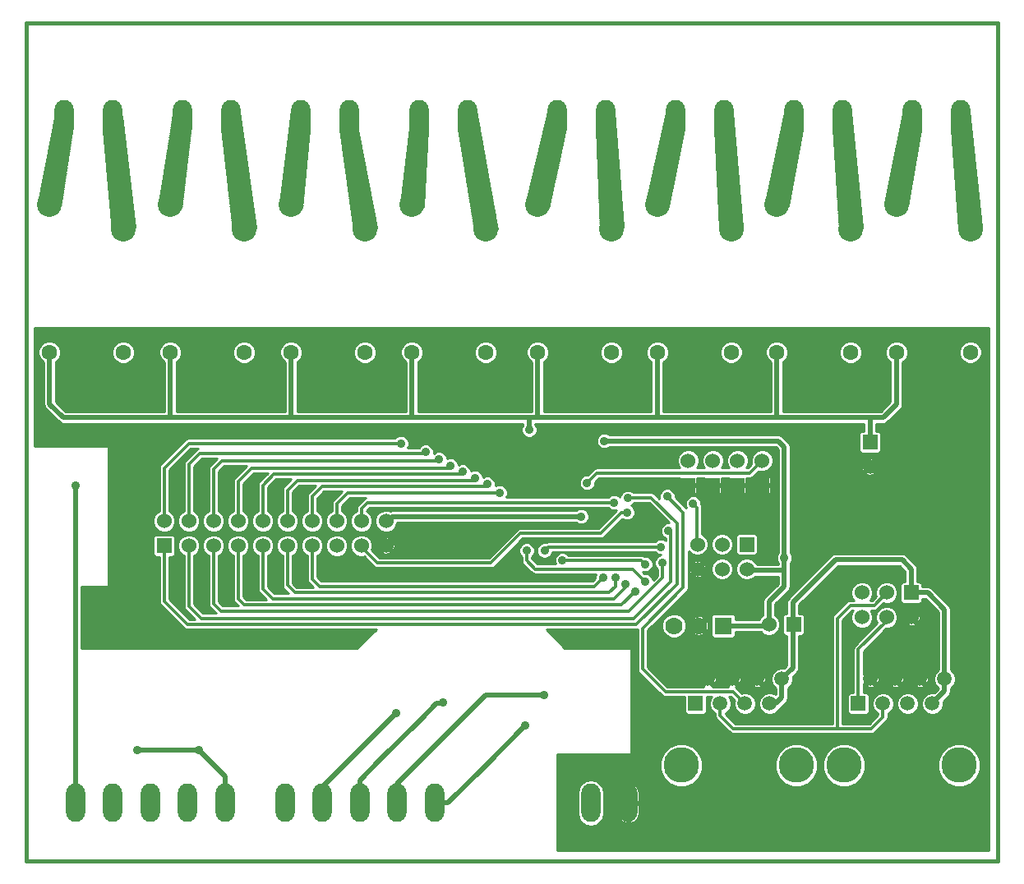
<source format=gbl>
G04 (created by PCBNEW (2013-mar-13)-testing) date jeu. 20 juin 2013 21:39:04 CEST*
%MOIN*%
G04 Gerber Fmt 3.4, Leading zero omitted, Abs format*
%FSLAX34Y34*%
G01*
G70*
G90*
G04 APERTURE LIST*
%ADD10C,0.005906*%
%ADD11C,0.015000*%
%ADD12C,0.063000*%
%ADD13C,0.100000*%
%ADD14O,0.078000X0.156000*%
%ADD15C,0.070000*%
%ADD16R,0.070000X0.070000*%
%ADD17R,0.060000X0.060000*%
%ADD18C,0.060000*%
%ADD19C,0.143700*%
%ADD20R,0.059100X0.059100*%
%ADD21C,0.059100*%
%ADD22C,0.035000*%
%ADD23C,0.019700*%
%ADD24C,0.011811*%
%ADD25C,0.010000*%
G04 APERTURE END LIST*
G54D10*
G54D11*
X71500Y-62000D02*
X110900Y-62000D01*
X71500Y-28000D02*
X110900Y-28000D01*
X110900Y-28000D02*
X110800Y-28000D01*
X110900Y-62000D02*
X110900Y-28000D01*
X71500Y-62000D02*
X71500Y-28000D01*
G54D12*
X92250Y-41350D03*
X95242Y-41350D03*
G54D13*
X95242Y-36350D03*
X92250Y-35350D03*
G54D12*
X97100Y-41350D03*
X100092Y-41350D03*
G54D13*
X100092Y-36350D03*
X97100Y-35350D03*
G54D12*
X101950Y-41350D03*
X104942Y-41350D03*
G54D13*
X104942Y-36350D03*
X101950Y-35350D03*
G54D12*
X106800Y-41350D03*
X109792Y-41350D03*
G54D13*
X109792Y-36350D03*
X106800Y-35350D03*
G54D14*
X109390Y-31889D03*
X107420Y-31889D03*
X104590Y-31889D03*
X102620Y-31889D03*
X99790Y-31889D03*
X97820Y-31889D03*
X94990Y-31889D03*
X93020Y-31889D03*
X89390Y-31889D03*
X87420Y-31889D03*
X84590Y-31889D03*
X82620Y-31889D03*
X79790Y-31889D03*
X77820Y-31889D03*
X74990Y-31889D03*
X73020Y-31889D03*
G54D12*
X87150Y-41350D03*
X90142Y-41350D03*
G54D13*
X90142Y-36350D03*
X87150Y-35350D03*
G54D12*
X82250Y-41350D03*
X85242Y-41350D03*
G54D13*
X85242Y-36350D03*
X82250Y-35350D03*
G54D12*
X77350Y-41350D03*
X80342Y-41350D03*
G54D13*
X80342Y-36350D03*
X77350Y-35350D03*
G54D12*
X72450Y-41350D03*
X75442Y-41350D03*
G54D13*
X75442Y-36350D03*
X72450Y-35350D03*
G54D14*
X94400Y-59645D03*
X95915Y-59645D03*
G54D15*
X97775Y-52450D03*
X98775Y-52450D03*
G54D16*
X99775Y-52450D03*
G54D17*
X100725Y-49150D03*
G54D18*
X100725Y-50150D03*
X99725Y-49150D03*
X99725Y-50150D03*
X98725Y-49150D03*
X98725Y-50150D03*
G54D17*
X99350Y-46750D03*
G54D18*
X99350Y-45750D03*
G54D17*
X105725Y-45000D03*
G54D18*
X105725Y-46000D03*
G54D17*
X98350Y-46750D03*
G54D18*
X98350Y-45750D03*
G54D17*
X100350Y-46750D03*
G54D18*
X100350Y-45750D03*
G54D17*
X101350Y-46750D03*
G54D18*
X101350Y-45750D03*
G54D17*
X107400Y-51112D03*
G54D18*
X107400Y-52112D03*
X106400Y-51112D03*
X106400Y-52112D03*
X105400Y-51112D03*
X105400Y-52112D03*
G54D14*
X73500Y-59645D03*
X75015Y-59645D03*
X76531Y-59645D03*
X78047Y-59645D03*
X79562Y-59645D03*
X82000Y-59645D03*
X83515Y-59645D03*
X85031Y-59645D03*
X86547Y-59645D03*
X88062Y-59645D03*
G54D17*
X102625Y-52400D03*
G54D18*
X101625Y-52400D03*
G54D17*
X77100Y-49200D03*
G54D18*
X77100Y-48200D03*
X78100Y-49200D03*
X78100Y-48200D03*
X79100Y-49200D03*
X79100Y-48200D03*
X80100Y-49200D03*
X80100Y-48200D03*
X81100Y-49200D03*
X81100Y-48200D03*
X82100Y-49200D03*
X82100Y-48200D03*
X83100Y-49200D03*
X83100Y-48200D03*
X84100Y-49200D03*
X84100Y-48200D03*
X85100Y-49200D03*
X85100Y-48200D03*
X86100Y-49200D03*
X86100Y-48200D03*
G54D19*
X109338Y-58112D03*
X104665Y-58112D03*
G54D20*
X105250Y-55612D03*
G54D21*
X105750Y-54612D03*
X106250Y-55612D03*
X106750Y-54612D03*
X107250Y-55612D03*
X107750Y-54612D03*
X108250Y-55612D03*
X108750Y-54612D03*
G54D19*
X102738Y-58112D03*
X98065Y-58112D03*
G54D20*
X98650Y-55612D03*
G54D21*
X99150Y-54612D03*
X99650Y-55612D03*
X100150Y-54612D03*
X100650Y-55612D03*
X101150Y-54612D03*
X101650Y-55612D03*
X102150Y-54612D03*
G54D22*
X91900Y-44500D03*
X94010Y-48020D03*
X102250Y-49700D03*
X94950Y-44950D03*
X97500Y-47200D03*
X94250Y-46650D03*
X95900Y-47275D03*
X97550Y-48600D03*
X97300Y-49900D03*
X96200Y-51050D03*
X95800Y-50750D03*
X95400Y-50500D03*
X94900Y-50500D03*
X78500Y-57500D03*
X76000Y-57500D03*
X91750Y-56500D03*
X94400Y-47100D03*
X95325Y-46625D03*
X94000Y-61150D03*
X95250Y-48800D03*
X75500Y-53000D03*
X84800Y-52900D03*
X73500Y-46750D03*
X86500Y-56000D03*
X88400Y-55550D03*
X92500Y-55250D03*
X95350Y-47450D03*
X92520Y-49400D03*
X97250Y-49250D03*
X91800Y-49400D03*
X96600Y-50650D03*
X86700Y-45050D03*
X87700Y-45400D03*
X88250Y-45700D03*
X88700Y-45950D03*
X89200Y-46200D03*
X89700Y-46450D03*
X90200Y-46700D03*
X90700Y-47050D03*
X98550Y-47500D03*
X95875Y-47850D03*
X93250Y-49800D03*
X96600Y-49950D03*
G54D23*
X105725Y-45000D02*
X105725Y-44000D01*
X105400Y-44000D02*
X105725Y-44000D01*
X104900Y-44000D02*
X105400Y-44000D01*
X104900Y-44000D02*
X104350Y-44000D01*
X101900Y-44000D02*
X102200Y-44000D01*
X102200Y-44000D02*
X104350Y-44000D01*
X105725Y-44000D02*
X106275Y-44000D01*
X106800Y-43475D02*
X106800Y-42800D01*
X106275Y-44000D02*
X106800Y-43475D01*
X106800Y-42050D02*
X106800Y-41350D01*
X101950Y-41350D02*
X101950Y-41950D01*
X101950Y-43950D02*
X101900Y-44000D01*
X101950Y-41950D02*
X101950Y-43950D01*
X97100Y-42000D02*
X97100Y-41350D01*
X92250Y-42050D02*
X92250Y-41350D01*
X87150Y-41350D02*
X87150Y-41950D01*
X87150Y-41950D02*
X87150Y-44000D01*
X82250Y-41350D02*
X82250Y-41950D01*
X82250Y-41950D02*
X82250Y-44000D01*
X77350Y-41350D02*
X77350Y-41950D01*
X77350Y-41950D02*
X77350Y-44000D01*
X72450Y-41350D02*
X72450Y-41950D01*
X73000Y-44000D02*
X72450Y-43450D01*
X72450Y-43450D02*
X72450Y-41950D01*
X73000Y-44000D02*
X77350Y-44000D01*
X81550Y-44000D02*
X82250Y-44000D01*
X77300Y-44000D02*
X81550Y-44000D01*
X77350Y-44000D02*
X77300Y-44000D01*
X82250Y-44000D02*
X82250Y-43950D01*
X82250Y-43950D02*
X82250Y-44000D01*
X92250Y-41950D02*
X92250Y-42050D01*
X92250Y-42050D02*
X92250Y-44000D01*
X92250Y-44000D02*
X92250Y-43950D01*
X92250Y-43950D02*
X92250Y-44000D01*
X97100Y-41950D02*
X97100Y-42000D01*
X97100Y-42000D02*
X97100Y-44000D01*
X106800Y-41950D02*
X106800Y-42050D01*
X106800Y-42050D02*
X106800Y-42800D01*
X91900Y-44500D02*
X91900Y-44000D01*
X82250Y-44000D02*
X86100Y-44000D01*
X86100Y-44000D02*
X87150Y-44000D01*
X87150Y-44000D02*
X91900Y-44000D01*
X91900Y-44000D02*
X92250Y-44000D01*
X92250Y-44000D02*
X92950Y-44000D01*
X92950Y-44000D02*
X97100Y-44000D01*
X97100Y-44000D02*
X97650Y-44000D01*
X97650Y-44000D02*
X101900Y-44000D01*
X86100Y-48200D02*
X86150Y-48200D01*
X86330Y-48020D02*
X94010Y-48020D01*
X86150Y-48200D02*
X86330Y-48020D01*
X100725Y-50150D02*
X100775Y-50200D01*
X100775Y-50200D02*
X102250Y-50200D01*
X102250Y-50775D02*
X102250Y-50850D01*
X102250Y-50850D02*
X101625Y-51475D01*
X101625Y-52400D02*
X101625Y-51475D01*
X102250Y-50800D02*
X102250Y-50775D01*
X102250Y-50775D02*
X102250Y-50200D01*
X102250Y-50200D02*
X102250Y-49700D01*
X99775Y-52450D02*
X101575Y-52450D01*
X101575Y-52450D02*
X101625Y-52400D01*
X102250Y-45200D02*
X102250Y-49450D01*
X102250Y-49450D02*
X102250Y-49700D01*
X102000Y-44950D02*
X102250Y-45200D01*
X94950Y-44950D02*
X102000Y-44950D01*
G54D24*
X96500Y-53925D02*
X96500Y-54200D01*
X100162Y-55125D02*
X100650Y-55612D01*
X97425Y-55125D02*
X100162Y-55125D01*
X96500Y-54200D02*
X97425Y-55125D01*
X96500Y-52550D02*
X96500Y-53925D01*
X97500Y-47200D02*
X98150Y-47850D01*
X98150Y-47850D02*
X98150Y-50900D01*
X98150Y-50900D02*
X96500Y-52550D01*
G54D23*
X107400Y-51112D02*
X108062Y-51112D01*
X108750Y-51800D02*
X108750Y-54612D01*
X108062Y-51112D02*
X108750Y-51800D01*
X108750Y-54612D02*
X108750Y-55112D01*
X108750Y-55112D02*
X108250Y-55612D01*
X101650Y-55612D02*
X101912Y-55612D01*
X102150Y-55375D02*
X102150Y-54612D01*
X101912Y-55612D02*
X102150Y-55375D01*
X102600Y-52700D02*
X102600Y-54162D01*
X102600Y-54162D02*
X102150Y-54612D01*
X102600Y-51850D02*
X102600Y-51500D01*
X107400Y-50150D02*
X107400Y-51112D01*
X107025Y-49775D02*
X107400Y-50150D01*
X104325Y-49775D02*
X107025Y-49775D01*
X102600Y-51500D02*
X104325Y-49775D01*
X102600Y-52700D02*
X102600Y-51850D01*
G54D24*
X94850Y-46250D02*
X94650Y-46250D01*
X94650Y-46250D02*
X94250Y-46650D01*
X96400Y-46250D02*
X94850Y-46250D01*
X96400Y-46250D02*
X100850Y-46250D01*
X100850Y-46250D02*
X101350Y-45750D01*
X95925Y-47250D02*
X96850Y-47250D01*
X97900Y-48300D02*
X96850Y-47250D01*
X97900Y-50750D02*
X97900Y-48650D01*
X96250Y-52400D02*
X97900Y-50750D01*
X77100Y-51450D02*
X77100Y-49200D01*
X78050Y-52400D02*
X95200Y-52400D01*
X77100Y-51450D02*
X78050Y-52400D01*
X95200Y-52400D02*
X96250Y-52400D01*
X97900Y-48650D02*
X97900Y-48300D01*
X95925Y-47250D02*
X95900Y-47275D01*
X95900Y-47275D02*
X95925Y-47250D01*
X95100Y-52150D02*
X96150Y-52150D01*
X97650Y-48700D02*
X97550Y-48600D01*
X97650Y-50650D02*
X97650Y-48700D01*
X96150Y-52150D02*
X97650Y-50650D01*
X78100Y-49200D02*
X78100Y-51650D01*
X78600Y-52150D02*
X95100Y-52150D01*
X78100Y-51650D02*
X78600Y-52150D01*
X97300Y-50500D02*
X97300Y-49900D01*
X95950Y-51850D02*
X97300Y-50500D01*
X79100Y-49200D02*
X79100Y-51550D01*
X79400Y-51850D02*
X95100Y-51850D01*
X79100Y-51550D02*
X79400Y-51850D01*
X95100Y-51850D02*
X95950Y-51850D01*
X95650Y-51600D02*
X96200Y-51050D01*
X80350Y-51600D02*
X94850Y-51600D01*
X80100Y-51349D02*
X80350Y-51600D01*
X80100Y-49200D02*
X80100Y-51349D01*
X94850Y-51600D02*
X95650Y-51600D01*
X94500Y-51350D02*
X95350Y-51350D01*
X95800Y-50900D02*
X95800Y-50750D01*
X95350Y-51350D02*
X95800Y-50900D01*
X81100Y-49200D02*
X81100Y-50950D01*
X81500Y-51350D02*
X94500Y-51350D01*
X81100Y-50950D02*
X81500Y-51350D01*
X94350Y-51100D02*
X95150Y-51100D01*
X95400Y-50850D02*
X95400Y-50500D01*
X95150Y-51100D02*
X95400Y-50850D01*
X82100Y-49200D02*
X82100Y-50800D01*
X82100Y-50800D02*
X82400Y-51100D01*
X82400Y-51100D02*
X94350Y-51100D01*
X94050Y-50850D02*
X94550Y-50850D01*
X94550Y-50850D02*
X94900Y-50500D01*
X83100Y-49200D02*
X83100Y-50550D01*
X83400Y-50850D02*
X94050Y-50850D01*
X83100Y-50550D02*
X83400Y-50850D01*
G54D23*
X79562Y-58562D02*
X79562Y-59000D01*
X78500Y-57500D02*
X79562Y-58562D01*
X76000Y-57500D02*
X78500Y-57500D01*
X88062Y-59645D02*
X88604Y-59645D01*
X88604Y-59645D02*
X90100Y-58150D01*
X91750Y-56500D02*
X90100Y-58150D01*
G54D24*
X94400Y-47100D02*
X94400Y-47075D01*
X94850Y-46625D02*
X95325Y-46625D01*
X94400Y-47075D02*
X94850Y-46625D01*
X95915Y-59300D02*
X95915Y-59584D01*
X94350Y-61150D02*
X94000Y-61150D01*
X95915Y-59584D02*
X94350Y-61150D01*
X95865Y-58950D02*
X95865Y-59284D01*
G54D23*
X73500Y-58450D02*
X73500Y-59645D01*
X73500Y-58850D02*
X73500Y-59645D01*
X73500Y-46750D02*
X73500Y-58450D01*
X73500Y-58450D02*
X73500Y-58850D01*
X73500Y-58850D02*
X73500Y-59000D01*
X84125Y-58375D02*
X83515Y-58984D01*
X83515Y-58984D02*
X83515Y-59645D01*
X83515Y-59000D02*
X83515Y-58984D01*
X84125Y-58375D02*
X86500Y-56000D01*
X85850Y-57900D02*
X85031Y-58718D01*
X85031Y-58718D02*
X85031Y-59645D01*
X85850Y-57900D02*
X87500Y-56250D01*
X85031Y-58718D02*
X85031Y-59000D01*
X88150Y-55600D02*
X87500Y-56250D01*
X88350Y-55600D02*
X88150Y-55600D01*
X88400Y-55550D02*
X88350Y-55600D01*
X86547Y-59645D02*
X86547Y-58852D01*
X90150Y-55250D02*
X92500Y-55250D01*
X86547Y-58852D02*
X90150Y-55250D01*
G54D24*
X94175Y-47450D02*
X95350Y-47450D01*
X85100Y-47700D02*
X85350Y-47450D01*
X85350Y-47450D02*
X94175Y-47450D01*
X85100Y-48200D02*
X85100Y-47700D01*
X92670Y-49250D02*
X93370Y-49250D01*
X97250Y-49250D02*
X93370Y-49250D01*
X92520Y-49400D02*
X92670Y-49250D01*
X97200Y-49300D02*
X97250Y-49250D01*
X92150Y-50150D02*
X91800Y-49800D01*
X91800Y-49400D02*
X91800Y-49800D01*
X92550Y-50150D02*
X92200Y-50150D01*
X96100Y-50150D02*
X96600Y-50650D01*
X93050Y-50150D02*
X95500Y-50150D01*
X95500Y-50150D02*
X96100Y-50150D01*
X92550Y-50150D02*
X93050Y-50150D01*
X92200Y-50150D02*
X92150Y-50150D01*
X77100Y-48200D02*
X77100Y-46050D01*
X78100Y-45050D02*
X86700Y-45050D01*
X77100Y-46050D02*
X78100Y-45050D01*
X78100Y-48200D02*
X78100Y-45900D01*
X78550Y-45450D02*
X87650Y-45450D01*
X78100Y-45900D02*
X78550Y-45450D01*
X87650Y-45450D02*
X87700Y-45400D01*
X79100Y-46100D02*
X79450Y-45750D01*
X79100Y-48200D02*
X79100Y-46100D01*
X79450Y-45750D02*
X87900Y-45750D01*
X87900Y-45750D02*
X88200Y-45750D01*
X88200Y-45750D02*
X88250Y-45700D01*
X80100Y-46600D02*
X80100Y-48200D01*
X80100Y-46600D02*
X80650Y-46050D01*
X80650Y-46050D02*
X88150Y-46050D01*
X88150Y-46050D02*
X88600Y-46050D01*
X88700Y-45950D02*
X88600Y-46050D01*
X88350Y-46300D02*
X89100Y-46300D01*
X81100Y-46750D02*
X81550Y-46300D01*
X81550Y-46300D02*
X88350Y-46300D01*
X81100Y-48200D02*
X81100Y-46750D01*
X89100Y-46300D02*
X89200Y-46200D01*
X88700Y-46550D02*
X89600Y-46550D01*
X82100Y-46950D02*
X82500Y-46550D01*
X82500Y-46550D02*
X88700Y-46550D01*
X82100Y-48200D02*
X82100Y-46950D01*
X89600Y-46550D02*
X89700Y-46450D01*
X88850Y-46800D02*
X90100Y-46800D01*
X90100Y-46800D02*
X90200Y-46700D01*
X83100Y-48200D02*
X83100Y-47200D01*
X83500Y-46800D02*
X88850Y-46800D01*
X83100Y-47200D02*
X83500Y-46800D01*
X89100Y-47050D02*
X90700Y-47050D01*
X84100Y-48200D02*
X84100Y-47500D01*
X84550Y-47050D02*
X89100Y-47050D01*
X84100Y-47500D02*
X84550Y-47050D01*
G54D25*
X84100Y-48200D02*
X84100Y-48250D01*
G54D24*
X98700Y-47650D02*
X98700Y-49125D01*
X98550Y-47500D02*
X98700Y-47650D01*
X98700Y-49125D02*
X98725Y-49150D01*
X94175Y-48700D02*
X94800Y-48700D01*
X94800Y-48700D02*
X95650Y-47850D01*
X95650Y-47850D02*
X95875Y-47850D01*
X92700Y-48700D02*
X94175Y-48700D01*
X85100Y-49200D02*
X85100Y-49250D01*
X91550Y-48700D02*
X92700Y-48700D01*
X90350Y-49900D02*
X91550Y-48700D01*
X85750Y-49900D02*
X90350Y-49900D01*
X85100Y-49250D02*
X85750Y-49900D01*
X93650Y-49800D02*
X96450Y-49800D01*
X93250Y-49800D02*
X93650Y-49800D01*
X96450Y-49800D02*
X96600Y-49950D01*
X104400Y-55900D02*
X104400Y-56625D01*
X104400Y-54475D02*
X104400Y-52150D01*
X104400Y-52150D02*
X104925Y-51625D01*
X104925Y-51625D02*
X105887Y-51625D01*
X105887Y-51625D02*
X106400Y-51112D01*
X104400Y-54475D02*
X104400Y-55900D01*
X99650Y-55612D02*
X99650Y-56100D01*
X99650Y-56100D02*
X100175Y-56625D01*
X100175Y-56625D02*
X104400Y-56625D01*
X104400Y-56625D02*
X105500Y-56625D01*
X106250Y-56150D02*
X106250Y-55612D01*
X105500Y-56625D02*
X105775Y-56625D01*
X105775Y-56625D02*
X106250Y-56150D01*
X105250Y-55612D02*
X105250Y-53400D01*
X106400Y-52250D02*
X106400Y-52112D01*
X105250Y-53400D02*
X106400Y-52250D01*
G54D10*
G36*
X110550Y-61550D02*
X110257Y-61550D01*
X110257Y-41257D01*
X110186Y-41086D01*
X110055Y-40956D01*
X109885Y-40885D01*
X109700Y-40884D01*
X109529Y-40955D01*
X109398Y-41086D01*
X109327Y-41257D01*
X109327Y-41442D01*
X109397Y-41613D01*
X109528Y-41743D01*
X109699Y-41814D01*
X109884Y-41815D01*
X110055Y-41744D01*
X110186Y-41613D01*
X110257Y-41442D01*
X110257Y-41257D01*
X110257Y-61550D01*
X110206Y-61550D01*
X110206Y-57940D01*
X110074Y-57621D01*
X109830Y-57376D01*
X109511Y-57244D01*
X109195Y-57243D01*
X109195Y-54524D01*
X109127Y-54360D01*
X109002Y-54235D01*
X108998Y-54233D01*
X108998Y-51800D01*
X108979Y-51704D01*
X108925Y-51624D01*
X108238Y-50936D01*
X108157Y-50883D01*
X108062Y-50864D01*
X107850Y-50864D01*
X107850Y-50782D01*
X107827Y-50727D01*
X107784Y-50685D01*
X107729Y-50662D01*
X107670Y-50662D01*
X107648Y-50662D01*
X107648Y-50150D01*
X107629Y-50054D01*
X107629Y-50054D01*
X107608Y-50022D01*
X107575Y-49974D01*
X107575Y-49974D01*
X107265Y-49663D01*
X107265Y-41257D01*
X107194Y-41086D01*
X107063Y-40956D01*
X106892Y-40885D01*
X106707Y-40884D01*
X106536Y-40955D01*
X106406Y-41086D01*
X106335Y-41257D01*
X106334Y-41442D01*
X106405Y-41613D01*
X106536Y-41743D01*
X106551Y-41750D01*
X106551Y-41950D01*
X106551Y-42050D01*
X106551Y-42800D01*
X106551Y-43372D01*
X106172Y-43751D01*
X105725Y-43751D01*
X105407Y-43751D01*
X105407Y-41257D01*
X105336Y-41086D01*
X105205Y-40956D01*
X105035Y-40885D01*
X104850Y-40884D01*
X104679Y-40955D01*
X104548Y-41086D01*
X104477Y-41257D01*
X104477Y-41442D01*
X104547Y-41613D01*
X104678Y-41743D01*
X104849Y-41814D01*
X105034Y-41815D01*
X105205Y-41744D01*
X105336Y-41613D01*
X105407Y-41442D01*
X105407Y-41257D01*
X105407Y-43751D01*
X105400Y-43751D01*
X104900Y-43751D01*
X104350Y-43751D01*
X102200Y-43751D01*
X102198Y-43751D01*
X102198Y-41950D01*
X102198Y-41750D01*
X102213Y-41744D01*
X102343Y-41613D01*
X102414Y-41442D01*
X102415Y-41257D01*
X102344Y-41086D01*
X102213Y-40956D01*
X102042Y-40885D01*
X101857Y-40884D01*
X101686Y-40955D01*
X101556Y-41086D01*
X101485Y-41257D01*
X101484Y-41442D01*
X101555Y-41613D01*
X101686Y-41743D01*
X101701Y-41750D01*
X101701Y-41950D01*
X101701Y-43751D01*
X100557Y-43751D01*
X100557Y-41257D01*
X100486Y-41086D01*
X100355Y-40956D01*
X100185Y-40885D01*
X100000Y-40884D01*
X99829Y-40955D01*
X99698Y-41086D01*
X99627Y-41257D01*
X99627Y-41442D01*
X99697Y-41613D01*
X99828Y-41743D01*
X99999Y-41814D01*
X100184Y-41815D01*
X100355Y-41744D01*
X100486Y-41613D01*
X100557Y-41442D01*
X100557Y-41257D01*
X100557Y-43751D01*
X97650Y-43751D01*
X97348Y-43751D01*
X97348Y-42000D01*
X97348Y-41950D01*
X97348Y-41750D01*
X97363Y-41744D01*
X97493Y-41613D01*
X97564Y-41442D01*
X97565Y-41257D01*
X97494Y-41086D01*
X97363Y-40956D01*
X97192Y-40885D01*
X97007Y-40884D01*
X96836Y-40955D01*
X96706Y-41086D01*
X96635Y-41257D01*
X96634Y-41442D01*
X96705Y-41613D01*
X96836Y-41743D01*
X96851Y-41750D01*
X96851Y-41950D01*
X96851Y-42000D01*
X96851Y-43751D01*
X95707Y-43751D01*
X95707Y-41257D01*
X95636Y-41086D01*
X95505Y-40956D01*
X95335Y-40885D01*
X95150Y-40884D01*
X94979Y-40955D01*
X94848Y-41086D01*
X94777Y-41257D01*
X94777Y-41442D01*
X94847Y-41613D01*
X94978Y-41743D01*
X95149Y-41814D01*
X95334Y-41815D01*
X95505Y-41744D01*
X95636Y-41613D01*
X95707Y-41442D01*
X95707Y-41257D01*
X95707Y-43751D01*
X92950Y-43751D01*
X92498Y-43751D01*
X92498Y-42050D01*
X92498Y-41950D01*
X92498Y-41750D01*
X92513Y-41744D01*
X92643Y-41613D01*
X92714Y-41442D01*
X92715Y-41257D01*
X92644Y-41086D01*
X92513Y-40956D01*
X92342Y-40885D01*
X92157Y-40884D01*
X91986Y-40955D01*
X91856Y-41086D01*
X91785Y-41257D01*
X91784Y-41442D01*
X91855Y-41613D01*
X91986Y-41743D01*
X92001Y-41750D01*
X92001Y-41950D01*
X92001Y-42050D01*
X92001Y-43751D01*
X91900Y-43751D01*
X90607Y-43751D01*
X90607Y-41257D01*
X90536Y-41086D01*
X90405Y-40956D01*
X90235Y-40885D01*
X90050Y-40884D01*
X89879Y-40955D01*
X89748Y-41086D01*
X89677Y-41257D01*
X89677Y-41442D01*
X89747Y-41613D01*
X89878Y-41743D01*
X90049Y-41814D01*
X90234Y-41815D01*
X90405Y-41744D01*
X90536Y-41613D01*
X90607Y-41442D01*
X90607Y-41257D01*
X90607Y-43751D01*
X87398Y-43751D01*
X87398Y-41950D01*
X87398Y-41750D01*
X87413Y-41744D01*
X87543Y-41613D01*
X87614Y-41442D01*
X87615Y-41257D01*
X87544Y-41086D01*
X87413Y-40956D01*
X87242Y-40885D01*
X87057Y-40884D01*
X86886Y-40955D01*
X86756Y-41086D01*
X86685Y-41257D01*
X86684Y-41442D01*
X86755Y-41613D01*
X86886Y-41743D01*
X86901Y-41750D01*
X86901Y-41950D01*
X86901Y-43751D01*
X86100Y-43751D01*
X85707Y-43751D01*
X85707Y-41257D01*
X85636Y-41086D01*
X85505Y-40956D01*
X85335Y-40885D01*
X85150Y-40884D01*
X84979Y-40955D01*
X84848Y-41086D01*
X84777Y-41257D01*
X84777Y-41442D01*
X84847Y-41613D01*
X84978Y-41743D01*
X85149Y-41814D01*
X85334Y-41815D01*
X85505Y-41744D01*
X85636Y-41613D01*
X85707Y-41442D01*
X85707Y-41257D01*
X85707Y-43751D01*
X82498Y-43751D01*
X82498Y-41950D01*
X82498Y-41750D01*
X82513Y-41744D01*
X82643Y-41613D01*
X82714Y-41442D01*
X82715Y-41257D01*
X82644Y-41086D01*
X82513Y-40956D01*
X82342Y-40885D01*
X82157Y-40884D01*
X81986Y-40955D01*
X81856Y-41086D01*
X81785Y-41257D01*
X81784Y-41442D01*
X81855Y-41613D01*
X81986Y-41743D01*
X82001Y-41750D01*
X82001Y-41950D01*
X82001Y-43751D01*
X81550Y-43751D01*
X80807Y-43751D01*
X80807Y-41257D01*
X80736Y-41086D01*
X80605Y-40956D01*
X80435Y-40885D01*
X80250Y-40884D01*
X80079Y-40955D01*
X79948Y-41086D01*
X79877Y-41257D01*
X79877Y-41442D01*
X79947Y-41613D01*
X80078Y-41743D01*
X80249Y-41814D01*
X80434Y-41815D01*
X80605Y-41744D01*
X80736Y-41613D01*
X80807Y-41442D01*
X80807Y-41257D01*
X80807Y-43751D01*
X77598Y-43751D01*
X77598Y-41950D01*
X77598Y-41750D01*
X77613Y-41744D01*
X77743Y-41613D01*
X77814Y-41442D01*
X77815Y-41257D01*
X77744Y-41086D01*
X77613Y-40956D01*
X77442Y-40885D01*
X77257Y-40884D01*
X77086Y-40955D01*
X76956Y-41086D01*
X76885Y-41257D01*
X76884Y-41442D01*
X76955Y-41613D01*
X77086Y-41743D01*
X77101Y-41750D01*
X77101Y-41950D01*
X77101Y-43751D01*
X75907Y-43751D01*
X75907Y-41257D01*
X75836Y-41086D01*
X75705Y-40956D01*
X75535Y-40885D01*
X75350Y-40884D01*
X75179Y-40955D01*
X75048Y-41086D01*
X74977Y-41257D01*
X74977Y-41442D01*
X75047Y-41613D01*
X75178Y-41743D01*
X75349Y-41814D01*
X75534Y-41815D01*
X75705Y-41744D01*
X75836Y-41613D01*
X75907Y-41442D01*
X75907Y-41257D01*
X75907Y-43751D01*
X73102Y-43751D01*
X72698Y-43347D01*
X72698Y-41950D01*
X72698Y-41750D01*
X72713Y-41744D01*
X72843Y-41613D01*
X72914Y-41442D01*
X72915Y-41257D01*
X72844Y-41086D01*
X72713Y-40956D01*
X72542Y-40885D01*
X72357Y-40884D01*
X72186Y-40955D01*
X72056Y-41086D01*
X71985Y-41257D01*
X71984Y-41442D01*
X72055Y-41613D01*
X72186Y-41743D01*
X72201Y-41750D01*
X72201Y-41950D01*
X72201Y-43450D01*
X72220Y-43545D01*
X72274Y-43625D01*
X72824Y-44175D01*
X72824Y-44175D01*
X72872Y-44208D01*
X72904Y-44229D01*
X72904Y-44229D01*
X73000Y-44248D01*
X77300Y-44248D01*
X77350Y-44248D01*
X81550Y-44248D01*
X82250Y-44248D01*
X86100Y-44248D01*
X87150Y-44248D01*
X91651Y-44248D01*
X91651Y-44288D01*
X91624Y-44315D01*
X91575Y-44435D01*
X91574Y-44564D01*
X91624Y-44683D01*
X91715Y-44775D01*
X91835Y-44824D01*
X91964Y-44825D01*
X92083Y-44775D01*
X92175Y-44684D01*
X92224Y-44564D01*
X92225Y-44435D01*
X92175Y-44316D01*
X92148Y-44288D01*
X92148Y-44248D01*
X92250Y-44248D01*
X92950Y-44248D01*
X97100Y-44248D01*
X97650Y-44248D01*
X101900Y-44248D01*
X102200Y-44248D01*
X104350Y-44248D01*
X104900Y-44248D01*
X105400Y-44248D01*
X105476Y-44248D01*
X105476Y-44550D01*
X105395Y-44550D01*
X105340Y-44572D01*
X105297Y-44615D01*
X105275Y-44670D01*
X105275Y-44729D01*
X105275Y-45329D01*
X105297Y-45384D01*
X105340Y-45427D01*
X105395Y-45450D01*
X105454Y-45450D01*
X106054Y-45450D01*
X106109Y-45427D01*
X106152Y-45384D01*
X106175Y-45329D01*
X106175Y-45270D01*
X106175Y-44670D01*
X106152Y-44615D01*
X106109Y-44572D01*
X106054Y-44550D01*
X105995Y-44550D01*
X105973Y-44550D01*
X105973Y-44248D01*
X106275Y-44248D01*
X106370Y-44229D01*
X106450Y-44175D01*
X106975Y-43650D01*
X107029Y-43570D01*
X107048Y-43475D01*
X107048Y-43475D01*
X107048Y-43474D01*
X107048Y-42800D01*
X107048Y-42050D01*
X107048Y-41950D01*
X107048Y-41750D01*
X107063Y-41744D01*
X107193Y-41613D01*
X107264Y-41442D01*
X107265Y-41257D01*
X107265Y-49663D01*
X107200Y-49599D01*
X107120Y-49545D01*
X107025Y-49526D01*
X106080Y-49526D01*
X106080Y-46033D01*
X106066Y-45895D01*
X106040Y-45832D01*
X106001Y-45794D01*
X105930Y-45865D01*
X105930Y-45723D01*
X105892Y-45684D01*
X105758Y-45644D01*
X105620Y-45658D01*
X105557Y-45684D01*
X105519Y-45723D01*
X105725Y-45929D01*
X105930Y-45723D01*
X105930Y-45865D01*
X105795Y-46000D01*
X106001Y-46205D01*
X106040Y-46167D01*
X106080Y-46033D01*
X106080Y-49526D01*
X105930Y-49526D01*
X105930Y-46276D01*
X105725Y-46070D01*
X105654Y-46141D01*
X105654Y-46000D01*
X105448Y-45794D01*
X105409Y-45832D01*
X105369Y-45966D01*
X105383Y-46104D01*
X105409Y-46167D01*
X105448Y-46205D01*
X105654Y-46000D01*
X105654Y-46141D01*
X105519Y-46276D01*
X105557Y-46315D01*
X105691Y-46355D01*
X105829Y-46341D01*
X105892Y-46315D01*
X105930Y-46276D01*
X105930Y-49526D01*
X104325Y-49526D01*
X104325Y-49526D01*
X104229Y-49545D01*
X104149Y-49599D01*
X102575Y-51173D01*
X102575Y-49635D01*
X102525Y-49516D01*
X102498Y-49488D01*
X102498Y-49450D01*
X102498Y-45200D01*
X102498Y-45200D01*
X102498Y-45200D01*
X102479Y-45104D01*
X102425Y-45024D01*
X102425Y-45024D01*
X102425Y-45024D01*
X102175Y-44774D01*
X102095Y-44720D01*
X102000Y-44701D01*
X95161Y-44701D01*
X95134Y-44674D01*
X95014Y-44625D01*
X94885Y-44624D01*
X94766Y-44674D01*
X94674Y-44765D01*
X94625Y-44885D01*
X94624Y-45014D01*
X94674Y-45133D01*
X94765Y-45225D01*
X94885Y-45274D01*
X95014Y-45275D01*
X95133Y-45225D01*
X95161Y-45198D01*
X101897Y-45198D01*
X102001Y-45302D01*
X102001Y-49450D01*
X102001Y-49488D01*
X101974Y-49515D01*
X101925Y-49635D01*
X101924Y-49764D01*
X101974Y-49883D01*
X102001Y-49911D01*
X102001Y-49951D01*
X101800Y-49951D01*
X101800Y-45660D01*
X101731Y-45495D01*
X101605Y-45368D01*
X101439Y-45300D01*
X101260Y-45299D01*
X101095Y-45368D01*
X100968Y-45494D01*
X100900Y-45660D01*
X100899Y-45839D01*
X100919Y-45885D01*
X100763Y-46040D01*
X100695Y-46040D01*
X100731Y-46005D01*
X100799Y-45839D01*
X100800Y-45660D01*
X100731Y-45495D01*
X100605Y-45368D01*
X100439Y-45300D01*
X100260Y-45299D01*
X100095Y-45368D01*
X99968Y-45494D01*
X99900Y-45660D01*
X99899Y-45839D01*
X99968Y-46004D01*
X100004Y-46040D01*
X99695Y-46040D01*
X99731Y-46005D01*
X99799Y-45839D01*
X99800Y-45660D01*
X99731Y-45495D01*
X99605Y-45368D01*
X99439Y-45300D01*
X99260Y-45299D01*
X99095Y-45368D01*
X98968Y-45494D01*
X98900Y-45660D01*
X98899Y-45839D01*
X98968Y-46004D01*
X99004Y-46040D01*
X98695Y-46040D01*
X98731Y-46005D01*
X98799Y-45839D01*
X98800Y-45660D01*
X98731Y-45495D01*
X98605Y-45368D01*
X98439Y-45300D01*
X98260Y-45299D01*
X98095Y-45368D01*
X97968Y-45494D01*
X97900Y-45660D01*
X97899Y-45839D01*
X97968Y-46004D01*
X98004Y-46040D01*
X96400Y-46040D01*
X94850Y-46040D01*
X94650Y-46040D01*
X94569Y-46056D01*
X94502Y-46102D01*
X94279Y-46325D01*
X94185Y-46324D01*
X94066Y-46374D01*
X93974Y-46465D01*
X93925Y-46585D01*
X93924Y-46714D01*
X93974Y-46833D01*
X94065Y-46925D01*
X94185Y-46974D01*
X94314Y-46975D01*
X94433Y-46925D01*
X94525Y-46834D01*
X94574Y-46714D01*
X94575Y-46620D01*
X94736Y-46459D01*
X94850Y-46459D01*
X96400Y-46459D01*
X98000Y-46459D01*
X98000Y-46687D01*
X98012Y-46700D01*
X98300Y-46700D01*
X98300Y-46692D01*
X98400Y-46692D01*
X98400Y-46700D01*
X98687Y-46700D01*
X98700Y-46687D01*
X98700Y-46459D01*
X99000Y-46459D01*
X99000Y-46687D01*
X99012Y-46700D01*
X99300Y-46700D01*
X99300Y-46692D01*
X99400Y-46692D01*
X99400Y-46700D01*
X99687Y-46700D01*
X99700Y-46687D01*
X99700Y-46459D01*
X100000Y-46459D01*
X100000Y-46687D01*
X100012Y-46700D01*
X100300Y-46700D01*
X100300Y-46692D01*
X100400Y-46692D01*
X100400Y-46700D01*
X100687Y-46700D01*
X100700Y-46687D01*
X100700Y-46459D01*
X100850Y-46459D01*
X100930Y-46443D01*
X100997Y-46397D01*
X101214Y-46181D01*
X101260Y-46199D01*
X101439Y-46200D01*
X101604Y-46131D01*
X101731Y-46005D01*
X101799Y-45839D01*
X101800Y-45660D01*
X101800Y-49951D01*
X101700Y-49951D01*
X101700Y-47059D01*
X101700Y-46812D01*
X101700Y-46687D01*
X101700Y-46440D01*
X101692Y-46421D01*
X101678Y-46407D01*
X101659Y-46400D01*
X101640Y-46400D01*
X101412Y-46400D01*
X101400Y-46412D01*
X101400Y-46700D01*
X101687Y-46700D01*
X101700Y-46687D01*
X101700Y-46812D01*
X101687Y-46800D01*
X101400Y-46800D01*
X101400Y-47087D01*
X101412Y-47100D01*
X101640Y-47100D01*
X101659Y-47100D01*
X101678Y-47092D01*
X101692Y-47078D01*
X101700Y-47059D01*
X101700Y-49951D01*
X101300Y-49951D01*
X101300Y-47087D01*
X101300Y-46800D01*
X101300Y-46700D01*
X101300Y-46412D01*
X101287Y-46400D01*
X101059Y-46400D01*
X101040Y-46400D01*
X101021Y-46407D01*
X101007Y-46421D01*
X101000Y-46440D01*
X101000Y-46687D01*
X101012Y-46700D01*
X101300Y-46700D01*
X101300Y-46800D01*
X101012Y-46800D01*
X101000Y-46812D01*
X101000Y-47059D01*
X101007Y-47078D01*
X101021Y-47092D01*
X101040Y-47100D01*
X101059Y-47100D01*
X101287Y-47100D01*
X101300Y-47087D01*
X101300Y-49951D01*
X101175Y-49951D01*
X101175Y-49479D01*
X101175Y-49420D01*
X101175Y-48820D01*
X101152Y-48765D01*
X101109Y-48722D01*
X101054Y-48700D01*
X100995Y-48700D01*
X100700Y-48700D01*
X100700Y-47059D01*
X100700Y-46812D01*
X100687Y-46800D01*
X100400Y-46800D01*
X100400Y-47087D01*
X100412Y-47100D01*
X100640Y-47100D01*
X100659Y-47100D01*
X100678Y-47092D01*
X100692Y-47078D01*
X100700Y-47059D01*
X100700Y-48700D01*
X100395Y-48700D01*
X100340Y-48722D01*
X100300Y-48762D01*
X100300Y-47087D01*
X100300Y-46800D01*
X100012Y-46800D01*
X100000Y-46812D01*
X100000Y-47059D01*
X100007Y-47078D01*
X100021Y-47092D01*
X100040Y-47100D01*
X100059Y-47100D01*
X100287Y-47100D01*
X100300Y-47087D01*
X100300Y-48762D01*
X100297Y-48765D01*
X100275Y-48820D01*
X100275Y-48879D01*
X100275Y-49479D01*
X100297Y-49534D01*
X100340Y-49577D01*
X100395Y-49600D01*
X100454Y-49600D01*
X101054Y-49600D01*
X101109Y-49577D01*
X101152Y-49534D01*
X101175Y-49479D01*
X101175Y-49951D01*
X101129Y-49951D01*
X101106Y-49895D01*
X100980Y-49768D01*
X100814Y-49700D01*
X100635Y-49699D01*
X100470Y-49768D01*
X100343Y-49894D01*
X100275Y-50060D01*
X100274Y-50239D01*
X100343Y-50404D01*
X100469Y-50531D01*
X100635Y-50599D01*
X100814Y-50600D01*
X100979Y-50531D01*
X101062Y-50448D01*
X102001Y-50448D01*
X102001Y-50747D01*
X101449Y-51299D01*
X101395Y-51379D01*
X101376Y-51475D01*
X101376Y-52015D01*
X101370Y-52018D01*
X101243Y-52144D01*
X101220Y-52201D01*
X100275Y-52201D01*
X100275Y-52070D01*
X100252Y-52015D01*
X100209Y-51972D01*
X100175Y-51958D01*
X100175Y-50060D01*
X100175Y-49060D01*
X100106Y-48895D01*
X99980Y-48768D01*
X99814Y-48700D01*
X99700Y-48699D01*
X99700Y-47059D01*
X99700Y-46812D01*
X99687Y-46800D01*
X99400Y-46800D01*
X99400Y-47087D01*
X99412Y-47100D01*
X99640Y-47100D01*
X99659Y-47100D01*
X99678Y-47092D01*
X99692Y-47078D01*
X99700Y-47059D01*
X99700Y-48699D01*
X99635Y-48699D01*
X99470Y-48768D01*
X99343Y-48894D01*
X99300Y-49000D01*
X99300Y-47087D01*
X99300Y-46800D01*
X99012Y-46800D01*
X99000Y-46812D01*
X99000Y-47059D01*
X99007Y-47078D01*
X99021Y-47092D01*
X99040Y-47100D01*
X99059Y-47100D01*
X99287Y-47100D01*
X99300Y-47087D01*
X99300Y-49000D01*
X99275Y-49060D01*
X99274Y-49239D01*
X99343Y-49404D01*
X99469Y-49531D01*
X99635Y-49599D01*
X99814Y-49600D01*
X99979Y-49531D01*
X100106Y-49405D01*
X100174Y-49239D01*
X100175Y-49060D01*
X100175Y-50060D01*
X100106Y-49895D01*
X99980Y-49768D01*
X99814Y-49700D01*
X99635Y-49699D01*
X99470Y-49768D01*
X99343Y-49894D01*
X99275Y-50060D01*
X99274Y-50239D01*
X99343Y-50404D01*
X99469Y-50531D01*
X99635Y-50599D01*
X99814Y-50600D01*
X99979Y-50531D01*
X100106Y-50405D01*
X100174Y-50239D01*
X100175Y-50060D01*
X100175Y-51958D01*
X100154Y-51950D01*
X100095Y-51950D01*
X99395Y-51950D01*
X99340Y-51972D01*
X99297Y-52015D01*
X99275Y-52070D01*
X99275Y-52129D01*
X99275Y-52829D01*
X99297Y-52884D01*
X99340Y-52927D01*
X99395Y-52950D01*
X99454Y-52950D01*
X100154Y-52950D01*
X100209Y-52927D01*
X100252Y-52884D01*
X100275Y-52829D01*
X100275Y-52770D01*
X100275Y-52698D01*
X101287Y-52698D01*
X101369Y-52781D01*
X101535Y-52849D01*
X101714Y-52850D01*
X101879Y-52781D01*
X102006Y-52655D01*
X102074Y-52489D01*
X102075Y-52310D01*
X102006Y-52145D01*
X101880Y-52018D01*
X101873Y-52015D01*
X101873Y-51577D01*
X102425Y-51025D01*
X102479Y-50945D01*
X102498Y-50850D01*
X102498Y-50800D01*
X102498Y-50775D01*
X102498Y-50200D01*
X102498Y-49911D01*
X102525Y-49884D01*
X102574Y-49764D01*
X102575Y-49635D01*
X102575Y-51173D01*
X102424Y-51324D01*
X102370Y-51404D01*
X102351Y-51500D01*
X102351Y-51850D01*
X102351Y-51950D01*
X102295Y-51950D01*
X102240Y-51972D01*
X102197Y-52015D01*
X102175Y-52070D01*
X102175Y-52129D01*
X102175Y-52729D01*
X102197Y-52784D01*
X102240Y-52827D01*
X102295Y-52850D01*
X102351Y-52850D01*
X102351Y-54059D01*
X102242Y-54168D01*
X102239Y-54167D01*
X102061Y-54167D01*
X101897Y-54234D01*
X101772Y-54359D01*
X101704Y-54523D01*
X101704Y-54700D01*
X101772Y-54864D01*
X101897Y-54990D01*
X101901Y-54991D01*
X101901Y-55234D01*
X101739Y-55167D01*
X101561Y-55167D01*
X101500Y-55192D01*
X101500Y-54645D01*
X101486Y-54508D01*
X101461Y-54448D01*
X101422Y-54410D01*
X101352Y-54481D01*
X101352Y-54339D01*
X101314Y-54301D01*
X101182Y-54261D01*
X101046Y-54276D01*
X100985Y-54301D01*
X100947Y-54339D01*
X101150Y-54541D01*
X101352Y-54339D01*
X101352Y-54481D01*
X101220Y-54612D01*
X101422Y-54814D01*
X101461Y-54777D01*
X101500Y-54645D01*
X101500Y-55192D01*
X101397Y-55234D01*
X101352Y-55280D01*
X101352Y-54885D01*
X101150Y-54683D01*
X101079Y-54754D01*
X101079Y-54612D01*
X100877Y-54410D01*
X100838Y-54448D01*
X100799Y-54579D01*
X100813Y-54716D01*
X100838Y-54777D01*
X100877Y-54814D01*
X101079Y-54612D01*
X101079Y-54754D01*
X100947Y-54885D01*
X100985Y-54924D01*
X101117Y-54963D01*
X101253Y-54949D01*
X101314Y-54924D01*
X101352Y-54885D01*
X101352Y-55280D01*
X101272Y-55359D01*
X101204Y-55523D01*
X101204Y-55700D01*
X101272Y-55864D01*
X101397Y-55990D01*
X101560Y-56058D01*
X101738Y-56058D01*
X101902Y-55990D01*
X102027Y-55865D01*
X102048Y-55814D01*
X102088Y-55788D01*
X102325Y-55550D01*
X102379Y-55470D01*
X102398Y-55375D01*
X102398Y-54991D01*
X102402Y-54990D01*
X102527Y-54865D01*
X102595Y-54701D01*
X102595Y-54524D01*
X102593Y-54520D01*
X102775Y-54338D01*
X102829Y-54257D01*
X102848Y-54162D01*
X102848Y-52850D01*
X102954Y-52850D01*
X103009Y-52827D01*
X103052Y-52784D01*
X103075Y-52729D01*
X103075Y-52670D01*
X103075Y-52070D01*
X103052Y-52015D01*
X103009Y-51972D01*
X102954Y-51950D01*
X102895Y-51950D01*
X102848Y-51950D01*
X102848Y-51850D01*
X102848Y-51602D01*
X104427Y-50023D01*
X106922Y-50023D01*
X107151Y-50252D01*
X107151Y-50662D01*
X107070Y-50662D01*
X107015Y-50685D01*
X106972Y-50727D01*
X106950Y-50782D01*
X106950Y-50842D01*
X106950Y-51442D01*
X106972Y-51497D01*
X107015Y-51539D01*
X107070Y-51562D01*
X107129Y-51562D01*
X107729Y-51562D01*
X107784Y-51539D01*
X107827Y-51497D01*
X107850Y-51442D01*
X107850Y-51382D01*
X107850Y-51361D01*
X107959Y-51361D01*
X108501Y-51902D01*
X108501Y-54233D01*
X108497Y-54234D01*
X108372Y-54359D01*
X108304Y-54523D01*
X108304Y-54700D01*
X108372Y-54864D01*
X108497Y-54990D01*
X108501Y-54991D01*
X108501Y-55009D01*
X108342Y-55168D01*
X108339Y-55167D01*
X108161Y-55167D01*
X108100Y-55192D01*
X108100Y-54645D01*
X108086Y-54508D01*
X108061Y-54448D01*
X108022Y-54410D01*
X107952Y-54481D01*
X107952Y-54339D01*
X107914Y-54301D01*
X107782Y-54261D01*
X107755Y-54264D01*
X107755Y-52146D01*
X107741Y-52007D01*
X107715Y-51945D01*
X107676Y-51907D01*
X107605Y-51977D01*
X107605Y-51836D01*
X107567Y-51797D01*
X107433Y-51757D01*
X107295Y-51771D01*
X107232Y-51797D01*
X107194Y-51836D01*
X107400Y-52041D01*
X107605Y-51836D01*
X107605Y-51977D01*
X107470Y-52112D01*
X107676Y-52318D01*
X107715Y-52279D01*
X107755Y-52146D01*
X107755Y-54264D01*
X107646Y-54276D01*
X107605Y-54292D01*
X107605Y-52388D01*
X107400Y-52183D01*
X107329Y-52254D01*
X107329Y-52112D01*
X107123Y-51907D01*
X107084Y-51945D01*
X107044Y-52078D01*
X107058Y-52217D01*
X107084Y-52279D01*
X107123Y-52318D01*
X107329Y-52112D01*
X107329Y-52254D01*
X107194Y-52388D01*
X107232Y-52427D01*
X107366Y-52467D01*
X107504Y-52453D01*
X107567Y-52427D01*
X107605Y-52388D01*
X107605Y-54292D01*
X107585Y-54301D01*
X107547Y-54339D01*
X107750Y-54541D01*
X107952Y-54339D01*
X107952Y-54481D01*
X107820Y-54612D01*
X108022Y-54814D01*
X108061Y-54777D01*
X108100Y-54645D01*
X108100Y-55192D01*
X107997Y-55234D01*
X107952Y-55280D01*
X107952Y-54885D01*
X107750Y-54683D01*
X107679Y-54754D01*
X107679Y-54612D01*
X107477Y-54410D01*
X107438Y-54448D01*
X107399Y-54579D01*
X107413Y-54716D01*
X107438Y-54777D01*
X107477Y-54814D01*
X107679Y-54612D01*
X107679Y-54754D01*
X107547Y-54885D01*
X107585Y-54924D01*
X107717Y-54963D01*
X107853Y-54949D01*
X107914Y-54924D01*
X107952Y-54885D01*
X107952Y-55280D01*
X107872Y-55359D01*
X107804Y-55523D01*
X107804Y-55700D01*
X107872Y-55864D01*
X107997Y-55990D01*
X108160Y-56058D01*
X108338Y-56058D01*
X108502Y-55990D01*
X108627Y-55865D01*
X108695Y-55701D01*
X108695Y-55524D01*
X108693Y-55520D01*
X108925Y-55288D01*
X108979Y-55207D01*
X108998Y-55112D01*
X108998Y-54991D01*
X109002Y-54990D01*
X109127Y-54865D01*
X109195Y-54701D01*
X109195Y-54524D01*
X109195Y-57243D01*
X109166Y-57243D01*
X108846Y-57375D01*
X108602Y-57619D01*
X108469Y-57939D01*
X108469Y-58284D01*
X108601Y-58603D01*
X108845Y-58848D01*
X109164Y-58980D01*
X109509Y-58981D01*
X109829Y-58849D01*
X110073Y-58605D01*
X110206Y-58286D01*
X110206Y-57940D01*
X110206Y-61550D01*
X107695Y-61550D01*
X107695Y-55524D01*
X107627Y-55360D01*
X107502Y-55235D01*
X107339Y-55167D01*
X107161Y-55167D01*
X107100Y-55192D01*
X107100Y-54645D01*
X107086Y-54508D01*
X107061Y-54448D01*
X107022Y-54410D01*
X106952Y-54481D01*
X106952Y-54339D01*
X106914Y-54301D01*
X106850Y-54281D01*
X106850Y-52023D01*
X106781Y-51858D01*
X106655Y-51731D01*
X106489Y-51662D01*
X106310Y-51662D01*
X106145Y-51730D01*
X106018Y-51857D01*
X105950Y-52022D01*
X105949Y-52201D01*
X106009Y-52345D01*
X105102Y-53252D01*
X105056Y-53319D01*
X105040Y-53400D01*
X105040Y-55167D01*
X104924Y-55167D01*
X104869Y-55189D01*
X104827Y-55232D01*
X104804Y-55287D01*
X104804Y-55346D01*
X104804Y-55937D01*
X104827Y-55993D01*
X104869Y-56035D01*
X104924Y-56058D01*
X104984Y-56058D01*
X105575Y-56058D01*
X105630Y-56035D01*
X105672Y-55993D01*
X105695Y-55937D01*
X105695Y-55878D01*
X105695Y-55287D01*
X105672Y-55232D01*
X105630Y-55189D01*
X105575Y-55167D01*
X105515Y-55167D01*
X105459Y-55167D01*
X105459Y-54797D01*
X105477Y-54814D01*
X105679Y-54612D01*
X105477Y-54410D01*
X105459Y-54427D01*
X105459Y-53486D01*
X106383Y-52562D01*
X106489Y-52562D01*
X106654Y-52494D01*
X106781Y-52367D01*
X106849Y-52202D01*
X106850Y-52023D01*
X106850Y-54281D01*
X106782Y-54261D01*
X106646Y-54276D01*
X106585Y-54301D01*
X106547Y-54339D01*
X106750Y-54541D01*
X106952Y-54339D01*
X106952Y-54481D01*
X106820Y-54612D01*
X107022Y-54814D01*
X107061Y-54777D01*
X107100Y-54645D01*
X107100Y-55192D01*
X106997Y-55234D01*
X106952Y-55280D01*
X106952Y-54885D01*
X106750Y-54683D01*
X106679Y-54754D01*
X106679Y-54612D01*
X106477Y-54410D01*
X106438Y-54448D01*
X106399Y-54579D01*
X106413Y-54716D01*
X106438Y-54777D01*
X106477Y-54814D01*
X106679Y-54612D01*
X106679Y-54754D01*
X106547Y-54885D01*
X106585Y-54924D01*
X106717Y-54963D01*
X106853Y-54949D01*
X106914Y-54924D01*
X106952Y-54885D01*
X106952Y-55280D01*
X106872Y-55359D01*
X106804Y-55523D01*
X106804Y-55700D01*
X106872Y-55864D01*
X106997Y-55990D01*
X107160Y-56058D01*
X107338Y-56058D01*
X107502Y-55990D01*
X107627Y-55865D01*
X107695Y-55701D01*
X107695Y-55524D01*
X107695Y-61550D01*
X105533Y-61550D01*
X105533Y-57940D01*
X105401Y-57621D01*
X105157Y-57376D01*
X104838Y-57244D01*
X104493Y-57243D01*
X104173Y-57375D01*
X103929Y-57619D01*
X103796Y-57939D01*
X103796Y-58284D01*
X103928Y-58603D01*
X104172Y-58848D01*
X104491Y-58980D01*
X104836Y-58981D01*
X105156Y-58849D01*
X105400Y-58605D01*
X105533Y-58286D01*
X105533Y-57940D01*
X105533Y-61550D01*
X103606Y-61550D01*
X103606Y-57940D01*
X103474Y-57621D01*
X103230Y-57376D01*
X102911Y-57244D01*
X102566Y-57243D01*
X102246Y-57375D01*
X102002Y-57619D01*
X101869Y-57939D01*
X101869Y-58284D01*
X102001Y-58603D01*
X102245Y-58848D01*
X102564Y-58980D01*
X102909Y-58981D01*
X103229Y-58849D01*
X103473Y-58605D01*
X103606Y-58286D01*
X103606Y-57940D01*
X103606Y-61550D01*
X98933Y-61550D01*
X98933Y-57940D01*
X98801Y-57621D01*
X98557Y-57376D01*
X98238Y-57244D01*
X97893Y-57243D01*
X97573Y-57375D01*
X97329Y-57619D01*
X97196Y-57939D01*
X97196Y-58284D01*
X97328Y-58603D01*
X97572Y-58848D01*
X97891Y-58980D01*
X98236Y-58981D01*
X98556Y-58849D01*
X98800Y-58605D01*
X98933Y-58286D01*
X98933Y-57940D01*
X98933Y-61550D01*
X96355Y-61550D01*
X96355Y-60085D01*
X96355Y-59695D01*
X96355Y-59595D01*
X96355Y-59205D01*
X96303Y-59041D01*
X96191Y-58909D01*
X96033Y-58831D01*
X95965Y-58831D01*
X95965Y-59595D01*
X96355Y-59595D01*
X96355Y-59695D01*
X95965Y-59695D01*
X95965Y-60460D01*
X96033Y-60459D01*
X96191Y-60382D01*
X96303Y-60250D01*
X96355Y-60085D01*
X96355Y-61550D01*
X95865Y-61550D01*
X95865Y-60460D01*
X95865Y-59695D01*
X95865Y-59595D01*
X95865Y-58831D01*
X95797Y-58831D01*
X95639Y-58909D01*
X95528Y-59041D01*
X95475Y-59205D01*
X95475Y-59595D01*
X95865Y-59595D01*
X95865Y-59695D01*
X95475Y-59695D01*
X95475Y-60085D01*
X95528Y-60250D01*
X95639Y-60382D01*
X95797Y-60459D01*
X95865Y-60460D01*
X95865Y-61550D01*
X94940Y-61550D01*
X94940Y-60053D01*
X94940Y-59237D01*
X94898Y-59030D01*
X94781Y-58855D01*
X94606Y-58738D01*
X94400Y-58697D01*
X94193Y-58738D01*
X94018Y-58855D01*
X93901Y-59030D01*
X93860Y-59237D01*
X93860Y-60053D01*
X93901Y-60260D01*
X94018Y-60435D01*
X94193Y-60552D01*
X94400Y-60593D01*
X94606Y-60552D01*
X94781Y-60435D01*
X94898Y-60260D01*
X94940Y-60053D01*
X94940Y-61550D01*
X93050Y-61550D01*
X93050Y-57650D01*
X96050Y-57650D01*
X96050Y-53350D01*
X93341Y-53350D01*
X92600Y-52609D01*
X95200Y-52609D01*
X96250Y-52609D01*
X96290Y-52600D01*
X96290Y-53925D01*
X96290Y-54200D01*
X96306Y-54280D01*
X96352Y-54347D01*
X97277Y-55272D01*
X97344Y-55318D01*
X97425Y-55334D01*
X97425Y-55334D01*
X97425Y-55334D01*
X98204Y-55334D01*
X98204Y-55346D01*
X98204Y-55937D01*
X98227Y-55993D01*
X98269Y-56035D01*
X98324Y-56058D01*
X98384Y-56058D01*
X98975Y-56058D01*
X99030Y-56035D01*
X99072Y-55993D01*
X99095Y-55937D01*
X99095Y-55878D01*
X99095Y-55334D01*
X99298Y-55334D01*
X99272Y-55359D01*
X99204Y-55523D01*
X99204Y-55700D01*
X99272Y-55864D01*
X99397Y-55990D01*
X99440Y-56008D01*
X99440Y-56100D01*
X99456Y-56180D01*
X99502Y-56247D01*
X100027Y-56772D01*
X100094Y-56818D01*
X100175Y-56834D01*
X100175Y-56834D01*
X100175Y-56834D01*
X104400Y-56834D01*
X105500Y-56834D01*
X105775Y-56834D01*
X105855Y-56818D01*
X105922Y-56772D01*
X106397Y-56297D01*
X106397Y-56297D01*
X106397Y-56297D01*
X106443Y-56230D01*
X106459Y-56150D01*
X106459Y-56150D01*
X106459Y-56149D01*
X106459Y-56008D01*
X106502Y-55990D01*
X106627Y-55865D01*
X106695Y-55701D01*
X106695Y-55524D01*
X106627Y-55360D01*
X106502Y-55235D01*
X106339Y-55167D01*
X106161Y-55167D01*
X106100Y-55192D01*
X106100Y-54645D01*
X106086Y-54508D01*
X106061Y-54448D01*
X106022Y-54410D01*
X105952Y-54481D01*
X105952Y-54339D01*
X105914Y-54301D01*
X105782Y-54261D01*
X105646Y-54276D01*
X105585Y-54301D01*
X105547Y-54339D01*
X105750Y-54541D01*
X105952Y-54339D01*
X105952Y-54481D01*
X105820Y-54612D01*
X106022Y-54814D01*
X106061Y-54777D01*
X106100Y-54645D01*
X106100Y-55192D01*
X105997Y-55234D01*
X105952Y-55280D01*
X105952Y-54885D01*
X105750Y-54683D01*
X105547Y-54885D01*
X105585Y-54924D01*
X105717Y-54963D01*
X105853Y-54949D01*
X105914Y-54924D01*
X105952Y-54885D01*
X105952Y-55280D01*
X105872Y-55359D01*
X105804Y-55523D01*
X105804Y-55700D01*
X105872Y-55864D01*
X105997Y-55990D01*
X106040Y-56008D01*
X106040Y-56063D01*
X105688Y-56415D01*
X105500Y-56415D01*
X104609Y-56415D01*
X104609Y-55900D01*
X104609Y-54475D01*
X104609Y-52236D01*
X105011Y-51834D01*
X105042Y-51834D01*
X105018Y-51857D01*
X104950Y-52022D01*
X104949Y-52201D01*
X105018Y-52367D01*
X105144Y-52493D01*
X105310Y-52562D01*
X105489Y-52562D01*
X105654Y-52494D01*
X105781Y-52367D01*
X105849Y-52202D01*
X105850Y-52023D01*
X105781Y-51858D01*
X105757Y-51834D01*
X105887Y-51834D01*
X105967Y-51818D01*
X106035Y-51772D01*
X106264Y-51543D01*
X106310Y-51562D01*
X106489Y-51562D01*
X106654Y-51494D01*
X106781Y-51367D01*
X106849Y-51202D01*
X106850Y-51023D01*
X106781Y-50858D01*
X106655Y-50731D01*
X106489Y-50662D01*
X106310Y-50662D01*
X106145Y-50730D01*
X106018Y-50857D01*
X105950Y-51022D01*
X105949Y-51201D01*
X105969Y-51247D01*
X105801Y-51415D01*
X105733Y-51415D01*
X105781Y-51367D01*
X105849Y-51202D01*
X105850Y-51023D01*
X105781Y-50858D01*
X105655Y-50731D01*
X105489Y-50662D01*
X105310Y-50662D01*
X105145Y-50730D01*
X105018Y-50857D01*
X104950Y-51022D01*
X104949Y-51201D01*
X105018Y-51367D01*
X105066Y-51415D01*
X104925Y-51415D01*
X104925Y-51415D01*
X104844Y-51431D01*
X104777Y-51477D01*
X104252Y-52002D01*
X104206Y-52069D01*
X104190Y-52150D01*
X104190Y-54475D01*
X104190Y-55900D01*
X104190Y-56415D01*
X100261Y-56415D01*
X99859Y-56013D01*
X99859Y-56008D01*
X99902Y-55990D01*
X100027Y-55865D01*
X100095Y-55701D01*
X100095Y-55524D01*
X100027Y-55360D01*
X100001Y-55334D01*
X100075Y-55334D01*
X100222Y-55480D01*
X100204Y-55523D01*
X100204Y-55700D01*
X100272Y-55864D01*
X100397Y-55990D01*
X100560Y-56058D01*
X100738Y-56058D01*
X100902Y-55990D01*
X101027Y-55865D01*
X101095Y-55701D01*
X101095Y-55524D01*
X101027Y-55360D01*
X100902Y-55235D01*
X100739Y-55167D01*
X100561Y-55167D01*
X100518Y-55185D01*
X100500Y-55167D01*
X100500Y-54645D01*
X100486Y-54508D01*
X100461Y-54448D01*
X100422Y-54410D01*
X100352Y-54481D01*
X100352Y-54339D01*
X100314Y-54301D01*
X100182Y-54261D01*
X100046Y-54276D01*
X99985Y-54301D01*
X99947Y-54339D01*
X100150Y-54541D01*
X100352Y-54339D01*
X100352Y-54481D01*
X100220Y-54612D01*
X100422Y-54814D01*
X100461Y-54777D01*
X100500Y-54645D01*
X100500Y-55167D01*
X100310Y-54977D01*
X100262Y-54945D01*
X100314Y-54924D01*
X100352Y-54885D01*
X100150Y-54683D01*
X100079Y-54754D01*
X100079Y-54612D01*
X99877Y-54410D01*
X99838Y-54448D01*
X99799Y-54579D01*
X99813Y-54716D01*
X99838Y-54777D01*
X99877Y-54814D01*
X100079Y-54612D01*
X100079Y-54754D01*
X99947Y-54885D01*
X99977Y-54915D01*
X99500Y-54915D01*
X99500Y-54645D01*
X99486Y-54508D01*
X99461Y-54448D01*
X99422Y-54410D01*
X99352Y-54481D01*
X99352Y-54339D01*
X99314Y-54301D01*
X99182Y-54261D01*
X99180Y-54262D01*
X99180Y-52495D01*
X99166Y-52337D01*
X99131Y-52252D01*
X99087Y-52208D01*
X99080Y-52215D01*
X99080Y-50183D01*
X99066Y-50045D01*
X99040Y-49982D01*
X99001Y-49944D01*
X98930Y-50015D01*
X98930Y-49873D01*
X98892Y-49834D01*
X98758Y-49794D01*
X98620Y-49808D01*
X98557Y-49834D01*
X98519Y-49873D01*
X98725Y-50079D01*
X98930Y-49873D01*
X98930Y-50015D01*
X98795Y-50150D01*
X99001Y-50355D01*
X99040Y-50317D01*
X99080Y-50183D01*
X99080Y-52215D01*
X99016Y-52278D01*
X99016Y-52137D01*
X98972Y-52093D01*
X98930Y-52079D01*
X98930Y-50426D01*
X98725Y-50220D01*
X98654Y-50291D01*
X98654Y-50150D01*
X98448Y-49944D01*
X98409Y-49982D01*
X98369Y-50116D01*
X98383Y-50254D01*
X98409Y-50317D01*
X98448Y-50355D01*
X98654Y-50150D01*
X98654Y-50291D01*
X98519Y-50426D01*
X98557Y-50465D01*
X98691Y-50505D01*
X98829Y-50491D01*
X98892Y-50465D01*
X98930Y-50426D01*
X98930Y-52079D01*
X98820Y-52044D01*
X98662Y-52058D01*
X98577Y-52093D01*
X98533Y-52137D01*
X98775Y-52379D01*
X99016Y-52137D01*
X99016Y-52278D01*
X98845Y-52450D01*
X99087Y-52691D01*
X99131Y-52647D01*
X99180Y-52495D01*
X99180Y-54262D01*
X99046Y-54276D01*
X99016Y-54288D01*
X99016Y-52762D01*
X98775Y-52520D01*
X98704Y-52591D01*
X98704Y-52450D01*
X98462Y-52208D01*
X98418Y-52252D01*
X98369Y-52404D01*
X98383Y-52562D01*
X98418Y-52647D01*
X98462Y-52691D01*
X98704Y-52450D01*
X98704Y-52591D01*
X98533Y-52762D01*
X98577Y-52806D01*
X98729Y-52855D01*
X98887Y-52841D01*
X98972Y-52806D01*
X99016Y-52762D01*
X99016Y-54288D01*
X98985Y-54301D01*
X98947Y-54339D01*
X99150Y-54541D01*
X99352Y-54339D01*
X99352Y-54481D01*
X99220Y-54612D01*
X99422Y-54814D01*
X99461Y-54777D01*
X99500Y-54645D01*
X99500Y-54915D01*
X99322Y-54915D01*
X99352Y-54885D01*
X99150Y-54683D01*
X99079Y-54754D01*
X99079Y-54612D01*
X98877Y-54410D01*
X98838Y-54448D01*
X98799Y-54579D01*
X98813Y-54716D01*
X98838Y-54777D01*
X98877Y-54814D01*
X99079Y-54612D01*
X99079Y-54754D01*
X98947Y-54885D01*
X98977Y-54915D01*
X98275Y-54915D01*
X98275Y-52350D01*
X98199Y-52167D01*
X98058Y-52026D01*
X97874Y-51950D01*
X97675Y-51949D01*
X97492Y-52025D01*
X97351Y-52166D01*
X97275Y-52350D01*
X97274Y-52549D01*
X97350Y-52732D01*
X97491Y-52873D01*
X97675Y-52949D01*
X97874Y-52950D01*
X98057Y-52874D01*
X98198Y-52733D01*
X98274Y-52549D01*
X98275Y-52350D01*
X98275Y-54915D01*
X97511Y-54915D01*
X96709Y-54113D01*
X96709Y-53925D01*
X96709Y-52636D01*
X98297Y-51047D01*
X98343Y-50980D01*
X98359Y-50900D01*
X98359Y-49420D01*
X98469Y-49531D01*
X98635Y-49599D01*
X98814Y-49600D01*
X98979Y-49531D01*
X99106Y-49405D01*
X99174Y-49239D01*
X99175Y-49060D01*
X99106Y-48895D01*
X98980Y-48768D01*
X98909Y-48739D01*
X98909Y-47650D01*
X98893Y-47569D01*
X98874Y-47542D01*
X98875Y-47435D01*
X98825Y-47316D01*
X98734Y-47224D01*
X98700Y-47210D01*
X98700Y-47059D01*
X98700Y-46812D01*
X98687Y-46800D01*
X98400Y-46800D01*
X98400Y-47087D01*
X98412Y-47100D01*
X98640Y-47100D01*
X98659Y-47100D01*
X98678Y-47092D01*
X98692Y-47078D01*
X98700Y-47059D01*
X98700Y-47210D01*
X98614Y-47175D01*
X98485Y-47174D01*
X98366Y-47224D01*
X98300Y-47290D01*
X98300Y-47087D01*
X98300Y-46800D01*
X98012Y-46800D01*
X98000Y-46812D01*
X98000Y-47059D01*
X98007Y-47078D01*
X98021Y-47092D01*
X98040Y-47100D01*
X98059Y-47100D01*
X98287Y-47100D01*
X98300Y-47087D01*
X98300Y-47290D01*
X98274Y-47315D01*
X98225Y-47435D01*
X98224Y-47564D01*
X98270Y-47675D01*
X97824Y-47229D01*
X97825Y-47135D01*
X97775Y-47016D01*
X97684Y-46924D01*
X97564Y-46875D01*
X97435Y-46874D01*
X97316Y-46924D01*
X97224Y-47015D01*
X97175Y-47135D01*
X97174Y-47264D01*
X97185Y-47289D01*
X96997Y-47102D01*
X96930Y-47056D01*
X96850Y-47040D01*
X96125Y-47040D01*
X96084Y-46999D01*
X95964Y-46950D01*
X95835Y-46949D01*
X95716Y-46999D01*
X95624Y-47090D01*
X95575Y-47210D01*
X95575Y-47215D01*
X95534Y-47174D01*
X95414Y-47125D01*
X95285Y-47124D01*
X95166Y-47174D01*
X95099Y-47240D01*
X94175Y-47240D01*
X90968Y-47240D01*
X90975Y-47234D01*
X91024Y-47114D01*
X91025Y-46985D01*
X90975Y-46866D01*
X90884Y-46774D01*
X90764Y-46725D01*
X90635Y-46724D01*
X90522Y-46771D01*
X90524Y-46764D01*
X90525Y-46635D01*
X90475Y-46516D01*
X90384Y-46424D01*
X90264Y-46375D01*
X90135Y-46374D01*
X90025Y-46420D01*
X90025Y-46385D01*
X89975Y-46266D01*
X89884Y-46174D01*
X89764Y-46125D01*
X89635Y-46124D01*
X89525Y-46170D01*
X89525Y-46135D01*
X89475Y-46016D01*
X89384Y-45924D01*
X89264Y-45875D01*
X89135Y-45874D01*
X89025Y-45920D01*
X89025Y-45885D01*
X88975Y-45766D01*
X88884Y-45674D01*
X88764Y-45625D01*
X88635Y-45624D01*
X88575Y-45649D01*
X88575Y-45635D01*
X88525Y-45516D01*
X88434Y-45424D01*
X88314Y-45375D01*
X88185Y-45374D01*
X88066Y-45424D01*
X88024Y-45465D01*
X88024Y-45464D01*
X88025Y-45335D01*
X87975Y-45216D01*
X87884Y-45124D01*
X87764Y-45075D01*
X87635Y-45074D01*
X87516Y-45124D01*
X87424Y-45215D01*
X87414Y-45240D01*
X86968Y-45240D01*
X86975Y-45234D01*
X87024Y-45114D01*
X87025Y-44985D01*
X86975Y-44866D01*
X86884Y-44774D01*
X86764Y-44725D01*
X86635Y-44724D01*
X86516Y-44774D01*
X86449Y-44840D01*
X78100Y-44840D01*
X78019Y-44856D01*
X77952Y-44902D01*
X77952Y-44902D01*
X76952Y-45902D01*
X76906Y-45969D01*
X76890Y-46050D01*
X76890Y-47799D01*
X76845Y-47818D01*
X76718Y-47944D01*
X76650Y-48110D01*
X76649Y-48289D01*
X76718Y-48454D01*
X76844Y-48581D01*
X77010Y-48649D01*
X77189Y-48650D01*
X77354Y-48581D01*
X77481Y-48455D01*
X77549Y-48289D01*
X77550Y-48110D01*
X77481Y-47945D01*
X77355Y-47818D01*
X77309Y-47799D01*
X77309Y-46136D01*
X78186Y-45259D01*
X78466Y-45259D01*
X78402Y-45302D01*
X77952Y-45752D01*
X77906Y-45819D01*
X77890Y-45900D01*
X77890Y-47799D01*
X77845Y-47818D01*
X77718Y-47944D01*
X77650Y-48110D01*
X77649Y-48289D01*
X77718Y-48454D01*
X77844Y-48581D01*
X78010Y-48649D01*
X78189Y-48650D01*
X78354Y-48581D01*
X78481Y-48455D01*
X78549Y-48289D01*
X78550Y-48110D01*
X78481Y-47945D01*
X78355Y-47818D01*
X78309Y-47799D01*
X78309Y-45986D01*
X78636Y-45659D01*
X79245Y-45659D01*
X78952Y-45952D01*
X78906Y-46019D01*
X78890Y-46100D01*
X78890Y-47799D01*
X78845Y-47818D01*
X78718Y-47944D01*
X78650Y-48110D01*
X78649Y-48289D01*
X78718Y-48454D01*
X78844Y-48581D01*
X79010Y-48649D01*
X79189Y-48650D01*
X79354Y-48581D01*
X79481Y-48455D01*
X79549Y-48289D01*
X79550Y-48110D01*
X79481Y-47945D01*
X79355Y-47818D01*
X79309Y-47799D01*
X79309Y-46186D01*
X79536Y-45959D01*
X80445Y-45959D01*
X79952Y-46452D01*
X79906Y-46519D01*
X79890Y-46600D01*
X79890Y-47799D01*
X79845Y-47818D01*
X79718Y-47944D01*
X79650Y-48110D01*
X79649Y-48289D01*
X79718Y-48454D01*
X79844Y-48581D01*
X80010Y-48649D01*
X80189Y-48650D01*
X80354Y-48581D01*
X80481Y-48455D01*
X80549Y-48289D01*
X80550Y-48110D01*
X80481Y-47945D01*
X80355Y-47818D01*
X80309Y-47799D01*
X80309Y-46686D01*
X80736Y-46259D01*
X81295Y-46259D01*
X80952Y-46602D01*
X80906Y-46669D01*
X80890Y-46750D01*
X80890Y-47799D01*
X80845Y-47818D01*
X80718Y-47944D01*
X80650Y-48110D01*
X80649Y-48289D01*
X80718Y-48454D01*
X80844Y-48581D01*
X81010Y-48649D01*
X81189Y-48650D01*
X81354Y-48581D01*
X81481Y-48455D01*
X81549Y-48289D01*
X81550Y-48110D01*
X81481Y-47945D01*
X81355Y-47818D01*
X81309Y-47799D01*
X81309Y-46836D01*
X81636Y-46509D01*
X82245Y-46509D01*
X81952Y-46802D01*
X81906Y-46869D01*
X81890Y-46950D01*
X81890Y-47799D01*
X81845Y-47818D01*
X81718Y-47944D01*
X81650Y-48110D01*
X81649Y-48289D01*
X81718Y-48454D01*
X81844Y-48581D01*
X82010Y-48649D01*
X82189Y-48650D01*
X82354Y-48581D01*
X82481Y-48455D01*
X82549Y-48289D01*
X82550Y-48110D01*
X82481Y-47945D01*
X82355Y-47818D01*
X82309Y-47799D01*
X82309Y-47036D01*
X82586Y-46759D01*
X83245Y-46759D01*
X82952Y-47052D01*
X82906Y-47119D01*
X82890Y-47200D01*
X82890Y-47799D01*
X82845Y-47818D01*
X82718Y-47944D01*
X82650Y-48110D01*
X82649Y-48289D01*
X82718Y-48454D01*
X82844Y-48581D01*
X83010Y-48649D01*
X83189Y-48650D01*
X83354Y-48581D01*
X83481Y-48455D01*
X83549Y-48289D01*
X83550Y-48110D01*
X83481Y-47945D01*
X83355Y-47818D01*
X83309Y-47799D01*
X83309Y-47286D01*
X83586Y-47009D01*
X84295Y-47009D01*
X83952Y-47352D01*
X83906Y-47419D01*
X83890Y-47500D01*
X83890Y-47799D01*
X83845Y-47818D01*
X83718Y-47944D01*
X83650Y-48110D01*
X83649Y-48289D01*
X83718Y-48454D01*
X83844Y-48581D01*
X84010Y-48649D01*
X84189Y-48650D01*
X84354Y-48581D01*
X84481Y-48455D01*
X84549Y-48289D01*
X84550Y-48110D01*
X84481Y-47945D01*
X84355Y-47818D01*
X84309Y-47799D01*
X84309Y-47586D01*
X84636Y-47259D01*
X85266Y-47259D01*
X85202Y-47302D01*
X85202Y-47302D01*
X84952Y-47552D01*
X84906Y-47619D01*
X84890Y-47700D01*
X84890Y-47799D01*
X84845Y-47818D01*
X84718Y-47944D01*
X84650Y-48110D01*
X84649Y-48289D01*
X84718Y-48454D01*
X84844Y-48581D01*
X85010Y-48649D01*
X85189Y-48650D01*
X85354Y-48581D01*
X85481Y-48455D01*
X85549Y-48289D01*
X85550Y-48110D01*
X85481Y-47945D01*
X85355Y-47818D01*
X85309Y-47799D01*
X85309Y-47786D01*
X85436Y-47659D01*
X94175Y-47659D01*
X95099Y-47659D01*
X95165Y-47725D01*
X95285Y-47774D01*
X95414Y-47775D01*
X95439Y-47764D01*
X94713Y-48490D01*
X94335Y-48490D01*
X94335Y-47955D01*
X94285Y-47836D01*
X94194Y-47744D01*
X94074Y-47695D01*
X93945Y-47694D01*
X93826Y-47744D01*
X93798Y-47771D01*
X86330Y-47771D01*
X86270Y-47783D01*
X86189Y-47750D01*
X86010Y-47749D01*
X85845Y-47818D01*
X85718Y-47944D01*
X85650Y-48110D01*
X85649Y-48289D01*
X85718Y-48454D01*
X85844Y-48581D01*
X86010Y-48649D01*
X86189Y-48650D01*
X86354Y-48581D01*
X86481Y-48455D01*
X86549Y-48289D01*
X86549Y-48268D01*
X93798Y-48268D01*
X93825Y-48295D01*
X93945Y-48344D01*
X94074Y-48345D01*
X94193Y-48295D01*
X94285Y-48204D01*
X94334Y-48084D01*
X94335Y-47955D01*
X94335Y-48490D01*
X94175Y-48490D01*
X92700Y-48490D01*
X91550Y-48490D01*
X91469Y-48506D01*
X91402Y-48552D01*
X90263Y-49690D01*
X86455Y-49690D01*
X86455Y-49233D01*
X86441Y-49095D01*
X86415Y-49032D01*
X86376Y-48994D01*
X86305Y-49065D01*
X86305Y-48923D01*
X86267Y-48884D01*
X86133Y-48844D01*
X85995Y-48858D01*
X85932Y-48884D01*
X85894Y-48923D01*
X86100Y-49129D01*
X86305Y-48923D01*
X86305Y-49065D01*
X86170Y-49200D01*
X86376Y-49405D01*
X86415Y-49367D01*
X86455Y-49233D01*
X86455Y-49690D01*
X86305Y-49690D01*
X86305Y-49476D01*
X86100Y-49270D01*
X86029Y-49341D01*
X86029Y-49200D01*
X85823Y-48994D01*
X85784Y-49032D01*
X85744Y-49166D01*
X85758Y-49304D01*
X85784Y-49367D01*
X85823Y-49405D01*
X86029Y-49200D01*
X86029Y-49341D01*
X85894Y-49476D01*
X85932Y-49515D01*
X86066Y-49555D01*
X86204Y-49541D01*
X86267Y-49515D01*
X86305Y-49476D01*
X86305Y-49690D01*
X85836Y-49690D01*
X85516Y-49370D01*
X85549Y-49289D01*
X85550Y-49110D01*
X85481Y-48945D01*
X85355Y-48818D01*
X85189Y-48750D01*
X85010Y-48749D01*
X84845Y-48818D01*
X84718Y-48944D01*
X84650Y-49110D01*
X84649Y-49289D01*
X84718Y-49454D01*
X84844Y-49581D01*
X85010Y-49649D01*
X85189Y-49650D01*
X85199Y-49645D01*
X85602Y-50047D01*
X85602Y-50047D01*
X85602Y-50047D01*
X85669Y-50093D01*
X85750Y-50109D01*
X85750Y-50109D01*
X85750Y-50109D01*
X90350Y-50109D01*
X90430Y-50093D01*
X90497Y-50047D01*
X91636Y-48909D01*
X92700Y-48909D01*
X94175Y-48909D01*
X94800Y-48909D01*
X94880Y-48893D01*
X94947Y-48847D01*
X95680Y-48115D01*
X95690Y-48125D01*
X95810Y-48174D01*
X95939Y-48175D01*
X96058Y-48125D01*
X96150Y-48034D01*
X96199Y-47914D01*
X96200Y-47785D01*
X96150Y-47666D01*
X96059Y-47574D01*
X96042Y-47567D01*
X96083Y-47550D01*
X96175Y-47459D01*
X96175Y-47459D01*
X96763Y-47459D01*
X97579Y-48275D01*
X97485Y-48274D01*
X97366Y-48324D01*
X97274Y-48415D01*
X97225Y-48535D01*
X97224Y-48664D01*
X97274Y-48783D01*
X97365Y-48875D01*
X97440Y-48906D01*
X97440Y-48981D01*
X97434Y-48974D01*
X97314Y-48925D01*
X97185Y-48924D01*
X97066Y-48974D01*
X96999Y-49040D01*
X93370Y-49040D01*
X92670Y-49040D01*
X92589Y-49056D01*
X92562Y-49075D01*
X92455Y-49074D01*
X92336Y-49124D01*
X92244Y-49215D01*
X92195Y-49335D01*
X92194Y-49464D01*
X92244Y-49583D01*
X92335Y-49675D01*
X92455Y-49724D01*
X92584Y-49725D01*
X92703Y-49675D01*
X92795Y-49584D01*
X92844Y-49464D01*
X92844Y-49459D01*
X93370Y-49459D01*
X96999Y-49459D01*
X97065Y-49525D01*
X97185Y-49574D01*
X97235Y-49574D01*
X97116Y-49624D01*
X97024Y-49715D01*
X96975Y-49835D01*
X96974Y-49964D01*
X97024Y-50083D01*
X97090Y-50150D01*
X97090Y-50413D01*
X96923Y-50581D01*
X96875Y-50466D01*
X96784Y-50374D01*
X96664Y-50325D01*
X96570Y-50324D01*
X96510Y-50264D01*
X96535Y-50274D01*
X96664Y-50275D01*
X96783Y-50225D01*
X96875Y-50134D01*
X96924Y-50014D01*
X96925Y-49885D01*
X96875Y-49766D01*
X96784Y-49674D01*
X96664Y-49625D01*
X96557Y-49624D01*
X96530Y-49606D01*
X96450Y-49590D01*
X93650Y-49590D01*
X93500Y-49590D01*
X93434Y-49524D01*
X93314Y-49475D01*
X93185Y-49474D01*
X93066Y-49524D01*
X92974Y-49615D01*
X92925Y-49735D01*
X92924Y-49864D01*
X92956Y-49940D01*
X92550Y-49940D01*
X92236Y-49940D01*
X92009Y-49713D01*
X92009Y-49650D01*
X92075Y-49584D01*
X92124Y-49464D01*
X92125Y-49335D01*
X92075Y-49216D01*
X91984Y-49124D01*
X91864Y-49075D01*
X91735Y-49074D01*
X91616Y-49124D01*
X91524Y-49215D01*
X91475Y-49335D01*
X91474Y-49464D01*
X91524Y-49583D01*
X91590Y-49650D01*
X91590Y-49800D01*
X91606Y-49880D01*
X91652Y-49947D01*
X92002Y-50297D01*
X92069Y-50343D01*
X92150Y-50359D01*
X92150Y-50359D01*
X92150Y-50359D01*
X92200Y-50359D01*
X92550Y-50359D01*
X93050Y-50359D01*
X94606Y-50359D01*
X94575Y-50435D01*
X94574Y-50529D01*
X94463Y-50640D01*
X94050Y-50640D01*
X84550Y-50640D01*
X84550Y-49110D01*
X84481Y-48945D01*
X84355Y-48818D01*
X84189Y-48750D01*
X84010Y-48749D01*
X83845Y-48818D01*
X83718Y-48944D01*
X83650Y-49110D01*
X83649Y-49289D01*
X83718Y-49454D01*
X83844Y-49581D01*
X84010Y-49649D01*
X84189Y-49650D01*
X84354Y-49581D01*
X84481Y-49455D01*
X84549Y-49289D01*
X84550Y-49110D01*
X84550Y-50640D01*
X83486Y-50640D01*
X83309Y-50463D01*
X83309Y-49600D01*
X83354Y-49581D01*
X83481Y-49455D01*
X83549Y-49289D01*
X83550Y-49110D01*
X83481Y-48945D01*
X83355Y-48818D01*
X83189Y-48750D01*
X83010Y-48749D01*
X82845Y-48818D01*
X82718Y-48944D01*
X82650Y-49110D01*
X82649Y-49289D01*
X82718Y-49454D01*
X82844Y-49581D01*
X82890Y-49600D01*
X82890Y-50550D01*
X82906Y-50630D01*
X82952Y-50697D01*
X83145Y-50890D01*
X82486Y-50890D01*
X82309Y-50713D01*
X82309Y-49600D01*
X82354Y-49581D01*
X82481Y-49455D01*
X82549Y-49289D01*
X82550Y-49110D01*
X82481Y-48945D01*
X82355Y-48818D01*
X82189Y-48750D01*
X82010Y-48749D01*
X81845Y-48818D01*
X81718Y-48944D01*
X81650Y-49110D01*
X81649Y-49289D01*
X81718Y-49454D01*
X81844Y-49581D01*
X81890Y-49600D01*
X81890Y-50800D01*
X81906Y-50880D01*
X81952Y-50947D01*
X82145Y-51140D01*
X81586Y-51140D01*
X81309Y-50863D01*
X81309Y-49600D01*
X81354Y-49581D01*
X81481Y-49455D01*
X81549Y-49289D01*
X81550Y-49110D01*
X81481Y-48945D01*
X81355Y-48818D01*
X81189Y-48750D01*
X81010Y-48749D01*
X80845Y-48818D01*
X80718Y-48944D01*
X80650Y-49110D01*
X80649Y-49289D01*
X80718Y-49454D01*
X80844Y-49581D01*
X80890Y-49600D01*
X80890Y-50950D01*
X80906Y-51030D01*
X80952Y-51097D01*
X81245Y-51390D01*
X80436Y-51390D01*
X80309Y-51263D01*
X80309Y-49600D01*
X80354Y-49581D01*
X80481Y-49455D01*
X80549Y-49289D01*
X80550Y-49110D01*
X80481Y-48945D01*
X80355Y-48818D01*
X80189Y-48750D01*
X80010Y-48749D01*
X79845Y-48818D01*
X79718Y-48944D01*
X79650Y-49110D01*
X79649Y-49289D01*
X79718Y-49454D01*
X79844Y-49581D01*
X79890Y-49600D01*
X79890Y-51349D01*
X79906Y-51430D01*
X79952Y-51497D01*
X80095Y-51640D01*
X79486Y-51640D01*
X79309Y-51463D01*
X79309Y-49600D01*
X79354Y-49581D01*
X79481Y-49455D01*
X79549Y-49289D01*
X79550Y-49110D01*
X79481Y-48945D01*
X79355Y-48818D01*
X79189Y-48750D01*
X79010Y-48749D01*
X78845Y-48818D01*
X78718Y-48944D01*
X78650Y-49110D01*
X78649Y-49289D01*
X78718Y-49454D01*
X78844Y-49581D01*
X78890Y-49600D01*
X78890Y-51550D01*
X78906Y-51630D01*
X78952Y-51697D01*
X79195Y-51940D01*
X78686Y-51940D01*
X78309Y-51563D01*
X78309Y-49600D01*
X78354Y-49581D01*
X78481Y-49455D01*
X78549Y-49289D01*
X78550Y-49110D01*
X78481Y-48945D01*
X78355Y-48818D01*
X78189Y-48750D01*
X78010Y-48749D01*
X77845Y-48818D01*
X77718Y-48944D01*
X77650Y-49110D01*
X77649Y-49289D01*
X77718Y-49454D01*
X77844Y-49581D01*
X77890Y-49600D01*
X77890Y-51650D01*
X77906Y-51730D01*
X77952Y-51797D01*
X78345Y-52190D01*
X78136Y-52190D01*
X77309Y-51363D01*
X77309Y-49650D01*
X77429Y-49650D01*
X77484Y-49627D01*
X77527Y-49584D01*
X77550Y-49529D01*
X77550Y-49470D01*
X77550Y-48870D01*
X77527Y-48815D01*
X77484Y-48772D01*
X77429Y-48750D01*
X77370Y-48750D01*
X76770Y-48750D01*
X76715Y-48772D01*
X76672Y-48815D01*
X76650Y-48870D01*
X76650Y-48929D01*
X76650Y-49529D01*
X76672Y-49584D01*
X76715Y-49627D01*
X76770Y-49650D01*
X76829Y-49650D01*
X76890Y-49650D01*
X76890Y-51450D01*
X76906Y-51530D01*
X76952Y-51597D01*
X77902Y-52547D01*
X77902Y-52547D01*
X77969Y-52593D01*
X78050Y-52609D01*
X85694Y-52609D01*
X84907Y-53350D01*
X73748Y-53350D01*
X73748Y-50850D01*
X74850Y-50850D01*
X74850Y-45150D01*
X71850Y-45150D01*
X71850Y-40350D01*
X110550Y-40350D01*
X110550Y-61550D01*
X110550Y-61550D01*
G37*
G54D25*
X110550Y-61550D02*
X110257Y-61550D01*
X110257Y-41257D01*
X110186Y-41086D01*
X110055Y-40956D01*
X109885Y-40885D01*
X109700Y-40884D01*
X109529Y-40955D01*
X109398Y-41086D01*
X109327Y-41257D01*
X109327Y-41442D01*
X109397Y-41613D01*
X109528Y-41743D01*
X109699Y-41814D01*
X109884Y-41815D01*
X110055Y-41744D01*
X110186Y-41613D01*
X110257Y-41442D01*
X110257Y-41257D01*
X110257Y-61550D01*
X110206Y-61550D01*
X110206Y-57940D01*
X110074Y-57621D01*
X109830Y-57376D01*
X109511Y-57244D01*
X109195Y-57243D01*
X109195Y-54524D01*
X109127Y-54360D01*
X109002Y-54235D01*
X108998Y-54233D01*
X108998Y-51800D01*
X108979Y-51704D01*
X108925Y-51624D01*
X108238Y-50936D01*
X108157Y-50883D01*
X108062Y-50864D01*
X107850Y-50864D01*
X107850Y-50782D01*
X107827Y-50727D01*
X107784Y-50685D01*
X107729Y-50662D01*
X107670Y-50662D01*
X107648Y-50662D01*
X107648Y-50150D01*
X107629Y-50054D01*
X107629Y-50054D01*
X107608Y-50022D01*
X107575Y-49974D01*
X107575Y-49974D01*
X107265Y-49663D01*
X107265Y-41257D01*
X107194Y-41086D01*
X107063Y-40956D01*
X106892Y-40885D01*
X106707Y-40884D01*
X106536Y-40955D01*
X106406Y-41086D01*
X106335Y-41257D01*
X106334Y-41442D01*
X106405Y-41613D01*
X106536Y-41743D01*
X106551Y-41750D01*
X106551Y-41950D01*
X106551Y-42050D01*
X106551Y-42800D01*
X106551Y-43372D01*
X106172Y-43751D01*
X105725Y-43751D01*
X105407Y-43751D01*
X105407Y-41257D01*
X105336Y-41086D01*
X105205Y-40956D01*
X105035Y-40885D01*
X104850Y-40884D01*
X104679Y-40955D01*
X104548Y-41086D01*
X104477Y-41257D01*
X104477Y-41442D01*
X104547Y-41613D01*
X104678Y-41743D01*
X104849Y-41814D01*
X105034Y-41815D01*
X105205Y-41744D01*
X105336Y-41613D01*
X105407Y-41442D01*
X105407Y-41257D01*
X105407Y-43751D01*
X105400Y-43751D01*
X104900Y-43751D01*
X104350Y-43751D01*
X102200Y-43751D01*
X102198Y-43751D01*
X102198Y-41950D01*
X102198Y-41750D01*
X102213Y-41744D01*
X102343Y-41613D01*
X102414Y-41442D01*
X102415Y-41257D01*
X102344Y-41086D01*
X102213Y-40956D01*
X102042Y-40885D01*
X101857Y-40884D01*
X101686Y-40955D01*
X101556Y-41086D01*
X101485Y-41257D01*
X101484Y-41442D01*
X101555Y-41613D01*
X101686Y-41743D01*
X101701Y-41750D01*
X101701Y-41950D01*
X101701Y-43751D01*
X100557Y-43751D01*
X100557Y-41257D01*
X100486Y-41086D01*
X100355Y-40956D01*
X100185Y-40885D01*
X100000Y-40884D01*
X99829Y-40955D01*
X99698Y-41086D01*
X99627Y-41257D01*
X99627Y-41442D01*
X99697Y-41613D01*
X99828Y-41743D01*
X99999Y-41814D01*
X100184Y-41815D01*
X100355Y-41744D01*
X100486Y-41613D01*
X100557Y-41442D01*
X100557Y-41257D01*
X100557Y-43751D01*
X97650Y-43751D01*
X97348Y-43751D01*
X97348Y-42000D01*
X97348Y-41950D01*
X97348Y-41750D01*
X97363Y-41744D01*
X97493Y-41613D01*
X97564Y-41442D01*
X97565Y-41257D01*
X97494Y-41086D01*
X97363Y-40956D01*
X97192Y-40885D01*
X97007Y-40884D01*
X96836Y-40955D01*
X96706Y-41086D01*
X96635Y-41257D01*
X96634Y-41442D01*
X96705Y-41613D01*
X96836Y-41743D01*
X96851Y-41750D01*
X96851Y-41950D01*
X96851Y-42000D01*
X96851Y-43751D01*
X95707Y-43751D01*
X95707Y-41257D01*
X95636Y-41086D01*
X95505Y-40956D01*
X95335Y-40885D01*
X95150Y-40884D01*
X94979Y-40955D01*
X94848Y-41086D01*
X94777Y-41257D01*
X94777Y-41442D01*
X94847Y-41613D01*
X94978Y-41743D01*
X95149Y-41814D01*
X95334Y-41815D01*
X95505Y-41744D01*
X95636Y-41613D01*
X95707Y-41442D01*
X95707Y-41257D01*
X95707Y-43751D01*
X92950Y-43751D01*
X92498Y-43751D01*
X92498Y-42050D01*
X92498Y-41950D01*
X92498Y-41750D01*
X92513Y-41744D01*
X92643Y-41613D01*
X92714Y-41442D01*
X92715Y-41257D01*
X92644Y-41086D01*
X92513Y-40956D01*
X92342Y-40885D01*
X92157Y-40884D01*
X91986Y-40955D01*
X91856Y-41086D01*
X91785Y-41257D01*
X91784Y-41442D01*
X91855Y-41613D01*
X91986Y-41743D01*
X92001Y-41750D01*
X92001Y-41950D01*
X92001Y-42050D01*
X92001Y-43751D01*
X91900Y-43751D01*
X90607Y-43751D01*
X90607Y-41257D01*
X90536Y-41086D01*
X90405Y-40956D01*
X90235Y-40885D01*
X90050Y-40884D01*
X89879Y-40955D01*
X89748Y-41086D01*
X89677Y-41257D01*
X89677Y-41442D01*
X89747Y-41613D01*
X89878Y-41743D01*
X90049Y-41814D01*
X90234Y-41815D01*
X90405Y-41744D01*
X90536Y-41613D01*
X90607Y-41442D01*
X90607Y-41257D01*
X90607Y-43751D01*
X87398Y-43751D01*
X87398Y-41950D01*
X87398Y-41750D01*
X87413Y-41744D01*
X87543Y-41613D01*
X87614Y-41442D01*
X87615Y-41257D01*
X87544Y-41086D01*
X87413Y-40956D01*
X87242Y-40885D01*
X87057Y-40884D01*
X86886Y-40955D01*
X86756Y-41086D01*
X86685Y-41257D01*
X86684Y-41442D01*
X86755Y-41613D01*
X86886Y-41743D01*
X86901Y-41750D01*
X86901Y-41950D01*
X86901Y-43751D01*
X86100Y-43751D01*
X85707Y-43751D01*
X85707Y-41257D01*
X85636Y-41086D01*
X85505Y-40956D01*
X85335Y-40885D01*
X85150Y-40884D01*
X84979Y-40955D01*
X84848Y-41086D01*
X84777Y-41257D01*
X84777Y-41442D01*
X84847Y-41613D01*
X84978Y-41743D01*
X85149Y-41814D01*
X85334Y-41815D01*
X85505Y-41744D01*
X85636Y-41613D01*
X85707Y-41442D01*
X85707Y-41257D01*
X85707Y-43751D01*
X82498Y-43751D01*
X82498Y-41950D01*
X82498Y-41750D01*
X82513Y-41744D01*
X82643Y-41613D01*
X82714Y-41442D01*
X82715Y-41257D01*
X82644Y-41086D01*
X82513Y-40956D01*
X82342Y-40885D01*
X82157Y-40884D01*
X81986Y-40955D01*
X81856Y-41086D01*
X81785Y-41257D01*
X81784Y-41442D01*
X81855Y-41613D01*
X81986Y-41743D01*
X82001Y-41750D01*
X82001Y-41950D01*
X82001Y-43751D01*
X81550Y-43751D01*
X80807Y-43751D01*
X80807Y-41257D01*
X80736Y-41086D01*
X80605Y-40956D01*
X80435Y-40885D01*
X80250Y-40884D01*
X80079Y-40955D01*
X79948Y-41086D01*
X79877Y-41257D01*
X79877Y-41442D01*
X79947Y-41613D01*
X80078Y-41743D01*
X80249Y-41814D01*
X80434Y-41815D01*
X80605Y-41744D01*
X80736Y-41613D01*
X80807Y-41442D01*
X80807Y-41257D01*
X80807Y-43751D01*
X77598Y-43751D01*
X77598Y-41950D01*
X77598Y-41750D01*
X77613Y-41744D01*
X77743Y-41613D01*
X77814Y-41442D01*
X77815Y-41257D01*
X77744Y-41086D01*
X77613Y-40956D01*
X77442Y-40885D01*
X77257Y-40884D01*
X77086Y-40955D01*
X76956Y-41086D01*
X76885Y-41257D01*
X76884Y-41442D01*
X76955Y-41613D01*
X77086Y-41743D01*
X77101Y-41750D01*
X77101Y-41950D01*
X77101Y-43751D01*
X75907Y-43751D01*
X75907Y-41257D01*
X75836Y-41086D01*
X75705Y-40956D01*
X75535Y-40885D01*
X75350Y-40884D01*
X75179Y-40955D01*
X75048Y-41086D01*
X74977Y-41257D01*
X74977Y-41442D01*
X75047Y-41613D01*
X75178Y-41743D01*
X75349Y-41814D01*
X75534Y-41815D01*
X75705Y-41744D01*
X75836Y-41613D01*
X75907Y-41442D01*
X75907Y-41257D01*
X75907Y-43751D01*
X73102Y-43751D01*
X72698Y-43347D01*
X72698Y-41950D01*
X72698Y-41750D01*
X72713Y-41744D01*
X72843Y-41613D01*
X72914Y-41442D01*
X72915Y-41257D01*
X72844Y-41086D01*
X72713Y-40956D01*
X72542Y-40885D01*
X72357Y-40884D01*
X72186Y-40955D01*
X72056Y-41086D01*
X71985Y-41257D01*
X71984Y-41442D01*
X72055Y-41613D01*
X72186Y-41743D01*
X72201Y-41750D01*
X72201Y-41950D01*
X72201Y-43450D01*
X72220Y-43545D01*
X72274Y-43625D01*
X72824Y-44175D01*
X72824Y-44175D01*
X72872Y-44208D01*
X72904Y-44229D01*
X72904Y-44229D01*
X73000Y-44248D01*
X77300Y-44248D01*
X77350Y-44248D01*
X81550Y-44248D01*
X82250Y-44248D01*
X86100Y-44248D01*
X87150Y-44248D01*
X91651Y-44248D01*
X91651Y-44288D01*
X91624Y-44315D01*
X91575Y-44435D01*
X91574Y-44564D01*
X91624Y-44683D01*
X91715Y-44775D01*
X91835Y-44824D01*
X91964Y-44825D01*
X92083Y-44775D01*
X92175Y-44684D01*
X92224Y-44564D01*
X92225Y-44435D01*
X92175Y-44316D01*
X92148Y-44288D01*
X92148Y-44248D01*
X92250Y-44248D01*
X92950Y-44248D01*
X97100Y-44248D01*
X97650Y-44248D01*
X101900Y-44248D01*
X102200Y-44248D01*
X104350Y-44248D01*
X104900Y-44248D01*
X105400Y-44248D01*
X105476Y-44248D01*
X105476Y-44550D01*
X105395Y-44550D01*
X105340Y-44572D01*
X105297Y-44615D01*
X105275Y-44670D01*
X105275Y-44729D01*
X105275Y-45329D01*
X105297Y-45384D01*
X105340Y-45427D01*
X105395Y-45450D01*
X105454Y-45450D01*
X106054Y-45450D01*
X106109Y-45427D01*
X106152Y-45384D01*
X106175Y-45329D01*
X106175Y-45270D01*
X106175Y-44670D01*
X106152Y-44615D01*
X106109Y-44572D01*
X106054Y-44550D01*
X105995Y-44550D01*
X105973Y-44550D01*
X105973Y-44248D01*
X106275Y-44248D01*
X106370Y-44229D01*
X106450Y-44175D01*
X106975Y-43650D01*
X107029Y-43570D01*
X107048Y-43475D01*
X107048Y-43475D01*
X107048Y-43474D01*
X107048Y-42800D01*
X107048Y-42050D01*
X107048Y-41950D01*
X107048Y-41750D01*
X107063Y-41744D01*
X107193Y-41613D01*
X107264Y-41442D01*
X107265Y-41257D01*
X107265Y-49663D01*
X107200Y-49599D01*
X107120Y-49545D01*
X107025Y-49526D01*
X106080Y-49526D01*
X106080Y-46033D01*
X106066Y-45895D01*
X106040Y-45832D01*
X106001Y-45794D01*
X105930Y-45865D01*
X105930Y-45723D01*
X105892Y-45684D01*
X105758Y-45644D01*
X105620Y-45658D01*
X105557Y-45684D01*
X105519Y-45723D01*
X105725Y-45929D01*
X105930Y-45723D01*
X105930Y-45865D01*
X105795Y-46000D01*
X106001Y-46205D01*
X106040Y-46167D01*
X106080Y-46033D01*
X106080Y-49526D01*
X105930Y-49526D01*
X105930Y-46276D01*
X105725Y-46070D01*
X105654Y-46141D01*
X105654Y-46000D01*
X105448Y-45794D01*
X105409Y-45832D01*
X105369Y-45966D01*
X105383Y-46104D01*
X105409Y-46167D01*
X105448Y-46205D01*
X105654Y-46000D01*
X105654Y-46141D01*
X105519Y-46276D01*
X105557Y-46315D01*
X105691Y-46355D01*
X105829Y-46341D01*
X105892Y-46315D01*
X105930Y-46276D01*
X105930Y-49526D01*
X104325Y-49526D01*
X104325Y-49526D01*
X104229Y-49545D01*
X104149Y-49599D01*
X102575Y-51173D01*
X102575Y-49635D01*
X102525Y-49516D01*
X102498Y-49488D01*
X102498Y-49450D01*
X102498Y-45200D01*
X102498Y-45200D01*
X102498Y-45200D01*
X102479Y-45104D01*
X102425Y-45024D01*
X102425Y-45024D01*
X102425Y-45024D01*
X102175Y-44774D01*
X102095Y-44720D01*
X102000Y-44701D01*
X95161Y-44701D01*
X95134Y-44674D01*
X95014Y-44625D01*
X94885Y-44624D01*
X94766Y-44674D01*
X94674Y-44765D01*
X94625Y-44885D01*
X94624Y-45014D01*
X94674Y-45133D01*
X94765Y-45225D01*
X94885Y-45274D01*
X95014Y-45275D01*
X95133Y-45225D01*
X95161Y-45198D01*
X101897Y-45198D01*
X102001Y-45302D01*
X102001Y-49450D01*
X102001Y-49488D01*
X101974Y-49515D01*
X101925Y-49635D01*
X101924Y-49764D01*
X101974Y-49883D01*
X102001Y-49911D01*
X102001Y-49951D01*
X101800Y-49951D01*
X101800Y-45660D01*
X101731Y-45495D01*
X101605Y-45368D01*
X101439Y-45300D01*
X101260Y-45299D01*
X101095Y-45368D01*
X100968Y-45494D01*
X100900Y-45660D01*
X100899Y-45839D01*
X100919Y-45885D01*
X100763Y-46040D01*
X100695Y-46040D01*
X100731Y-46005D01*
X100799Y-45839D01*
X100800Y-45660D01*
X100731Y-45495D01*
X100605Y-45368D01*
X100439Y-45300D01*
X100260Y-45299D01*
X100095Y-45368D01*
X99968Y-45494D01*
X99900Y-45660D01*
X99899Y-45839D01*
X99968Y-46004D01*
X100004Y-46040D01*
X99695Y-46040D01*
X99731Y-46005D01*
X99799Y-45839D01*
X99800Y-45660D01*
X99731Y-45495D01*
X99605Y-45368D01*
X99439Y-45300D01*
X99260Y-45299D01*
X99095Y-45368D01*
X98968Y-45494D01*
X98900Y-45660D01*
X98899Y-45839D01*
X98968Y-46004D01*
X99004Y-46040D01*
X98695Y-46040D01*
X98731Y-46005D01*
X98799Y-45839D01*
X98800Y-45660D01*
X98731Y-45495D01*
X98605Y-45368D01*
X98439Y-45300D01*
X98260Y-45299D01*
X98095Y-45368D01*
X97968Y-45494D01*
X97900Y-45660D01*
X97899Y-45839D01*
X97968Y-46004D01*
X98004Y-46040D01*
X96400Y-46040D01*
X94850Y-46040D01*
X94650Y-46040D01*
X94569Y-46056D01*
X94502Y-46102D01*
X94279Y-46325D01*
X94185Y-46324D01*
X94066Y-46374D01*
X93974Y-46465D01*
X93925Y-46585D01*
X93924Y-46714D01*
X93974Y-46833D01*
X94065Y-46925D01*
X94185Y-46974D01*
X94314Y-46975D01*
X94433Y-46925D01*
X94525Y-46834D01*
X94574Y-46714D01*
X94575Y-46620D01*
X94736Y-46459D01*
X94850Y-46459D01*
X96400Y-46459D01*
X98000Y-46459D01*
X98000Y-46687D01*
X98012Y-46700D01*
X98300Y-46700D01*
X98300Y-46692D01*
X98400Y-46692D01*
X98400Y-46700D01*
X98687Y-46700D01*
X98700Y-46687D01*
X98700Y-46459D01*
X99000Y-46459D01*
X99000Y-46687D01*
X99012Y-46700D01*
X99300Y-46700D01*
X99300Y-46692D01*
X99400Y-46692D01*
X99400Y-46700D01*
X99687Y-46700D01*
X99700Y-46687D01*
X99700Y-46459D01*
X100000Y-46459D01*
X100000Y-46687D01*
X100012Y-46700D01*
X100300Y-46700D01*
X100300Y-46692D01*
X100400Y-46692D01*
X100400Y-46700D01*
X100687Y-46700D01*
X100700Y-46687D01*
X100700Y-46459D01*
X100850Y-46459D01*
X100930Y-46443D01*
X100997Y-46397D01*
X101214Y-46181D01*
X101260Y-46199D01*
X101439Y-46200D01*
X101604Y-46131D01*
X101731Y-46005D01*
X101799Y-45839D01*
X101800Y-45660D01*
X101800Y-49951D01*
X101700Y-49951D01*
X101700Y-47059D01*
X101700Y-46812D01*
X101700Y-46687D01*
X101700Y-46440D01*
X101692Y-46421D01*
X101678Y-46407D01*
X101659Y-46400D01*
X101640Y-46400D01*
X101412Y-46400D01*
X101400Y-46412D01*
X101400Y-46700D01*
X101687Y-46700D01*
X101700Y-46687D01*
X101700Y-46812D01*
X101687Y-46800D01*
X101400Y-46800D01*
X101400Y-47087D01*
X101412Y-47100D01*
X101640Y-47100D01*
X101659Y-47100D01*
X101678Y-47092D01*
X101692Y-47078D01*
X101700Y-47059D01*
X101700Y-49951D01*
X101300Y-49951D01*
X101300Y-47087D01*
X101300Y-46800D01*
X101300Y-46700D01*
X101300Y-46412D01*
X101287Y-46400D01*
X101059Y-46400D01*
X101040Y-46400D01*
X101021Y-46407D01*
X101007Y-46421D01*
X101000Y-46440D01*
X101000Y-46687D01*
X101012Y-46700D01*
X101300Y-46700D01*
X101300Y-46800D01*
X101012Y-46800D01*
X101000Y-46812D01*
X101000Y-47059D01*
X101007Y-47078D01*
X101021Y-47092D01*
X101040Y-47100D01*
X101059Y-47100D01*
X101287Y-47100D01*
X101300Y-47087D01*
X101300Y-49951D01*
X101175Y-49951D01*
X101175Y-49479D01*
X101175Y-49420D01*
X101175Y-48820D01*
X101152Y-48765D01*
X101109Y-48722D01*
X101054Y-48700D01*
X100995Y-48700D01*
X100700Y-48700D01*
X100700Y-47059D01*
X100700Y-46812D01*
X100687Y-46800D01*
X100400Y-46800D01*
X100400Y-47087D01*
X100412Y-47100D01*
X100640Y-47100D01*
X100659Y-47100D01*
X100678Y-47092D01*
X100692Y-47078D01*
X100700Y-47059D01*
X100700Y-48700D01*
X100395Y-48700D01*
X100340Y-48722D01*
X100300Y-48762D01*
X100300Y-47087D01*
X100300Y-46800D01*
X100012Y-46800D01*
X100000Y-46812D01*
X100000Y-47059D01*
X100007Y-47078D01*
X100021Y-47092D01*
X100040Y-47100D01*
X100059Y-47100D01*
X100287Y-47100D01*
X100300Y-47087D01*
X100300Y-48762D01*
X100297Y-48765D01*
X100275Y-48820D01*
X100275Y-48879D01*
X100275Y-49479D01*
X100297Y-49534D01*
X100340Y-49577D01*
X100395Y-49600D01*
X100454Y-49600D01*
X101054Y-49600D01*
X101109Y-49577D01*
X101152Y-49534D01*
X101175Y-49479D01*
X101175Y-49951D01*
X101129Y-49951D01*
X101106Y-49895D01*
X100980Y-49768D01*
X100814Y-49700D01*
X100635Y-49699D01*
X100470Y-49768D01*
X100343Y-49894D01*
X100275Y-50060D01*
X100274Y-50239D01*
X100343Y-50404D01*
X100469Y-50531D01*
X100635Y-50599D01*
X100814Y-50600D01*
X100979Y-50531D01*
X101062Y-50448D01*
X102001Y-50448D01*
X102001Y-50747D01*
X101449Y-51299D01*
X101395Y-51379D01*
X101376Y-51475D01*
X101376Y-52015D01*
X101370Y-52018D01*
X101243Y-52144D01*
X101220Y-52201D01*
X100275Y-52201D01*
X100275Y-52070D01*
X100252Y-52015D01*
X100209Y-51972D01*
X100175Y-51958D01*
X100175Y-50060D01*
X100175Y-49060D01*
X100106Y-48895D01*
X99980Y-48768D01*
X99814Y-48700D01*
X99700Y-48699D01*
X99700Y-47059D01*
X99700Y-46812D01*
X99687Y-46800D01*
X99400Y-46800D01*
X99400Y-47087D01*
X99412Y-47100D01*
X99640Y-47100D01*
X99659Y-47100D01*
X99678Y-47092D01*
X99692Y-47078D01*
X99700Y-47059D01*
X99700Y-48699D01*
X99635Y-48699D01*
X99470Y-48768D01*
X99343Y-48894D01*
X99300Y-49000D01*
X99300Y-47087D01*
X99300Y-46800D01*
X99012Y-46800D01*
X99000Y-46812D01*
X99000Y-47059D01*
X99007Y-47078D01*
X99021Y-47092D01*
X99040Y-47100D01*
X99059Y-47100D01*
X99287Y-47100D01*
X99300Y-47087D01*
X99300Y-49000D01*
X99275Y-49060D01*
X99274Y-49239D01*
X99343Y-49404D01*
X99469Y-49531D01*
X99635Y-49599D01*
X99814Y-49600D01*
X99979Y-49531D01*
X100106Y-49405D01*
X100174Y-49239D01*
X100175Y-49060D01*
X100175Y-50060D01*
X100106Y-49895D01*
X99980Y-49768D01*
X99814Y-49700D01*
X99635Y-49699D01*
X99470Y-49768D01*
X99343Y-49894D01*
X99275Y-50060D01*
X99274Y-50239D01*
X99343Y-50404D01*
X99469Y-50531D01*
X99635Y-50599D01*
X99814Y-50600D01*
X99979Y-50531D01*
X100106Y-50405D01*
X100174Y-50239D01*
X100175Y-50060D01*
X100175Y-51958D01*
X100154Y-51950D01*
X100095Y-51950D01*
X99395Y-51950D01*
X99340Y-51972D01*
X99297Y-52015D01*
X99275Y-52070D01*
X99275Y-52129D01*
X99275Y-52829D01*
X99297Y-52884D01*
X99340Y-52927D01*
X99395Y-52950D01*
X99454Y-52950D01*
X100154Y-52950D01*
X100209Y-52927D01*
X100252Y-52884D01*
X100275Y-52829D01*
X100275Y-52770D01*
X100275Y-52698D01*
X101287Y-52698D01*
X101369Y-52781D01*
X101535Y-52849D01*
X101714Y-52850D01*
X101879Y-52781D01*
X102006Y-52655D01*
X102074Y-52489D01*
X102075Y-52310D01*
X102006Y-52145D01*
X101880Y-52018D01*
X101873Y-52015D01*
X101873Y-51577D01*
X102425Y-51025D01*
X102479Y-50945D01*
X102498Y-50850D01*
X102498Y-50800D01*
X102498Y-50775D01*
X102498Y-50200D01*
X102498Y-49911D01*
X102525Y-49884D01*
X102574Y-49764D01*
X102575Y-49635D01*
X102575Y-51173D01*
X102424Y-51324D01*
X102370Y-51404D01*
X102351Y-51500D01*
X102351Y-51850D01*
X102351Y-51950D01*
X102295Y-51950D01*
X102240Y-51972D01*
X102197Y-52015D01*
X102175Y-52070D01*
X102175Y-52129D01*
X102175Y-52729D01*
X102197Y-52784D01*
X102240Y-52827D01*
X102295Y-52850D01*
X102351Y-52850D01*
X102351Y-54059D01*
X102242Y-54168D01*
X102239Y-54167D01*
X102061Y-54167D01*
X101897Y-54234D01*
X101772Y-54359D01*
X101704Y-54523D01*
X101704Y-54700D01*
X101772Y-54864D01*
X101897Y-54990D01*
X101901Y-54991D01*
X101901Y-55234D01*
X101739Y-55167D01*
X101561Y-55167D01*
X101500Y-55192D01*
X101500Y-54645D01*
X101486Y-54508D01*
X101461Y-54448D01*
X101422Y-54410D01*
X101352Y-54481D01*
X101352Y-54339D01*
X101314Y-54301D01*
X101182Y-54261D01*
X101046Y-54276D01*
X100985Y-54301D01*
X100947Y-54339D01*
X101150Y-54541D01*
X101352Y-54339D01*
X101352Y-54481D01*
X101220Y-54612D01*
X101422Y-54814D01*
X101461Y-54777D01*
X101500Y-54645D01*
X101500Y-55192D01*
X101397Y-55234D01*
X101352Y-55280D01*
X101352Y-54885D01*
X101150Y-54683D01*
X101079Y-54754D01*
X101079Y-54612D01*
X100877Y-54410D01*
X100838Y-54448D01*
X100799Y-54579D01*
X100813Y-54716D01*
X100838Y-54777D01*
X100877Y-54814D01*
X101079Y-54612D01*
X101079Y-54754D01*
X100947Y-54885D01*
X100985Y-54924D01*
X101117Y-54963D01*
X101253Y-54949D01*
X101314Y-54924D01*
X101352Y-54885D01*
X101352Y-55280D01*
X101272Y-55359D01*
X101204Y-55523D01*
X101204Y-55700D01*
X101272Y-55864D01*
X101397Y-55990D01*
X101560Y-56058D01*
X101738Y-56058D01*
X101902Y-55990D01*
X102027Y-55865D01*
X102048Y-55814D01*
X102088Y-55788D01*
X102325Y-55550D01*
X102379Y-55470D01*
X102398Y-55375D01*
X102398Y-54991D01*
X102402Y-54990D01*
X102527Y-54865D01*
X102595Y-54701D01*
X102595Y-54524D01*
X102593Y-54520D01*
X102775Y-54338D01*
X102829Y-54257D01*
X102848Y-54162D01*
X102848Y-52850D01*
X102954Y-52850D01*
X103009Y-52827D01*
X103052Y-52784D01*
X103075Y-52729D01*
X103075Y-52670D01*
X103075Y-52070D01*
X103052Y-52015D01*
X103009Y-51972D01*
X102954Y-51950D01*
X102895Y-51950D01*
X102848Y-51950D01*
X102848Y-51850D01*
X102848Y-51602D01*
X104427Y-50023D01*
X106922Y-50023D01*
X107151Y-50252D01*
X107151Y-50662D01*
X107070Y-50662D01*
X107015Y-50685D01*
X106972Y-50727D01*
X106950Y-50782D01*
X106950Y-50842D01*
X106950Y-51442D01*
X106972Y-51497D01*
X107015Y-51539D01*
X107070Y-51562D01*
X107129Y-51562D01*
X107729Y-51562D01*
X107784Y-51539D01*
X107827Y-51497D01*
X107850Y-51442D01*
X107850Y-51382D01*
X107850Y-51361D01*
X107959Y-51361D01*
X108501Y-51902D01*
X108501Y-54233D01*
X108497Y-54234D01*
X108372Y-54359D01*
X108304Y-54523D01*
X108304Y-54700D01*
X108372Y-54864D01*
X108497Y-54990D01*
X108501Y-54991D01*
X108501Y-55009D01*
X108342Y-55168D01*
X108339Y-55167D01*
X108161Y-55167D01*
X108100Y-55192D01*
X108100Y-54645D01*
X108086Y-54508D01*
X108061Y-54448D01*
X108022Y-54410D01*
X107952Y-54481D01*
X107952Y-54339D01*
X107914Y-54301D01*
X107782Y-54261D01*
X107755Y-54264D01*
X107755Y-52146D01*
X107741Y-52007D01*
X107715Y-51945D01*
X107676Y-51907D01*
X107605Y-51977D01*
X107605Y-51836D01*
X107567Y-51797D01*
X107433Y-51757D01*
X107295Y-51771D01*
X107232Y-51797D01*
X107194Y-51836D01*
X107400Y-52041D01*
X107605Y-51836D01*
X107605Y-51977D01*
X107470Y-52112D01*
X107676Y-52318D01*
X107715Y-52279D01*
X107755Y-52146D01*
X107755Y-54264D01*
X107646Y-54276D01*
X107605Y-54292D01*
X107605Y-52388D01*
X107400Y-52183D01*
X107329Y-52254D01*
X107329Y-52112D01*
X107123Y-51907D01*
X107084Y-51945D01*
X107044Y-52078D01*
X107058Y-52217D01*
X107084Y-52279D01*
X107123Y-52318D01*
X107329Y-52112D01*
X107329Y-52254D01*
X107194Y-52388D01*
X107232Y-52427D01*
X107366Y-52467D01*
X107504Y-52453D01*
X107567Y-52427D01*
X107605Y-52388D01*
X107605Y-54292D01*
X107585Y-54301D01*
X107547Y-54339D01*
X107750Y-54541D01*
X107952Y-54339D01*
X107952Y-54481D01*
X107820Y-54612D01*
X108022Y-54814D01*
X108061Y-54777D01*
X108100Y-54645D01*
X108100Y-55192D01*
X107997Y-55234D01*
X107952Y-55280D01*
X107952Y-54885D01*
X107750Y-54683D01*
X107679Y-54754D01*
X107679Y-54612D01*
X107477Y-54410D01*
X107438Y-54448D01*
X107399Y-54579D01*
X107413Y-54716D01*
X107438Y-54777D01*
X107477Y-54814D01*
X107679Y-54612D01*
X107679Y-54754D01*
X107547Y-54885D01*
X107585Y-54924D01*
X107717Y-54963D01*
X107853Y-54949D01*
X107914Y-54924D01*
X107952Y-54885D01*
X107952Y-55280D01*
X107872Y-55359D01*
X107804Y-55523D01*
X107804Y-55700D01*
X107872Y-55864D01*
X107997Y-55990D01*
X108160Y-56058D01*
X108338Y-56058D01*
X108502Y-55990D01*
X108627Y-55865D01*
X108695Y-55701D01*
X108695Y-55524D01*
X108693Y-55520D01*
X108925Y-55288D01*
X108979Y-55207D01*
X108998Y-55112D01*
X108998Y-54991D01*
X109002Y-54990D01*
X109127Y-54865D01*
X109195Y-54701D01*
X109195Y-54524D01*
X109195Y-57243D01*
X109166Y-57243D01*
X108846Y-57375D01*
X108602Y-57619D01*
X108469Y-57939D01*
X108469Y-58284D01*
X108601Y-58603D01*
X108845Y-58848D01*
X109164Y-58980D01*
X109509Y-58981D01*
X109829Y-58849D01*
X110073Y-58605D01*
X110206Y-58286D01*
X110206Y-57940D01*
X110206Y-61550D01*
X107695Y-61550D01*
X107695Y-55524D01*
X107627Y-55360D01*
X107502Y-55235D01*
X107339Y-55167D01*
X107161Y-55167D01*
X107100Y-55192D01*
X107100Y-54645D01*
X107086Y-54508D01*
X107061Y-54448D01*
X107022Y-54410D01*
X106952Y-54481D01*
X106952Y-54339D01*
X106914Y-54301D01*
X106850Y-54281D01*
X106850Y-52023D01*
X106781Y-51858D01*
X106655Y-51731D01*
X106489Y-51662D01*
X106310Y-51662D01*
X106145Y-51730D01*
X106018Y-51857D01*
X105950Y-52022D01*
X105949Y-52201D01*
X106009Y-52345D01*
X105102Y-53252D01*
X105056Y-53319D01*
X105040Y-53400D01*
X105040Y-55167D01*
X104924Y-55167D01*
X104869Y-55189D01*
X104827Y-55232D01*
X104804Y-55287D01*
X104804Y-55346D01*
X104804Y-55937D01*
X104827Y-55993D01*
X104869Y-56035D01*
X104924Y-56058D01*
X104984Y-56058D01*
X105575Y-56058D01*
X105630Y-56035D01*
X105672Y-55993D01*
X105695Y-55937D01*
X105695Y-55878D01*
X105695Y-55287D01*
X105672Y-55232D01*
X105630Y-55189D01*
X105575Y-55167D01*
X105515Y-55167D01*
X105459Y-55167D01*
X105459Y-54797D01*
X105477Y-54814D01*
X105679Y-54612D01*
X105477Y-54410D01*
X105459Y-54427D01*
X105459Y-53486D01*
X106383Y-52562D01*
X106489Y-52562D01*
X106654Y-52494D01*
X106781Y-52367D01*
X106849Y-52202D01*
X106850Y-52023D01*
X106850Y-54281D01*
X106782Y-54261D01*
X106646Y-54276D01*
X106585Y-54301D01*
X106547Y-54339D01*
X106750Y-54541D01*
X106952Y-54339D01*
X106952Y-54481D01*
X106820Y-54612D01*
X107022Y-54814D01*
X107061Y-54777D01*
X107100Y-54645D01*
X107100Y-55192D01*
X106997Y-55234D01*
X106952Y-55280D01*
X106952Y-54885D01*
X106750Y-54683D01*
X106679Y-54754D01*
X106679Y-54612D01*
X106477Y-54410D01*
X106438Y-54448D01*
X106399Y-54579D01*
X106413Y-54716D01*
X106438Y-54777D01*
X106477Y-54814D01*
X106679Y-54612D01*
X106679Y-54754D01*
X106547Y-54885D01*
X106585Y-54924D01*
X106717Y-54963D01*
X106853Y-54949D01*
X106914Y-54924D01*
X106952Y-54885D01*
X106952Y-55280D01*
X106872Y-55359D01*
X106804Y-55523D01*
X106804Y-55700D01*
X106872Y-55864D01*
X106997Y-55990D01*
X107160Y-56058D01*
X107338Y-56058D01*
X107502Y-55990D01*
X107627Y-55865D01*
X107695Y-55701D01*
X107695Y-55524D01*
X107695Y-61550D01*
X105533Y-61550D01*
X105533Y-57940D01*
X105401Y-57621D01*
X105157Y-57376D01*
X104838Y-57244D01*
X104493Y-57243D01*
X104173Y-57375D01*
X103929Y-57619D01*
X103796Y-57939D01*
X103796Y-58284D01*
X103928Y-58603D01*
X104172Y-58848D01*
X104491Y-58980D01*
X104836Y-58981D01*
X105156Y-58849D01*
X105400Y-58605D01*
X105533Y-58286D01*
X105533Y-57940D01*
X105533Y-61550D01*
X103606Y-61550D01*
X103606Y-57940D01*
X103474Y-57621D01*
X103230Y-57376D01*
X102911Y-57244D01*
X102566Y-57243D01*
X102246Y-57375D01*
X102002Y-57619D01*
X101869Y-57939D01*
X101869Y-58284D01*
X102001Y-58603D01*
X102245Y-58848D01*
X102564Y-58980D01*
X102909Y-58981D01*
X103229Y-58849D01*
X103473Y-58605D01*
X103606Y-58286D01*
X103606Y-57940D01*
X103606Y-61550D01*
X98933Y-61550D01*
X98933Y-57940D01*
X98801Y-57621D01*
X98557Y-57376D01*
X98238Y-57244D01*
X97893Y-57243D01*
X97573Y-57375D01*
X97329Y-57619D01*
X97196Y-57939D01*
X97196Y-58284D01*
X97328Y-58603D01*
X97572Y-58848D01*
X97891Y-58980D01*
X98236Y-58981D01*
X98556Y-58849D01*
X98800Y-58605D01*
X98933Y-58286D01*
X98933Y-57940D01*
X98933Y-61550D01*
X96355Y-61550D01*
X96355Y-60085D01*
X96355Y-59695D01*
X96355Y-59595D01*
X96355Y-59205D01*
X96303Y-59041D01*
X96191Y-58909D01*
X96033Y-58831D01*
X95965Y-58831D01*
X95965Y-59595D01*
X96355Y-59595D01*
X96355Y-59695D01*
X95965Y-59695D01*
X95965Y-60460D01*
X96033Y-60459D01*
X96191Y-60382D01*
X96303Y-60250D01*
X96355Y-60085D01*
X96355Y-61550D01*
X95865Y-61550D01*
X95865Y-60460D01*
X95865Y-59695D01*
X95865Y-59595D01*
X95865Y-58831D01*
X95797Y-58831D01*
X95639Y-58909D01*
X95528Y-59041D01*
X95475Y-59205D01*
X95475Y-59595D01*
X95865Y-59595D01*
X95865Y-59695D01*
X95475Y-59695D01*
X95475Y-60085D01*
X95528Y-60250D01*
X95639Y-60382D01*
X95797Y-60459D01*
X95865Y-60460D01*
X95865Y-61550D01*
X94940Y-61550D01*
X94940Y-60053D01*
X94940Y-59237D01*
X94898Y-59030D01*
X94781Y-58855D01*
X94606Y-58738D01*
X94400Y-58697D01*
X94193Y-58738D01*
X94018Y-58855D01*
X93901Y-59030D01*
X93860Y-59237D01*
X93860Y-60053D01*
X93901Y-60260D01*
X94018Y-60435D01*
X94193Y-60552D01*
X94400Y-60593D01*
X94606Y-60552D01*
X94781Y-60435D01*
X94898Y-60260D01*
X94940Y-60053D01*
X94940Y-61550D01*
X93050Y-61550D01*
X93050Y-57650D01*
X96050Y-57650D01*
X96050Y-53350D01*
X93341Y-53350D01*
X92600Y-52609D01*
X95200Y-52609D01*
X96250Y-52609D01*
X96290Y-52600D01*
X96290Y-53925D01*
X96290Y-54200D01*
X96306Y-54280D01*
X96352Y-54347D01*
X97277Y-55272D01*
X97344Y-55318D01*
X97425Y-55334D01*
X97425Y-55334D01*
X97425Y-55334D01*
X98204Y-55334D01*
X98204Y-55346D01*
X98204Y-55937D01*
X98227Y-55993D01*
X98269Y-56035D01*
X98324Y-56058D01*
X98384Y-56058D01*
X98975Y-56058D01*
X99030Y-56035D01*
X99072Y-55993D01*
X99095Y-55937D01*
X99095Y-55878D01*
X99095Y-55334D01*
X99298Y-55334D01*
X99272Y-55359D01*
X99204Y-55523D01*
X99204Y-55700D01*
X99272Y-55864D01*
X99397Y-55990D01*
X99440Y-56008D01*
X99440Y-56100D01*
X99456Y-56180D01*
X99502Y-56247D01*
X100027Y-56772D01*
X100094Y-56818D01*
X100175Y-56834D01*
X100175Y-56834D01*
X100175Y-56834D01*
X104400Y-56834D01*
X105500Y-56834D01*
X105775Y-56834D01*
X105855Y-56818D01*
X105922Y-56772D01*
X106397Y-56297D01*
X106397Y-56297D01*
X106397Y-56297D01*
X106443Y-56230D01*
X106459Y-56150D01*
X106459Y-56150D01*
X106459Y-56149D01*
X106459Y-56008D01*
X106502Y-55990D01*
X106627Y-55865D01*
X106695Y-55701D01*
X106695Y-55524D01*
X106627Y-55360D01*
X106502Y-55235D01*
X106339Y-55167D01*
X106161Y-55167D01*
X106100Y-55192D01*
X106100Y-54645D01*
X106086Y-54508D01*
X106061Y-54448D01*
X106022Y-54410D01*
X105952Y-54481D01*
X105952Y-54339D01*
X105914Y-54301D01*
X105782Y-54261D01*
X105646Y-54276D01*
X105585Y-54301D01*
X105547Y-54339D01*
X105750Y-54541D01*
X105952Y-54339D01*
X105952Y-54481D01*
X105820Y-54612D01*
X106022Y-54814D01*
X106061Y-54777D01*
X106100Y-54645D01*
X106100Y-55192D01*
X105997Y-55234D01*
X105952Y-55280D01*
X105952Y-54885D01*
X105750Y-54683D01*
X105547Y-54885D01*
X105585Y-54924D01*
X105717Y-54963D01*
X105853Y-54949D01*
X105914Y-54924D01*
X105952Y-54885D01*
X105952Y-55280D01*
X105872Y-55359D01*
X105804Y-55523D01*
X105804Y-55700D01*
X105872Y-55864D01*
X105997Y-55990D01*
X106040Y-56008D01*
X106040Y-56063D01*
X105688Y-56415D01*
X105500Y-56415D01*
X104609Y-56415D01*
X104609Y-55900D01*
X104609Y-54475D01*
X104609Y-52236D01*
X105011Y-51834D01*
X105042Y-51834D01*
X105018Y-51857D01*
X104950Y-52022D01*
X104949Y-52201D01*
X105018Y-52367D01*
X105144Y-52493D01*
X105310Y-52562D01*
X105489Y-52562D01*
X105654Y-52494D01*
X105781Y-52367D01*
X105849Y-52202D01*
X105850Y-52023D01*
X105781Y-51858D01*
X105757Y-51834D01*
X105887Y-51834D01*
X105967Y-51818D01*
X106035Y-51772D01*
X106264Y-51543D01*
X106310Y-51562D01*
X106489Y-51562D01*
X106654Y-51494D01*
X106781Y-51367D01*
X106849Y-51202D01*
X106850Y-51023D01*
X106781Y-50858D01*
X106655Y-50731D01*
X106489Y-50662D01*
X106310Y-50662D01*
X106145Y-50730D01*
X106018Y-50857D01*
X105950Y-51022D01*
X105949Y-51201D01*
X105969Y-51247D01*
X105801Y-51415D01*
X105733Y-51415D01*
X105781Y-51367D01*
X105849Y-51202D01*
X105850Y-51023D01*
X105781Y-50858D01*
X105655Y-50731D01*
X105489Y-50662D01*
X105310Y-50662D01*
X105145Y-50730D01*
X105018Y-50857D01*
X104950Y-51022D01*
X104949Y-51201D01*
X105018Y-51367D01*
X105066Y-51415D01*
X104925Y-51415D01*
X104925Y-51415D01*
X104844Y-51431D01*
X104777Y-51477D01*
X104252Y-52002D01*
X104206Y-52069D01*
X104190Y-52150D01*
X104190Y-54475D01*
X104190Y-55900D01*
X104190Y-56415D01*
X100261Y-56415D01*
X99859Y-56013D01*
X99859Y-56008D01*
X99902Y-55990D01*
X100027Y-55865D01*
X100095Y-55701D01*
X100095Y-55524D01*
X100027Y-55360D01*
X100001Y-55334D01*
X100075Y-55334D01*
X100222Y-55480D01*
X100204Y-55523D01*
X100204Y-55700D01*
X100272Y-55864D01*
X100397Y-55990D01*
X100560Y-56058D01*
X100738Y-56058D01*
X100902Y-55990D01*
X101027Y-55865D01*
X101095Y-55701D01*
X101095Y-55524D01*
X101027Y-55360D01*
X100902Y-55235D01*
X100739Y-55167D01*
X100561Y-55167D01*
X100518Y-55185D01*
X100500Y-55167D01*
X100500Y-54645D01*
X100486Y-54508D01*
X100461Y-54448D01*
X100422Y-54410D01*
X100352Y-54481D01*
X100352Y-54339D01*
X100314Y-54301D01*
X100182Y-54261D01*
X100046Y-54276D01*
X99985Y-54301D01*
X99947Y-54339D01*
X100150Y-54541D01*
X100352Y-54339D01*
X100352Y-54481D01*
X100220Y-54612D01*
X100422Y-54814D01*
X100461Y-54777D01*
X100500Y-54645D01*
X100500Y-55167D01*
X100310Y-54977D01*
X100262Y-54945D01*
X100314Y-54924D01*
X100352Y-54885D01*
X100150Y-54683D01*
X100079Y-54754D01*
X100079Y-54612D01*
X99877Y-54410D01*
X99838Y-54448D01*
X99799Y-54579D01*
X99813Y-54716D01*
X99838Y-54777D01*
X99877Y-54814D01*
X100079Y-54612D01*
X100079Y-54754D01*
X99947Y-54885D01*
X99977Y-54915D01*
X99500Y-54915D01*
X99500Y-54645D01*
X99486Y-54508D01*
X99461Y-54448D01*
X99422Y-54410D01*
X99352Y-54481D01*
X99352Y-54339D01*
X99314Y-54301D01*
X99182Y-54261D01*
X99180Y-54262D01*
X99180Y-52495D01*
X99166Y-52337D01*
X99131Y-52252D01*
X99087Y-52208D01*
X99080Y-52215D01*
X99080Y-50183D01*
X99066Y-50045D01*
X99040Y-49982D01*
X99001Y-49944D01*
X98930Y-50015D01*
X98930Y-49873D01*
X98892Y-49834D01*
X98758Y-49794D01*
X98620Y-49808D01*
X98557Y-49834D01*
X98519Y-49873D01*
X98725Y-50079D01*
X98930Y-49873D01*
X98930Y-50015D01*
X98795Y-50150D01*
X99001Y-50355D01*
X99040Y-50317D01*
X99080Y-50183D01*
X99080Y-52215D01*
X99016Y-52278D01*
X99016Y-52137D01*
X98972Y-52093D01*
X98930Y-52079D01*
X98930Y-50426D01*
X98725Y-50220D01*
X98654Y-50291D01*
X98654Y-50150D01*
X98448Y-49944D01*
X98409Y-49982D01*
X98369Y-50116D01*
X98383Y-50254D01*
X98409Y-50317D01*
X98448Y-50355D01*
X98654Y-50150D01*
X98654Y-50291D01*
X98519Y-50426D01*
X98557Y-50465D01*
X98691Y-50505D01*
X98829Y-50491D01*
X98892Y-50465D01*
X98930Y-50426D01*
X98930Y-52079D01*
X98820Y-52044D01*
X98662Y-52058D01*
X98577Y-52093D01*
X98533Y-52137D01*
X98775Y-52379D01*
X99016Y-52137D01*
X99016Y-52278D01*
X98845Y-52450D01*
X99087Y-52691D01*
X99131Y-52647D01*
X99180Y-52495D01*
X99180Y-54262D01*
X99046Y-54276D01*
X99016Y-54288D01*
X99016Y-52762D01*
X98775Y-52520D01*
X98704Y-52591D01*
X98704Y-52450D01*
X98462Y-52208D01*
X98418Y-52252D01*
X98369Y-52404D01*
X98383Y-52562D01*
X98418Y-52647D01*
X98462Y-52691D01*
X98704Y-52450D01*
X98704Y-52591D01*
X98533Y-52762D01*
X98577Y-52806D01*
X98729Y-52855D01*
X98887Y-52841D01*
X98972Y-52806D01*
X99016Y-52762D01*
X99016Y-54288D01*
X98985Y-54301D01*
X98947Y-54339D01*
X99150Y-54541D01*
X99352Y-54339D01*
X99352Y-54481D01*
X99220Y-54612D01*
X99422Y-54814D01*
X99461Y-54777D01*
X99500Y-54645D01*
X99500Y-54915D01*
X99322Y-54915D01*
X99352Y-54885D01*
X99150Y-54683D01*
X99079Y-54754D01*
X99079Y-54612D01*
X98877Y-54410D01*
X98838Y-54448D01*
X98799Y-54579D01*
X98813Y-54716D01*
X98838Y-54777D01*
X98877Y-54814D01*
X99079Y-54612D01*
X99079Y-54754D01*
X98947Y-54885D01*
X98977Y-54915D01*
X98275Y-54915D01*
X98275Y-52350D01*
X98199Y-52167D01*
X98058Y-52026D01*
X97874Y-51950D01*
X97675Y-51949D01*
X97492Y-52025D01*
X97351Y-52166D01*
X97275Y-52350D01*
X97274Y-52549D01*
X97350Y-52732D01*
X97491Y-52873D01*
X97675Y-52949D01*
X97874Y-52950D01*
X98057Y-52874D01*
X98198Y-52733D01*
X98274Y-52549D01*
X98275Y-52350D01*
X98275Y-54915D01*
X97511Y-54915D01*
X96709Y-54113D01*
X96709Y-53925D01*
X96709Y-52636D01*
X98297Y-51047D01*
X98343Y-50980D01*
X98359Y-50900D01*
X98359Y-49420D01*
X98469Y-49531D01*
X98635Y-49599D01*
X98814Y-49600D01*
X98979Y-49531D01*
X99106Y-49405D01*
X99174Y-49239D01*
X99175Y-49060D01*
X99106Y-48895D01*
X98980Y-48768D01*
X98909Y-48739D01*
X98909Y-47650D01*
X98893Y-47569D01*
X98874Y-47542D01*
X98875Y-47435D01*
X98825Y-47316D01*
X98734Y-47224D01*
X98700Y-47210D01*
X98700Y-47059D01*
X98700Y-46812D01*
X98687Y-46800D01*
X98400Y-46800D01*
X98400Y-47087D01*
X98412Y-47100D01*
X98640Y-47100D01*
X98659Y-47100D01*
X98678Y-47092D01*
X98692Y-47078D01*
X98700Y-47059D01*
X98700Y-47210D01*
X98614Y-47175D01*
X98485Y-47174D01*
X98366Y-47224D01*
X98300Y-47290D01*
X98300Y-47087D01*
X98300Y-46800D01*
X98012Y-46800D01*
X98000Y-46812D01*
X98000Y-47059D01*
X98007Y-47078D01*
X98021Y-47092D01*
X98040Y-47100D01*
X98059Y-47100D01*
X98287Y-47100D01*
X98300Y-47087D01*
X98300Y-47290D01*
X98274Y-47315D01*
X98225Y-47435D01*
X98224Y-47564D01*
X98270Y-47675D01*
X97824Y-47229D01*
X97825Y-47135D01*
X97775Y-47016D01*
X97684Y-46924D01*
X97564Y-46875D01*
X97435Y-46874D01*
X97316Y-46924D01*
X97224Y-47015D01*
X97175Y-47135D01*
X97174Y-47264D01*
X97185Y-47289D01*
X96997Y-47102D01*
X96930Y-47056D01*
X96850Y-47040D01*
X96125Y-47040D01*
X96084Y-46999D01*
X95964Y-46950D01*
X95835Y-46949D01*
X95716Y-46999D01*
X95624Y-47090D01*
X95575Y-47210D01*
X95575Y-47215D01*
X95534Y-47174D01*
X95414Y-47125D01*
X95285Y-47124D01*
X95166Y-47174D01*
X95099Y-47240D01*
X94175Y-47240D01*
X90968Y-47240D01*
X90975Y-47234D01*
X91024Y-47114D01*
X91025Y-46985D01*
X90975Y-46866D01*
X90884Y-46774D01*
X90764Y-46725D01*
X90635Y-46724D01*
X90522Y-46771D01*
X90524Y-46764D01*
X90525Y-46635D01*
X90475Y-46516D01*
X90384Y-46424D01*
X90264Y-46375D01*
X90135Y-46374D01*
X90025Y-46420D01*
X90025Y-46385D01*
X89975Y-46266D01*
X89884Y-46174D01*
X89764Y-46125D01*
X89635Y-46124D01*
X89525Y-46170D01*
X89525Y-46135D01*
X89475Y-46016D01*
X89384Y-45924D01*
X89264Y-45875D01*
X89135Y-45874D01*
X89025Y-45920D01*
X89025Y-45885D01*
X88975Y-45766D01*
X88884Y-45674D01*
X88764Y-45625D01*
X88635Y-45624D01*
X88575Y-45649D01*
X88575Y-45635D01*
X88525Y-45516D01*
X88434Y-45424D01*
X88314Y-45375D01*
X88185Y-45374D01*
X88066Y-45424D01*
X88024Y-45465D01*
X88024Y-45464D01*
X88025Y-45335D01*
X87975Y-45216D01*
X87884Y-45124D01*
X87764Y-45075D01*
X87635Y-45074D01*
X87516Y-45124D01*
X87424Y-45215D01*
X87414Y-45240D01*
X86968Y-45240D01*
X86975Y-45234D01*
X87024Y-45114D01*
X87025Y-44985D01*
X86975Y-44866D01*
X86884Y-44774D01*
X86764Y-44725D01*
X86635Y-44724D01*
X86516Y-44774D01*
X86449Y-44840D01*
X78100Y-44840D01*
X78019Y-44856D01*
X77952Y-44902D01*
X77952Y-44902D01*
X76952Y-45902D01*
X76906Y-45969D01*
X76890Y-46050D01*
X76890Y-47799D01*
X76845Y-47818D01*
X76718Y-47944D01*
X76650Y-48110D01*
X76649Y-48289D01*
X76718Y-48454D01*
X76844Y-48581D01*
X77010Y-48649D01*
X77189Y-48650D01*
X77354Y-48581D01*
X77481Y-48455D01*
X77549Y-48289D01*
X77550Y-48110D01*
X77481Y-47945D01*
X77355Y-47818D01*
X77309Y-47799D01*
X77309Y-46136D01*
X78186Y-45259D01*
X78466Y-45259D01*
X78402Y-45302D01*
X77952Y-45752D01*
X77906Y-45819D01*
X77890Y-45900D01*
X77890Y-47799D01*
X77845Y-47818D01*
X77718Y-47944D01*
X77650Y-48110D01*
X77649Y-48289D01*
X77718Y-48454D01*
X77844Y-48581D01*
X78010Y-48649D01*
X78189Y-48650D01*
X78354Y-48581D01*
X78481Y-48455D01*
X78549Y-48289D01*
X78550Y-48110D01*
X78481Y-47945D01*
X78355Y-47818D01*
X78309Y-47799D01*
X78309Y-45986D01*
X78636Y-45659D01*
X79245Y-45659D01*
X78952Y-45952D01*
X78906Y-46019D01*
X78890Y-46100D01*
X78890Y-47799D01*
X78845Y-47818D01*
X78718Y-47944D01*
X78650Y-48110D01*
X78649Y-48289D01*
X78718Y-48454D01*
X78844Y-48581D01*
X79010Y-48649D01*
X79189Y-48650D01*
X79354Y-48581D01*
X79481Y-48455D01*
X79549Y-48289D01*
X79550Y-48110D01*
X79481Y-47945D01*
X79355Y-47818D01*
X79309Y-47799D01*
X79309Y-46186D01*
X79536Y-45959D01*
X80445Y-45959D01*
X79952Y-46452D01*
X79906Y-46519D01*
X79890Y-46600D01*
X79890Y-47799D01*
X79845Y-47818D01*
X79718Y-47944D01*
X79650Y-48110D01*
X79649Y-48289D01*
X79718Y-48454D01*
X79844Y-48581D01*
X80010Y-48649D01*
X80189Y-48650D01*
X80354Y-48581D01*
X80481Y-48455D01*
X80549Y-48289D01*
X80550Y-48110D01*
X80481Y-47945D01*
X80355Y-47818D01*
X80309Y-47799D01*
X80309Y-46686D01*
X80736Y-46259D01*
X81295Y-46259D01*
X80952Y-46602D01*
X80906Y-46669D01*
X80890Y-46750D01*
X80890Y-47799D01*
X80845Y-47818D01*
X80718Y-47944D01*
X80650Y-48110D01*
X80649Y-48289D01*
X80718Y-48454D01*
X80844Y-48581D01*
X81010Y-48649D01*
X81189Y-48650D01*
X81354Y-48581D01*
X81481Y-48455D01*
X81549Y-48289D01*
X81550Y-48110D01*
X81481Y-47945D01*
X81355Y-47818D01*
X81309Y-47799D01*
X81309Y-46836D01*
X81636Y-46509D01*
X82245Y-46509D01*
X81952Y-46802D01*
X81906Y-46869D01*
X81890Y-46950D01*
X81890Y-47799D01*
X81845Y-47818D01*
X81718Y-47944D01*
X81650Y-48110D01*
X81649Y-48289D01*
X81718Y-48454D01*
X81844Y-48581D01*
X82010Y-48649D01*
X82189Y-48650D01*
X82354Y-48581D01*
X82481Y-48455D01*
X82549Y-48289D01*
X82550Y-48110D01*
X82481Y-47945D01*
X82355Y-47818D01*
X82309Y-47799D01*
X82309Y-47036D01*
X82586Y-46759D01*
X83245Y-46759D01*
X82952Y-47052D01*
X82906Y-47119D01*
X82890Y-47200D01*
X82890Y-47799D01*
X82845Y-47818D01*
X82718Y-47944D01*
X82650Y-48110D01*
X82649Y-48289D01*
X82718Y-48454D01*
X82844Y-48581D01*
X83010Y-48649D01*
X83189Y-48650D01*
X83354Y-48581D01*
X83481Y-48455D01*
X83549Y-48289D01*
X83550Y-48110D01*
X83481Y-47945D01*
X83355Y-47818D01*
X83309Y-47799D01*
X83309Y-47286D01*
X83586Y-47009D01*
X84295Y-47009D01*
X83952Y-47352D01*
X83906Y-47419D01*
X83890Y-47500D01*
X83890Y-47799D01*
X83845Y-47818D01*
X83718Y-47944D01*
X83650Y-48110D01*
X83649Y-48289D01*
X83718Y-48454D01*
X83844Y-48581D01*
X84010Y-48649D01*
X84189Y-48650D01*
X84354Y-48581D01*
X84481Y-48455D01*
X84549Y-48289D01*
X84550Y-48110D01*
X84481Y-47945D01*
X84355Y-47818D01*
X84309Y-47799D01*
X84309Y-47586D01*
X84636Y-47259D01*
X85266Y-47259D01*
X85202Y-47302D01*
X85202Y-47302D01*
X84952Y-47552D01*
X84906Y-47619D01*
X84890Y-47700D01*
X84890Y-47799D01*
X84845Y-47818D01*
X84718Y-47944D01*
X84650Y-48110D01*
X84649Y-48289D01*
X84718Y-48454D01*
X84844Y-48581D01*
X85010Y-48649D01*
X85189Y-48650D01*
X85354Y-48581D01*
X85481Y-48455D01*
X85549Y-48289D01*
X85550Y-48110D01*
X85481Y-47945D01*
X85355Y-47818D01*
X85309Y-47799D01*
X85309Y-47786D01*
X85436Y-47659D01*
X94175Y-47659D01*
X95099Y-47659D01*
X95165Y-47725D01*
X95285Y-47774D01*
X95414Y-47775D01*
X95439Y-47764D01*
X94713Y-48490D01*
X94335Y-48490D01*
X94335Y-47955D01*
X94285Y-47836D01*
X94194Y-47744D01*
X94074Y-47695D01*
X93945Y-47694D01*
X93826Y-47744D01*
X93798Y-47771D01*
X86330Y-47771D01*
X86270Y-47783D01*
X86189Y-47750D01*
X86010Y-47749D01*
X85845Y-47818D01*
X85718Y-47944D01*
X85650Y-48110D01*
X85649Y-48289D01*
X85718Y-48454D01*
X85844Y-48581D01*
X86010Y-48649D01*
X86189Y-48650D01*
X86354Y-48581D01*
X86481Y-48455D01*
X86549Y-48289D01*
X86549Y-48268D01*
X93798Y-48268D01*
X93825Y-48295D01*
X93945Y-48344D01*
X94074Y-48345D01*
X94193Y-48295D01*
X94285Y-48204D01*
X94334Y-48084D01*
X94335Y-47955D01*
X94335Y-48490D01*
X94175Y-48490D01*
X92700Y-48490D01*
X91550Y-48490D01*
X91469Y-48506D01*
X91402Y-48552D01*
X90263Y-49690D01*
X86455Y-49690D01*
X86455Y-49233D01*
X86441Y-49095D01*
X86415Y-49032D01*
X86376Y-48994D01*
X86305Y-49065D01*
X86305Y-48923D01*
X86267Y-48884D01*
X86133Y-48844D01*
X85995Y-48858D01*
X85932Y-48884D01*
X85894Y-48923D01*
X86100Y-49129D01*
X86305Y-48923D01*
X86305Y-49065D01*
X86170Y-49200D01*
X86376Y-49405D01*
X86415Y-49367D01*
X86455Y-49233D01*
X86455Y-49690D01*
X86305Y-49690D01*
X86305Y-49476D01*
X86100Y-49270D01*
X86029Y-49341D01*
X86029Y-49200D01*
X85823Y-48994D01*
X85784Y-49032D01*
X85744Y-49166D01*
X85758Y-49304D01*
X85784Y-49367D01*
X85823Y-49405D01*
X86029Y-49200D01*
X86029Y-49341D01*
X85894Y-49476D01*
X85932Y-49515D01*
X86066Y-49555D01*
X86204Y-49541D01*
X86267Y-49515D01*
X86305Y-49476D01*
X86305Y-49690D01*
X85836Y-49690D01*
X85516Y-49370D01*
X85549Y-49289D01*
X85550Y-49110D01*
X85481Y-48945D01*
X85355Y-48818D01*
X85189Y-48750D01*
X85010Y-48749D01*
X84845Y-48818D01*
X84718Y-48944D01*
X84650Y-49110D01*
X84649Y-49289D01*
X84718Y-49454D01*
X84844Y-49581D01*
X85010Y-49649D01*
X85189Y-49650D01*
X85199Y-49645D01*
X85602Y-50047D01*
X85602Y-50047D01*
X85602Y-50047D01*
X85669Y-50093D01*
X85750Y-50109D01*
X85750Y-50109D01*
X85750Y-50109D01*
X90350Y-50109D01*
X90430Y-50093D01*
X90497Y-50047D01*
X91636Y-48909D01*
X92700Y-48909D01*
X94175Y-48909D01*
X94800Y-48909D01*
X94880Y-48893D01*
X94947Y-48847D01*
X95680Y-48115D01*
X95690Y-48125D01*
X95810Y-48174D01*
X95939Y-48175D01*
X96058Y-48125D01*
X96150Y-48034D01*
X96199Y-47914D01*
X96200Y-47785D01*
X96150Y-47666D01*
X96059Y-47574D01*
X96042Y-47567D01*
X96083Y-47550D01*
X96175Y-47459D01*
X96175Y-47459D01*
X96763Y-47459D01*
X97579Y-48275D01*
X97485Y-48274D01*
X97366Y-48324D01*
X97274Y-48415D01*
X97225Y-48535D01*
X97224Y-48664D01*
X97274Y-48783D01*
X97365Y-48875D01*
X97440Y-48906D01*
X97440Y-48981D01*
X97434Y-48974D01*
X97314Y-48925D01*
X97185Y-48924D01*
X97066Y-48974D01*
X96999Y-49040D01*
X93370Y-49040D01*
X92670Y-49040D01*
X92589Y-49056D01*
X92562Y-49075D01*
X92455Y-49074D01*
X92336Y-49124D01*
X92244Y-49215D01*
X92195Y-49335D01*
X92194Y-49464D01*
X92244Y-49583D01*
X92335Y-49675D01*
X92455Y-49724D01*
X92584Y-49725D01*
X92703Y-49675D01*
X92795Y-49584D01*
X92844Y-49464D01*
X92844Y-49459D01*
X93370Y-49459D01*
X96999Y-49459D01*
X97065Y-49525D01*
X97185Y-49574D01*
X97235Y-49574D01*
X97116Y-49624D01*
X97024Y-49715D01*
X96975Y-49835D01*
X96974Y-49964D01*
X97024Y-50083D01*
X97090Y-50150D01*
X97090Y-50413D01*
X96923Y-50581D01*
X96875Y-50466D01*
X96784Y-50374D01*
X96664Y-50325D01*
X96570Y-50324D01*
X96510Y-50264D01*
X96535Y-50274D01*
X96664Y-50275D01*
X96783Y-50225D01*
X96875Y-50134D01*
X96924Y-50014D01*
X96925Y-49885D01*
X96875Y-49766D01*
X96784Y-49674D01*
X96664Y-49625D01*
X96557Y-49624D01*
X96530Y-49606D01*
X96450Y-49590D01*
X93650Y-49590D01*
X93500Y-49590D01*
X93434Y-49524D01*
X93314Y-49475D01*
X93185Y-49474D01*
X93066Y-49524D01*
X92974Y-49615D01*
X92925Y-49735D01*
X92924Y-49864D01*
X92956Y-49940D01*
X92550Y-49940D01*
X92236Y-49940D01*
X92009Y-49713D01*
X92009Y-49650D01*
X92075Y-49584D01*
X92124Y-49464D01*
X92125Y-49335D01*
X92075Y-49216D01*
X91984Y-49124D01*
X91864Y-49075D01*
X91735Y-49074D01*
X91616Y-49124D01*
X91524Y-49215D01*
X91475Y-49335D01*
X91474Y-49464D01*
X91524Y-49583D01*
X91590Y-49650D01*
X91590Y-49800D01*
X91606Y-49880D01*
X91652Y-49947D01*
X92002Y-50297D01*
X92069Y-50343D01*
X92150Y-50359D01*
X92150Y-50359D01*
X92150Y-50359D01*
X92200Y-50359D01*
X92550Y-50359D01*
X93050Y-50359D01*
X94606Y-50359D01*
X94575Y-50435D01*
X94574Y-50529D01*
X94463Y-50640D01*
X94050Y-50640D01*
X84550Y-50640D01*
X84550Y-49110D01*
X84481Y-48945D01*
X84355Y-48818D01*
X84189Y-48750D01*
X84010Y-48749D01*
X83845Y-48818D01*
X83718Y-48944D01*
X83650Y-49110D01*
X83649Y-49289D01*
X83718Y-49454D01*
X83844Y-49581D01*
X84010Y-49649D01*
X84189Y-49650D01*
X84354Y-49581D01*
X84481Y-49455D01*
X84549Y-49289D01*
X84550Y-49110D01*
X84550Y-50640D01*
X83486Y-50640D01*
X83309Y-50463D01*
X83309Y-49600D01*
X83354Y-49581D01*
X83481Y-49455D01*
X83549Y-49289D01*
X83550Y-49110D01*
X83481Y-48945D01*
X83355Y-48818D01*
X83189Y-48750D01*
X83010Y-48749D01*
X82845Y-48818D01*
X82718Y-48944D01*
X82650Y-49110D01*
X82649Y-49289D01*
X82718Y-49454D01*
X82844Y-49581D01*
X82890Y-49600D01*
X82890Y-50550D01*
X82906Y-50630D01*
X82952Y-50697D01*
X83145Y-50890D01*
X82486Y-50890D01*
X82309Y-50713D01*
X82309Y-49600D01*
X82354Y-49581D01*
X82481Y-49455D01*
X82549Y-49289D01*
X82550Y-49110D01*
X82481Y-48945D01*
X82355Y-48818D01*
X82189Y-48750D01*
X82010Y-48749D01*
X81845Y-48818D01*
X81718Y-48944D01*
X81650Y-49110D01*
X81649Y-49289D01*
X81718Y-49454D01*
X81844Y-49581D01*
X81890Y-49600D01*
X81890Y-50800D01*
X81906Y-50880D01*
X81952Y-50947D01*
X82145Y-51140D01*
X81586Y-51140D01*
X81309Y-50863D01*
X81309Y-49600D01*
X81354Y-49581D01*
X81481Y-49455D01*
X81549Y-49289D01*
X81550Y-49110D01*
X81481Y-48945D01*
X81355Y-48818D01*
X81189Y-48750D01*
X81010Y-48749D01*
X80845Y-48818D01*
X80718Y-48944D01*
X80650Y-49110D01*
X80649Y-49289D01*
X80718Y-49454D01*
X80844Y-49581D01*
X80890Y-49600D01*
X80890Y-50950D01*
X80906Y-51030D01*
X80952Y-51097D01*
X81245Y-51390D01*
X80436Y-51390D01*
X80309Y-51263D01*
X80309Y-49600D01*
X80354Y-49581D01*
X80481Y-49455D01*
X80549Y-49289D01*
X80550Y-49110D01*
X80481Y-48945D01*
X80355Y-48818D01*
X80189Y-48750D01*
X80010Y-48749D01*
X79845Y-48818D01*
X79718Y-48944D01*
X79650Y-49110D01*
X79649Y-49289D01*
X79718Y-49454D01*
X79844Y-49581D01*
X79890Y-49600D01*
X79890Y-51349D01*
X79906Y-51430D01*
X79952Y-51497D01*
X80095Y-51640D01*
X79486Y-51640D01*
X79309Y-51463D01*
X79309Y-49600D01*
X79354Y-49581D01*
X79481Y-49455D01*
X79549Y-49289D01*
X79550Y-49110D01*
X79481Y-48945D01*
X79355Y-48818D01*
X79189Y-48750D01*
X79010Y-48749D01*
X78845Y-48818D01*
X78718Y-48944D01*
X78650Y-49110D01*
X78649Y-49289D01*
X78718Y-49454D01*
X78844Y-49581D01*
X78890Y-49600D01*
X78890Y-51550D01*
X78906Y-51630D01*
X78952Y-51697D01*
X79195Y-51940D01*
X78686Y-51940D01*
X78309Y-51563D01*
X78309Y-49600D01*
X78354Y-49581D01*
X78481Y-49455D01*
X78549Y-49289D01*
X78550Y-49110D01*
X78481Y-48945D01*
X78355Y-48818D01*
X78189Y-48750D01*
X78010Y-48749D01*
X77845Y-48818D01*
X77718Y-48944D01*
X77650Y-49110D01*
X77649Y-49289D01*
X77718Y-49454D01*
X77844Y-49581D01*
X77890Y-49600D01*
X77890Y-51650D01*
X77906Y-51730D01*
X77952Y-51797D01*
X78345Y-52190D01*
X78136Y-52190D01*
X77309Y-51363D01*
X77309Y-49650D01*
X77429Y-49650D01*
X77484Y-49627D01*
X77527Y-49584D01*
X77550Y-49529D01*
X77550Y-49470D01*
X77550Y-48870D01*
X77527Y-48815D01*
X77484Y-48772D01*
X77429Y-48750D01*
X77370Y-48750D01*
X76770Y-48750D01*
X76715Y-48772D01*
X76672Y-48815D01*
X76650Y-48870D01*
X76650Y-48929D01*
X76650Y-49529D01*
X76672Y-49584D01*
X76715Y-49627D01*
X76770Y-49650D01*
X76829Y-49650D01*
X76890Y-49650D01*
X76890Y-51450D01*
X76906Y-51530D01*
X76952Y-51597D01*
X77902Y-52547D01*
X77902Y-52547D01*
X77969Y-52593D01*
X78050Y-52609D01*
X85694Y-52609D01*
X84907Y-53350D01*
X73748Y-53350D01*
X73748Y-50850D01*
X74850Y-50850D01*
X74850Y-45150D01*
X71850Y-45150D01*
X71850Y-40350D01*
X110550Y-40350D01*
X110550Y-61550D01*
X72666Y-31850D02*
X73350Y-31850D01*
X72650Y-31930D02*
X73350Y-31930D01*
X72635Y-32010D02*
X73350Y-32010D01*
X72619Y-32090D02*
X73350Y-32090D01*
X72604Y-32170D02*
X73350Y-32170D01*
X72589Y-32250D02*
X73350Y-32250D01*
X72573Y-32330D02*
X73350Y-32330D01*
X72558Y-32410D02*
X73344Y-32410D01*
X72542Y-32490D02*
X73331Y-32490D01*
X72527Y-32570D02*
X73319Y-32570D01*
X72511Y-32650D02*
X73307Y-32650D01*
X72496Y-32730D02*
X73295Y-32730D01*
X72481Y-32810D02*
X73283Y-32810D01*
X72465Y-32890D02*
X73271Y-32890D01*
X72450Y-32970D02*
X73258Y-32970D01*
X72434Y-33050D02*
X73246Y-33050D01*
X72419Y-33130D02*
X73234Y-33130D01*
X72403Y-33210D02*
X73222Y-33210D01*
X72388Y-33290D02*
X73210Y-33290D01*
X72373Y-33370D02*
X73198Y-33370D01*
X72357Y-33450D02*
X73186Y-33450D01*
X72342Y-33530D02*
X73173Y-33530D01*
X72326Y-33610D02*
X73161Y-33610D01*
X72311Y-33690D02*
X73149Y-33690D01*
X72295Y-33770D02*
X73137Y-33770D01*
X72280Y-33850D02*
X73125Y-33850D01*
X72265Y-33930D02*
X73113Y-33930D01*
X72249Y-34010D02*
X73100Y-34010D01*
X72234Y-34090D02*
X73088Y-34090D01*
X72218Y-34170D02*
X73076Y-34170D01*
X72203Y-34250D02*
X73064Y-34250D01*
X72187Y-34330D02*
X73052Y-34330D01*
X72172Y-34410D02*
X73040Y-34410D01*
X72157Y-34490D02*
X73027Y-34490D01*
X72141Y-34570D02*
X73015Y-34570D01*
X72126Y-34650D02*
X73003Y-34650D01*
X72110Y-34730D02*
X72991Y-34730D01*
X72095Y-34810D02*
X72979Y-34810D01*
X72079Y-34890D02*
X72967Y-34890D01*
X72064Y-34970D02*
X72954Y-34970D01*
X72049Y-35050D02*
X72942Y-35050D01*
X72033Y-35130D02*
X72930Y-35130D01*
X72018Y-35210D02*
X72918Y-35210D01*
X72150Y-35290D02*
X72906Y-35290D01*
X72540Y-35370D02*
X72894Y-35370D01*
X73350Y-32371D02*
X72883Y-35440D01*
X72008Y-35260D01*
X72666Y-31850D01*
X73350Y-31850D01*
X73350Y-32371D01*
X74650Y-31750D02*
X75355Y-31750D01*
X74650Y-31830D02*
X75365Y-31830D01*
X74650Y-31910D02*
X75374Y-31910D01*
X74650Y-31990D02*
X75383Y-31990D01*
X74650Y-32070D02*
X75393Y-32070D01*
X74650Y-32150D02*
X75402Y-32150D01*
X74650Y-32230D02*
X75412Y-32230D01*
X74650Y-32310D02*
X75421Y-32310D01*
X74653Y-32390D02*
X75431Y-32390D01*
X74660Y-32470D02*
X75440Y-32470D01*
X74667Y-32550D02*
X75450Y-32550D01*
X74673Y-32630D02*
X75459Y-32630D01*
X74680Y-32710D02*
X75469Y-32710D01*
X74687Y-32790D02*
X75478Y-32790D01*
X74694Y-32870D02*
X75488Y-32870D01*
X74700Y-32950D02*
X75497Y-32950D01*
X74707Y-33030D02*
X75506Y-33030D01*
X74714Y-33110D02*
X75516Y-33110D01*
X74721Y-33190D02*
X75525Y-33190D01*
X74727Y-33270D02*
X75535Y-33270D01*
X74734Y-33350D02*
X75544Y-33350D01*
X74741Y-33430D02*
X75554Y-33430D01*
X74748Y-33510D02*
X75563Y-33510D01*
X74754Y-33590D02*
X75573Y-33590D01*
X74761Y-33670D02*
X75582Y-33670D01*
X74768Y-33750D02*
X75592Y-33750D01*
X74774Y-33830D02*
X75601Y-33830D01*
X74781Y-33910D02*
X75611Y-33910D01*
X74788Y-33990D02*
X75620Y-33990D01*
X74795Y-34070D02*
X75629Y-34070D01*
X74801Y-34150D02*
X75639Y-34150D01*
X74808Y-34230D02*
X75648Y-34230D01*
X74815Y-34310D02*
X75658Y-34310D01*
X74822Y-34390D02*
X75667Y-34390D01*
X74828Y-34470D02*
X75677Y-34470D01*
X74835Y-34550D02*
X75686Y-34550D01*
X74842Y-34630D02*
X75696Y-34630D01*
X74849Y-34710D02*
X75705Y-34710D01*
X74855Y-34790D02*
X75715Y-34790D01*
X74862Y-34870D02*
X75724Y-34870D01*
X74869Y-34950D02*
X75734Y-34950D01*
X74876Y-35030D02*
X75743Y-35030D01*
X74882Y-35110D02*
X75752Y-35110D01*
X74889Y-35190D02*
X75762Y-35190D01*
X74896Y-35270D02*
X75771Y-35270D01*
X74903Y-35350D02*
X75781Y-35350D01*
X74909Y-35430D02*
X75790Y-35430D01*
X74916Y-35510D02*
X75800Y-35510D01*
X74923Y-35590D02*
X75809Y-35590D01*
X74930Y-35670D02*
X75819Y-35670D01*
X74936Y-35750D02*
X75828Y-35750D01*
X74943Y-35830D02*
X75838Y-35830D01*
X74950Y-35910D02*
X75847Y-35910D01*
X74957Y-35990D02*
X75857Y-35990D01*
X74963Y-36070D02*
X75866Y-36070D01*
X74970Y-36150D02*
X75875Y-36150D01*
X74977Y-36230D02*
X75885Y-36230D01*
X74984Y-36310D02*
X75879Y-36310D01*
X74990Y-36390D02*
X75346Y-36390D01*
X75894Y-36307D02*
X74995Y-36442D01*
X74650Y-32347D01*
X74650Y-31750D01*
X75355Y-31750D01*
X75894Y-36307D01*
X77468Y-31675D02*
X78150Y-31675D01*
X77456Y-31755D02*
X78150Y-31755D01*
X77443Y-31835D02*
X78150Y-31835D01*
X77431Y-31915D02*
X78150Y-31915D01*
X77419Y-31995D02*
X78150Y-31995D01*
X77407Y-32075D02*
X78150Y-32075D01*
X77395Y-32155D02*
X78150Y-32155D01*
X77383Y-32235D02*
X78150Y-32235D01*
X77370Y-32315D02*
X78150Y-32315D01*
X77358Y-32395D02*
X78144Y-32395D01*
X77345Y-32475D02*
X78135Y-32475D01*
X77332Y-32555D02*
X78125Y-32555D01*
X77319Y-32635D02*
X78116Y-32635D01*
X77307Y-32715D02*
X78106Y-32715D01*
X77294Y-32795D02*
X78097Y-32795D01*
X77281Y-32875D02*
X78088Y-32875D01*
X77269Y-32955D02*
X78078Y-32955D01*
X77256Y-33035D02*
X78069Y-33035D01*
X77243Y-33115D02*
X78060Y-33115D01*
X77230Y-33195D02*
X78050Y-33195D01*
X77218Y-33275D02*
X78041Y-33275D01*
X77205Y-33355D02*
X78031Y-33355D01*
X77192Y-33435D02*
X78022Y-33435D01*
X77180Y-33515D02*
X78013Y-33515D01*
X77167Y-33595D02*
X78003Y-33595D01*
X77154Y-33675D02*
X77994Y-33675D01*
X77142Y-33755D02*
X77985Y-33755D01*
X77129Y-33835D02*
X77975Y-33835D01*
X77116Y-33915D02*
X77966Y-33915D01*
X77103Y-33995D02*
X77956Y-33995D01*
X77091Y-34075D02*
X77947Y-34075D01*
X77078Y-34155D02*
X77938Y-34155D01*
X77065Y-34235D02*
X77928Y-34235D01*
X77053Y-34315D02*
X77919Y-34315D01*
X77040Y-34395D02*
X77910Y-34395D01*
X77027Y-34475D02*
X77900Y-34475D01*
X77014Y-34555D02*
X77891Y-34555D01*
X77002Y-34635D02*
X77881Y-34635D01*
X76989Y-34715D02*
X77872Y-34715D01*
X76976Y-34795D02*
X77863Y-34795D01*
X76964Y-34875D02*
X77853Y-34875D01*
X76951Y-34955D02*
X77844Y-34955D01*
X76938Y-35035D02*
X77835Y-35035D01*
X76926Y-35115D02*
X77825Y-35115D01*
X76913Y-35195D02*
X77816Y-35195D01*
X76900Y-35275D02*
X77806Y-35275D01*
X76900Y-35355D02*
X77797Y-35355D01*
X77193Y-35435D02*
X77788Y-35435D01*
X78150Y-32347D02*
X77781Y-35495D01*
X76900Y-35404D01*
X76900Y-35278D01*
X77389Y-32197D01*
X77468Y-31675D01*
X78150Y-31675D01*
X78150Y-32347D01*
X82283Y-31540D02*
X82960Y-31540D01*
X82273Y-31620D02*
X82960Y-31620D01*
X82263Y-31700D02*
X82960Y-31700D01*
X82253Y-31780D02*
X82960Y-31780D01*
X82242Y-31860D02*
X82960Y-31860D01*
X82232Y-31940D02*
X82960Y-31940D01*
X82222Y-32020D02*
X82960Y-32020D01*
X82211Y-32100D02*
X82960Y-32100D01*
X82201Y-32180D02*
X82960Y-32180D01*
X82191Y-32260D02*
X82960Y-32260D01*
X82181Y-32340D02*
X82958Y-32340D01*
X82170Y-32420D02*
X82950Y-32420D01*
X82160Y-32500D02*
X82943Y-32500D01*
X82150Y-32580D02*
X82936Y-32580D01*
X82139Y-32660D02*
X82929Y-32660D01*
X82129Y-32740D02*
X82922Y-32740D01*
X82119Y-32820D02*
X82915Y-32820D01*
X82109Y-32900D02*
X82908Y-32900D01*
X82098Y-32980D02*
X82901Y-32980D01*
X82088Y-33060D02*
X82894Y-33060D01*
X82078Y-33140D02*
X82887Y-33140D01*
X82067Y-33220D02*
X82880Y-33220D01*
X82057Y-33300D02*
X82872Y-33300D01*
X82047Y-33380D02*
X82865Y-33380D01*
X82037Y-33460D02*
X82858Y-33460D01*
X82026Y-33540D02*
X82851Y-33540D01*
X82016Y-33620D02*
X82844Y-33620D01*
X82006Y-33700D02*
X82837Y-33700D01*
X81995Y-33780D02*
X82830Y-33780D01*
X81985Y-33860D02*
X82823Y-33860D01*
X81975Y-33940D02*
X82816Y-33940D01*
X81965Y-34020D02*
X82809Y-34020D01*
X81954Y-34100D02*
X82802Y-34100D01*
X81944Y-34180D02*
X82794Y-34180D01*
X81934Y-34260D02*
X82787Y-34260D01*
X81923Y-34340D02*
X82780Y-34340D01*
X81913Y-34420D02*
X82773Y-34420D01*
X81903Y-34500D02*
X82766Y-34500D01*
X81893Y-34580D02*
X82759Y-34580D01*
X81882Y-34660D02*
X82752Y-34660D01*
X81872Y-34740D02*
X82745Y-34740D01*
X81862Y-34820D02*
X82738Y-34820D01*
X81851Y-34900D02*
X82731Y-34900D01*
X81841Y-34980D02*
X82724Y-34980D01*
X81831Y-35060D02*
X82717Y-35060D01*
X81820Y-35140D02*
X82709Y-35140D01*
X81810Y-35220D02*
X82702Y-35220D01*
X81802Y-35300D02*
X82695Y-35300D01*
X81824Y-35380D02*
X82688Y-35380D01*
X81865Y-35460D02*
X82679Y-35460D01*
X81922Y-35540D02*
X82602Y-35540D01*
X81979Y-35620D02*
X82525Y-35620D01*
X82035Y-35700D02*
X82448Y-35700D01*
X82960Y-32317D02*
X82681Y-35457D01*
X82429Y-35719D01*
X82036Y-35701D01*
X81835Y-35418D01*
X81800Y-35296D01*
X82283Y-31540D01*
X82960Y-31540D01*
X82960Y-32317D01*
X79450Y-31580D02*
X80136Y-31580D01*
X79450Y-31660D02*
X80147Y-31660D01*
X79450Y-31740D02*
X80158Y-31740D01*
X79450Y-31820D02*
X80169Y-31820D01*
X79450Y-31900D02*
X80180Y-31900D01*
X79450Y-31980D02*
X80191Y-31980D01*
X79450Y-32060D02*
X80202Y-32060D01*
X79450Y-32140D02*
X80213Y-32140D01*
X79450Y-32220D02*
X80224Y-32220D01*
X79451Y-32300D02*
X80235Y-32300D01*
X79459Y-32380D02*
X80246Y-32380D01*
X79468Y-32460D02*
X80257Y-32460D01*
X79477Y-32540D02*
X80268Y-32540D01*
X79485Y-32620D02*
X80280Y-32620D01*
X79494Y-32700D02*
X80291Y-32700D01*
X79502Y-32780D02*
X80302Y-32780D01*
X79511Y-32860D02*
X80313Y-32860D01*
X79520Y-32940D02*
X80324Y-32940D01*
X79528Y-33020D02*
X80335Y-33020D01*
X79537Y-33100D02*
X80346Y-33100D01*
X79545Y-33180D02*
X80357Y-33180D01*
X79554Y-33260D02*
X80368Y-33260D01*
X79562Y-33340D02*
X80379Y-33340D01*
X79571Y-33420D02*
X80390Y-33420D01*
X79580Y-33500D02*
X80401Y-33500D01*
X79588Y-33580D02*
X80412Y-33580D01*
X79597Y-33660D02*
X80423Y-33660D01*
X79605Y-33740D02*
X80434Y-33740D01*
X79614Y-33820D02*
X80445Y-33820D01*
X79623Y-33900D02*
X80456Y-33900D01*
X79631Y-33980D02*
X80467Y-33980D01*
X79640Y-34060D02*
X80478Y-34060D01*
X79648Y-34140D02*
X80489Y-34140D01*
X79657Y-34220D02*
X80500Y-34220D01*
X79665Y-34300D02*
X80511Y-34300D01*
X79674Y-34380D02*
X80523Y-34380D01*
X79683Y-34460D02*
X80534Y-34460D01*
X79691Y-34540D02*
X80545Y-34540D01*
X79700Y-34620D02*
X80556Y-34620D01*
X79708Y-34700D02*
X80567Y-34700D01*
X79717Y-34780D02*
X80578Y-34780D01*
X79726Y-34860D02*
X80589Y-34860D01*
X79734Y-34940D02*
X80600Y-34940D01*
X79743Y-35020D02*
X80611Y-35020D01*
X79751Y-35100D02*
X80622Y-35100D01*
X79760Y-35180D02*
X80633Y-35180D01*
X79769Y-35260D02*
X80644Y-35260D01*
X79777Y-35340D02*
X80655Y-35340D01*
X79786Y-35420D02*
X80666Y-35420D01*
X79794Y-35500D02*
X80677Y-35500D01*
X79803Y-35580D02*
X80688Y-35580D01*
X79811Y-35660D02*
X80699Y-35660D01*
X79820Y-35740D02*
X80710Y-35740D01*
X79829Y-35820D02*
X80721Y-35820D01*
X79837Y-35900D02*
X80732Y-35900D01*
X79846Y-35980D02*
X80743Y-35980D01*
X79854Y-36060D02*
X80755Y-36060D01*
X79863Y-36140D02*
X80766Y-36140D01*
X79872Y-36220D02*
X80777Y-36220D01*
X79880Y-36300D02*
X80788Y-36300D01*
X79892Y-36380D02*
X80749Y-36380D01*
X79951Y-36460D02*
X80709Y-36460D01*
X80017Y-36540D02*
X80669Y-36540D01*
X80788Y-36301D02*
X80648Y-36581D01*
X80082Y-36618D01*
X79910Y-36411D01*
X79888Y-36373D01*
X79450Y-32287D01*
X79450Y-31580D01*
X80136Y-31580D01*
X80788Y-36301D01*
X84250Y-31560D02*
X84930Y-31560D01*
X84250Y-31640D02*
X84930Y-31640D01*
X84250Y-31720D02*
X84930Y-31720D01*
X84250Y-31800D02*
X84930Y-31800D01*
X84250Y-31880D02*
X84930Y-31880D01*
X84250Y-31960D02*
X84930Y-31960D01*
X84250Y-32040D02*
X84930Y-32040D01*
X84250Y-32120D02*
X84930Y-32120D01*
X84250Y-32200D02*
X84930Y-32200D01*
X84250Y-32280D02*
X84930Y-32280D01*
X84254Y-32360D02*
X84934Y-32360D01*
X84265Y-32440D02*
X84950Y-32440D01*
X84275Y-32520D02*
X84965Y-32520D01*
X84286Y-32600D02*
X84980Y-32600D01*
X84296Y-32680D02*
X84996Y-32680D01*
X84307Y-32760D02*
X85011Y-32760D01*
X84318Y-32840D02*
X85026Y-32840D01*
X84328Y-32920D02*
X85042Y-32920D01*
X84339Y-33000D02*
X85057Y-33000D01*
X84350Y-33080D02*
X85072Y-33080D01*
X84360Y-33160D02*
X85087Y-33160D01*
X84371Y-33240D02*
X85103Y-33240D01*
X84382Y-33320D02*
X85118Y-33320D01*
X84392Y-33400D02*
X85133Y-33400D01*
X84403Y-33480D02*
X85149Y-33480D01*
X84414Y-33560D02*
X85164Y-33560D01*
X84424Y-33640D02*
X85179Y-33640D01*
X84435Y-33720D02*
X85195Y-33720D01*
X84445Y-33800D02*
X85210Y-33800D01*
X84456Y-33880D02*
X85225Y-33880D01*
X84467Y-33960D02*
X85241Y-33960D01*
X84477Y-34040D02*
X85256Y-34040D01*
X84488Y-34120D02*
X85271Y-34120D01*
X84499Y-34200D02*
X85287Y-34200D01*
X84509Y-34280D02*
X85302Y-34280D01*
X84520Y-34360D02*
X85317Y-34360D01*
X84531Y-34440D02*
X85333Y-34440D01*
X84541Y-34520D02*
X85348Y-34520D01*
X84552Y-34600D02*
X85363Y-34600D01*
X84563Y-34680D02*
X85378Y-34680D01*
X84573Y-34760D02*
X85394Y-34760D01*
X84584Y-34840D02*
X85409Y-34840D01*
X84594Y-34920D02*
X85424Y-34920D01*
X84605Y-35000D02*
X85440Y-35000D01*
X84616Y-35080D02*
X85455Y-35080D01*
X84626Y-35160D02*
X85470Y-35160D01*
X84637Y-35240D02*
X85486Y-35240D01*
X84648Y-35320D02*
X85501Y-35320D01*
X84658Y-35400D02*
X85516Y-35400D01*
X84669Y-35480D02*
X85532Y-35480D01*
X84680Y-35560D02*
X85547Y-35560D01*
X84690Y-35640D02*
X85562Y-35640D01*
X84701Y-35720D02*
X85578Y-35720D01*
X84711Y-35800D02*
X85593Y-35800D01*
X84722Y-35880D02*
X85608Y-35880D01*
X84733Y-35960D02*
X85624Y-35960D01*
X84743Y-36040D02*
X85639Y-36040D01*
X84754Y-36120D02*
X85654Y-36120D01*
X84765Y-36200D02*
X85669Y-36200D01*
X84775Y-36280D02*
X85685Y-36280D01*
X84786Y-36360D02*
X85667Y-36360D01*
X84816Y-36440D02*
X85640Y-36440D01*
X84954Y-36520D02*
X85575Y-36520D01*
X85097Y-36600D02*
X85375Y-36600D01*
X85688Y-36296D02*
X85619Y-36502D01*
X85213Y-36664D01*
X84818Y-36444D01*
X84788Y-36376D01*
X84250Y-32326D01*
X84250Y-31560D01*
X84930Y-31560D01*
X84930Y-32334D01*
X85688Y-36296D01*
X87080Y-31570D02*
X87760Y-31570D01*
X87080Y-31650D02*
X87760Y-31650D01*
X87080Y-31730D02*
X87760Y-31730D01*
X87080Y-31810D02*
X87760Y-31810D01*
X87080Y-31890D02*
X87760Y-31890D01*
X87080Y-31970D02*
X87760Y-31970D01*
X87080Y-32050D02*
X87760Y-32050D01*
X87080Y-32130D02*
X87760Y-32130D01*
X87080Y-32210D02*
X87760Y-32210D01*
X87070Y-32290D02*
X87760Y-32290D01*
X87060Y-32370D02*
X87756Y-32370D01*
X87051Y-32450D02*
X87751Y-32450D01*
X87041Y-32530D02*
X87747Y-32530D01*
X87031Y-32610D02*
X87743Y-32610D01*
X87021Y-32690D02*
X87738Y-32690D01*
X87012Y-32770D02*
X87734Y-32770D01*
X87002Y-32850D02*
X87730Y-32850D01*
X86992Y-32930D02*
X87725Y-32930D01*
X86982Y-33010D02*
X87721Y-33010D01*
X86973Y-33090D02*
X87717Y-33090D01*
X86963Y-33170D02*
X87712Y-33170D01*
X86953Y-33250D02*
X87708Y-33250D01*
X86943Y-33330D02*
X87704Y-33330D01*
X86934Y-33410D02*
X87700Y-33410D01*
X86924Y-33490D02*
X87695Y-33490D01*
X86914Y-33570D02*
X87691Y-33570D01*
X86904Y-33650D02*
X87687Y-33650D01*
X86895Y-33730D02*
X87682Y-33730D01*
X86885Y-33810D02*
X87678Y-33810D01*
X86875Y-33890D02*
X87674Y-33890D01*
X86866Y-33970D02*
X87669Y-33970D01*
X86856Y-34050D02*
X87665Y-34050D01*
X86846Y-34130D02*
X87661Y-34130D01*
X86836Y-34210D02*
X87656Y-34210D01*
X86827Y-34290D02*
X87652Y-34290D01*
X86817Y-34370D02*
X87648Y-34370D01*
X86807Y-34450D02*
X87643Y-34450D01*
X86797Y-34530D02*
X87639Y-34530D01*
X86788Y-34610D02*
X87635Y-34610D01*
X86778Y-34690D02*
X87630Y-34690D01*
X86768Y-34770D02*
X87626Y-34770D01*
X86758Y-34850D02*
X87622Y-34850D01*
X86749Y-34930D02*
X87617Y-34930D01*
X86739Y-35010D02*
X87613Y-35010D01*
X86729Y-35090D02*
X87609Y-35090D01*
X86719Y-35170D02*
X87605Y-35170D01*
X86710Y-35250D02*
X87600Y-35250D01*
X86700Y-35330D02*
X87596Y-35330D01*
X86713Y-35410D02*
X87592Y-35410D01*
X86725Y-35490D02*
X87549Y-35490D01*
X86818Y-35570D02*
X87491Y-35570D01*
X86914Y-35650D02*
X87433Y-35650D01*
X87760Y-32298D02*
X87590Y-35432D01*
X87405Y-35688D01*
X86938Y-35670D01*
X86726Y-35493D01*
X86700Y-35329D01*
X87080Y-32213D01*
X87080Y-31570D01*
X87760Y-31570D01*
X87760Y-32298D01*
X89050Y-31570D02*
X89738Y-31570D01*
X89050Y-31650D02*
X89752Y-31650D01*
X89050Y-31730D02*
X89767Y-31730D01*
X89050Y-31810D02*
X89781Y-31810D01*
X89050Y-31890D02*
X89795Y-31890D01*
X89050Y-31970D02*
X89810Y-31970D01*
X89050Y-32050D02*
X89824Y-32050D01*
X89050Y-32130D02*
X89839Y-32130D01*
X89050Y-32210D02*
X89853Y-32210D01*
X89050Y-32290D02*
X89868Y-32290D01*
X89063Y-32370D02*
X89882Y-32370D01*
X89075Y-32450D02*
X89897Y-32450D01*
X89087Y-32530D02*
X89911Y-32530D01*
X89100Y-32610D02*
X89925Y-32610D01*
X89112Y-32690D02*
X89940Y-32690D01*
X89125Y-32770D02*
X89954Y-32770D01*
X89137Y-32850D02*
X89969Y-32850D01*
X89150Y-32930D02*
X89983Y-32930D01*
X89162Y-33010D02*
X89998Y-33010D01*
X89175Y-33090D02*
X90012Y-33090D01*
X89187Y-33170D02*
X90026Y-33170D01*
X89200Y-33250D02*
X90041Y-33250D01*
X89212Y-33330D02*
X90055Y-33330D01*
X89225Y-33410D02*
X90070Y-33410D01*
X89237Y-33490D02*
X90084Y-33490D01*
X89249Y-33570D02*
X90099Y-33570D01*
X89262Y-33650D02*
X90113Y-33650D01*
X89274Y-33730D02*
X90128Y-33730D01*
X89287Y-33810D02*
X90142Y-33810D01*
X89299Y-33890D02*
X90156Y-33890D01*
X89312Y-33970D02*
X90171Y-33970D01*
X89324Y-34050D02*
X90185Y-34050D01*
X89337Y-34130D02*
X90200Y-34130D01*
X89349Y-34210D02*
X90214Y-34210D01*
X89362Y-34290D02*
X90229Y-34290D01*
X89374Y-34370D02*
X90243Y-34370D01*
X89386Y-34450D02*
X90257Y-34450D01*
X89399Y-34530D02*
X90272Y-34530D01*
X89411Y-34610D02*
X90286Y-34610D01*
X89424Y-34690D02*
X90301Y-34690D01*
X89436Y-34770D02*
X90315Y-34770D01*
X89449Y-34850D02*
X90330Y-34850D01*
X89461Y-34930D02*
X90344Y-34930D01*
X89474Y-35010D02*
X90359Y-35010D01*
X89486Y-35090D02*
X90373Y-35090D01*
X89499Y-35170D02*
X90387Y-35170D01*
X89511Y-35250D02*
X90402Y-35250D01*
X89523Y-35330D02*
X90416Y-35330D01*
X89536Y-35410D02*
X90431Y-35410D01*
X89548Y-35490D02*
X90445Y-35490D01*
X89561Y-35570D02*
X90460Y-35570D01*
X89573Y-35650D02*
X90474Y-35650D01*
X89586Y-35730D02*
X90488Y-35730D01*
X89598Y-35810D02*
X90503Y-35810D01*
X89611Y-35890D02*
X90517Y-35890D01*
X89623Y-35970D02*
X90532Y-35970D01*
X89636Y-36050D02*
X90546Y-36050D01*
X89648Y-36130D02*
X90561Y-36130D01*
X89661Y-36210D02*
X90575Y-36210D01*
X89673Y-36290D02*
X90584Y-36290D01*
X89685Y-36370D02*
X90571Y-36370D01*
X89744Y-36450D02*
X90495Y-36450D01*
X89858Y-36530D02*
X90420Y-36530D01*
X90098Y-36610D02*
X90344Y-36610D01*
X90588Y-36351D02*
X90285Y-36672D01*
X89789Y-36507D01*
X89687Y-36379D01*
X89050Y-32286D01*
X89050Y-31570D01*
X89738Y-31570D01*
X90580Y-36236D01*
X90588Y-36351D01*
X92669Y-31590D02*
X93360Y-31590D01*
X92650Y-31670D02*
X93360Y-31670D01*
X92631Y-31750D02*
X93360Y-31750D01*
X92612Y-31830D02*
X93360Y-31830D01*
X92594Y-31910D02*
X93360Y-31910D01*
X92575Y-31990D02*
X93360Y-31990D01*
X92556Y-32070D02*
X93360Y-32070D01*
X92537Y-32150D02*
X93360Y-32150D01*
X92518Y-32230D02*
X93360Y-32230D01*
X92499Y-32310D02*
X93359Y-32310D01*
X92480Y-32390D02*
X93348Y-32390D01*
X92462Y-32470D02*
X93331Y-32470D01*
X92443Y-32550D02*
X93314Y-32550D01*
X92424Y-32630D02*
X93297Y-32630D01*
X92405Y-32710D02*
X93280Y-32710D01*
X92386Y-32790D02*
X93262Y-32790D01*
X92367Y-32870D02*
X93245Y-32870D01*
X92348Y-32950D02*
X93228Y-32950D01*
X92330Y-33030D02*
X93211Y-33030D01*
X92311Y-33110D02*
X93194Y-33110D01*
X92292Y-33190D02*
X93177Y-33190D01*
X92273Y-33270D02*
X93159Y-33270D01*
X92254Y-33350D02*
X93142Y-33350D01*
X92235Y-33430D02*
X93125Y-33430D01*
X92216Y-33510D02*
X93108Y-33510D01*
X92198Y-33590D02*
X93091Y-33590D01*
X92179Y-33670D02*
X93073Y-33670D01*
X92160Y-33750D02*
X93056Y-33750D01*
X92141Y-33830D02*
X93039Y-33830D01*
X92122Y-33910D02*
X93022Y-33910D01*
X92103Y-33990D02*
X93005Y-33990D01*
X92084Y-34070D02*
X92988Y-34070D01*
X92066Y-34150D02*
X92970Y-34150D01*
X92047Y-34230D02*
X92953Y-34230D01*
X92028Y-34310D02*
X92936Y-34310D01*
X92009Y-34390D02*
X92919Y-34390D01*
X91990Y-34470D02*
X92902Y-34470D01*
X91971Y-34550D02*
X92885Y-34550D01*
X91952Y-34630D02*
X92867Y-34630D01*
X91933Y-34710D02*
X92850Y-34710D01*
X91915Y-34790D02*
X92833Y-34790D01*
X91896Y-34870D02*
X92816Y-34870D01*
X91877Y-34950D02*
X92799Y-34950D01*
X91858Y-35030D02*
X92781Y-35030D01*
X91839Y-35110D02*
X92764Y-35110D01*
X91820Y-35190D02*
X92747Y-35190D01*
X91806Y-35270D02*
X92730Y-35270D01*
X91819Y-35350D02*
X92713Y-35350D01*
X91896Y-35430D02*
X92696Y-35430D01*
X91972Y-35510D02*
X92647Y-35510D01*
X92296Y-35590D02*
X92542Y-35590D01*
X93360Y-32306D02*
X93350Y-32381D01*
X92684Y-35481D01*
X92506Y-35617D01*
X92013Y-35552D01*
X91801Y-35331D01*
X91809Y-35237D01*
X92669Y-31590D01*
X93360Y-31590D01*
X93360Y-32306D01*
X94650Y-31580D02*
X95333Y-31580D01*
X94650Y-31660D02*
X95339Y-31660D01*
X94650Y-31740D02*
X95345Y-31740D01*
X94650Y-31820D02*
X95351Y-31820D01*
X94650Y-31900D02*
X95357Y-31900D01*
X94650Y-31980D02*
X95363Y-31980D01*
X94650Y-32060D02*
X95370Y-32060D01*
X94650Y-32140D02*
X95376Y-32140D01*
X94650Y-32220D02*
X95382Y-32220D01*
X94650Y-32300D02*
X95388Y-32300D01*
X94653Y-32380D02*
X95394Y-32380D01*
X94656Y-32460D02*
X95400Y-32460D01*
X94658Y-32540D02*
X95406Y-32540D01*
X94661Y-32620D02*
X95412Y-32620D01*
X94664Y-32700D02*
X95418Y-32700D01*
X94667Y-32780D02*
X95424Y-32780D01*
X94669Y-32860D02*
X95430Y-32860D01*
X94672Y-32940D02*
X95436Y-32940D01*
X94675Y-33020D02*
X95442Y-33020D01*
X94678Y-33100D02*
X95448Y-33100D01*
X94680Y-33180D02*
X95454Y-33180D01*
X94683Y-33260D02*
X95460Y-33260D01*
X94686Y-33340D02*
X95467Y-33340D01*
X94688Y-33420D02*
X95473Y-33420D01*
X94691Y-33500D02*
X95479Y-33500D01*
X94694Y-33580D02*
X95485Y-33580D01*
X94697Y-33660D02*
X95491Y-33660D01*
X94699Y-33740D02*
X95497Y-33740D01*
X94702Y-33820D02*
X95503Y-33820D01*
X94705Y-33900D02*
X95509Y-33900D01*
X94708Y-33980D02*
X95515Y-33980D01*
X94710Y-34060D02*
X95521Y-34060D01*
X94713Y-34140D02*
X95527Y-34140D01*
X94716Y-34220D02*
X95533Y-34220D01*
X94719Y-34300D02*
X95539Y-34300D01*
X94721Y-34380D02*
X95545Y-34380D01*
X94724Y-34460D02*
X95551Y-34460D01*
X94727Y-34540D02*
X95557Y-34540D01*
X94729Y-34620D02*
X95564Y-34620D01*
X94732Y-34700D02*
X95570Y-34700D01*
X94735Y-34780D02*
X95576Y-34780D01*
X94738Y-34860D02*
X95582Y-34860D01*
X94740Y-34940D02*
X95588Y-34940D01*
X94743Y-35020D02*
X95594Y-35020D01*
X94746Y-35100D02*
X95600Y-35100D01*
X94749Y-35180D02*
X95606Y-35180D01*
X94751Y-35260D02*
X95612Y-35260D01*
X94754Y-35340D02*
X95618Y-35340D01*
X94757Y-35420D02*
X95624Y-35420D01*
X94759Y-35500D02*
X95630Y-35500D01*
X94762Y-35580D02*
X95636Y-35580D01*
X94765Y-35660D02*
X95642Y-35660D01*
X94768Y-35740D02*
X95648Y-35740D01*
X94770Y-35820D02*
X95654Y-35820D01*
X94773Y-35900D02*
X95661Y-35900D01*
X94776Y-35980D02*
X95667Y-35980D01*
X94779Y-36060D02*
X95673Y-36060D01*
X94781Y-36140D02*
X95679Y-36140D01*
X94784Y-36220D02*
X95685Y-36220D01*
X94787Y-36300D02*
X95670Y-36300D01*
X94801Y-36380D02*
X95624Y-36380D01*
X94857Y-36460D02*
X95577Y-36460D01*
X94913Y-36540D02*
X95531Y-36540D01*
X94969Y-36620D02*
X95484Y-36620D01*
X95688Y-36268D02*
X95462Y-36658D01*
X94977Y-36631D01*
X94789Y-36363D01*
X94650Y-32279D01*
X94650Y-31580D01*
X95333Y-31580D01*
X95688Y-36268D01*
X102270Y-31640D02*
X102960Y-31640D01*
X102253Y-31720D02*
X102960Y-31720D01*
X102236Y-31800D02*
X102960Y-31800D01*
X102219Y-31880D02*
X102960Y-31880D01*
X102203Y-31960D02*
X102960Y-31960D01*
X102186Y-32040D02*
X102960Y-32040D01*
X102169Y-32120D02*
X102960Y-32120D01*
X102152Y-32200D02*
X102960Y-32200D01*
X102135Y-32280D02*
X102960Y-32280D01*
X102118Y-32360D02*
X102951Y-32360D01*
X102101Y-32440D02*
X102937Y-32440D01*
X102084Y-32520D02*
X102923Y-32520D01*
X102068Y-32600D02*
X102908Y-32600D01*
X102051Y-32680D02*
X102894Y-32680D01*
X102034Y-32760D02*
X102879Y-32760D01*
X102017Y-32840D02*
X102865Y-32840D01*
X102000Y-32920D02*
X102850Y-32920D01*
X101983Y-33000D02*
X102836Y-33000D01*
X101966Y-33080D02*
X102821Y-33080D01*
X101949Y-33160D02*
X102807Y-33160D01*
X101933Y-33240D02*
X102792Y-33240D01*
X101916Y-33320D02*
X102778Y-33320D01*
X101899Y-33400D02*
X102764Y-33400D01*
X101882Y-33480D02*
X102749Y-33480D01*
X101865Y-33560D02*
X102735Y-33560D01*
X101848Y-33640D02*
X102720Y-33640D01*
X101831Y-33720D02*
X102706Y-33720D01*
X101814Y-33800D02*
X102691Y-33800D01*
X101798Y-33880D02*
X102677Y-33880D01*
X101781Y-33960D02*
X102662Y-33960D01*
X101764Y-34040D02*
X102648Y-34040D01*
X101747Y-34120D02*
X102634Y-34120D01*
X101730Y-34200D02*
X102619Y-34200D01*
X101713Y-34280D02*
X102605Y-34280D01*
X101696Y-34360D02*
X102590Y-34360D01*
X101679Y-34440D02*
X102576Y-34440D01*
X101662Y-34520D02*
X102561Y-34520D01*
X101646Y-34600D02*
X102547Y-34600D01*
X101629Y-34680D02*
X102532Y-34680D01*
X101612Y-34760D02*
X102518Y-34760D01*
X101595Y-34840D02*
X102503Y-34840D01*
X101578Y-34920D02*
X102489Y-34920D01*
X101561Y-35000D02*
X102475Y-35000D01*
X101544Y-35080D02*
X102460Y-35080D01*
X101527Y-35160D02*
X102446Y-35160D01*
X101511Y-35240D02*
X102431Y-35240D01*
X101502Y-35320D02*
X102417Y-35320D01*
X101551Y-35400D02*
X102402Y-35400D01*
X101605Y-35480D02*
X102338Y-35480D01*
X101659Y-35560D02*
X102275Y-35560D01*
X102960Y-32315D02*
X102403Y-35398D01*
X102236Y-35609D01*
X101686Y-35600D01*
X101501Y-35326D01*
X101509Y-35247D01*
X102270Y-31640D01*
X102960Y-31640D01*
X102960Y-32315D01*
X107080Y-31600D02*
X107760Y-31600D01*
X107078Y-31680D02*
X107760Y-31680D01*
X107062Y-31760D02*
X107760Y-31760D01*
X107046Y-31840D02*
X107760Y-31840D01*
X107030Y-31920D02*
X107760Y-31920D01*
X107014Y-32000D02*
X107760Y-32000D01*
X106998Y-32080D02*
X107760Y-32080D01*
X106982Y-32160D02*
X107760Y-32160D01*
X106966Y-32240D02*
X107760Y-32240D01*
X106950Y-32320D02*
X107759Y-32320D01*
X106934Y-32400D02*
X107745Y-32400D01*
X106918Y-32480D02*
X107732Y-32480D01*
X106902Y-32560D02*
X107719Y-32560D01*
X106885Y-32640D02*
X107705Y-32640D01*
X106869Y-32720D02*
X107692Y-32720D01*
X106853Y-32800D02*
X107679Y-32800D01*
X106837Y-32880D02*
X107665Y-32880D01*
X106821Y-32960D02*
X107652Y-32960D01*
X106805Y-33040D02*
X107639Y-33040D01*
X106789Y-33120D02*
X107625Y-33120D01*
X106773Y-33200D02*
X107612Y-33200D01*
X106757Y-33280D02*
X107599Y-33280D01*
X106741Y-33360D02*
X107585Y-33360D01*
X106725Y-33440D02*
X107572Y-33440D01*
X106708Y-33520D02*
X107559Y-33520D01*
X106692Y-33600D02*
X107545Y-33600D01*
X106676Y-33680D02*
X107532Y-33680D01*
X106660Y-33760D02*
X107519Y-33760D01*
X106644Y-33840D02*
X107505Y-33840D01*
X106628Y-33920D02*
X107492Y-33920D01*
X106612Y-34000D02*
X107479Y-34000D01*
X106596Y-34080D02*
X107465Y-34080D01*
X106580Y-34160D02*
X107452Y-34160D01*
X106564Y-34240D02*
X107439Y-34240D01*
X106548Y-34320D02*
X107425Y-34320D01*
X106531Y-34400D02*
X107412Y-34400D01*
X106515Y-34480D02*
X107399Y-34480D01*
X106499Y-34560D02*
X107385Y-34560D01*
X106483Y-34640D02*
X107372Y-34640D01*
X106467Y-34720D02*
X107359Y-34720D01*
X106451Y-34800D02*
X107345Y-34800D01*
X106435Y-34880D02*
X107332Y-34880D01*
X106419Y-34960D02*
X107319Y-34960D01*
X106403Y-35040D02*
X107305Y-35040D01*
X106387Y-35120D02*
X107292Y-35120D01*
X106371Y-35200D02*
X107279Y-35200D01*
X106355Y-35280D02*
X107265Y-35280D01*
X106393Y-35360D02*
X107252Y-35360D01*
X106440Y-35440D02*
X107220Y-35440D01*
X106487Y-35520D02*
X107142Y-35520D01*
X106534Y-35600D02*
X107065Y-35600D01*
X106791Y-35680D02*
X106987Y-35680D01*
X107760Y-32315D02*
X107243Y-35416D01*
X106962Y-35706D01*
X106561Y-35644D01*
X106352Y-35291D01*
X107080Y-31674D01*
X107080Y-31600D01*
X107760Y-31600D01*
X107760Y-32315D01*
X97472Y-31640D02*
X98160Y-31640D01*
X97454Y-31720D02*
X98160Y-31720D01*
X97436Y-31800D02*
X98160Y-31800D01*
X97418Y-31880D02*
X98160Y-31880D01*
X97400Y-31960D02*
X98160Y-31960D01*
X97382Y-32040D02*
X98160Y-32040D01*
X97364Y-32120D02*
X98160Y-32120D01*
X97346Y-32200D02*
X98160Y-32200D01*
X97328Y-32280D02*
X98160Y-32280D01*
X97310Y-32360D02*
X98147Y-32360D01*
X97292Y-32440D02*
X98131Y-32440D01*
X97274Y-32520D02*
X98115Y-32520D01*
X97256Y-32600D02*
X98100Y-32600D01*
X97238Y-32680D02*
X98084Y-32680D01*
X97220Y-32760D02*
X98068Y-32760D01*
X97202Y-32840D02*
X98053Y-32840D01*
X97184Y-32920D02*
X98037Y-32920D01*
X97166Y-33000D02*
X98021Y-33000D01*
X97148Y-33080D02*
X98006Y-33080D01*
X97130Y-33160D02*
X97990Y-33160D01*
X97112Y-33240D02*
X97974Y-33240D01*
X97094Y-33320D02*
X97958Y-33320D01*
X97076Y-33400D02*
X97943Y-33400D01*
X97058Y-33480D02*
X97927Y-33480D01*
X97040Y-33560D02*
X97911Y-33560D01*
X97022Y-33640D02*
X97896Y-33640D01*
X97004Y-33720D02*
X97880Y-33720D01*
X96986Y-33800D02*
X97864Y-33800D01*
X96969Y-33880D02*
X97849Y-33880D01*
X96951Y-33960D02*
X97833Y-33960D01*
X96933Y-34040D02*
X97817Y-34040D01*
X96915Y-34120D02*
X97801Y-34120D01*
X96897Y-34200D02*
X97786Y-34200D01*
X96879Y-34280D02*
X97770Y-34280D01*
X96861Y-34360D02*
X97754Y-34360D01*
X96843Y-34440D02*
X97739Y-34440D01*
X96825Y-34520D02*
X97723Y-34520D01*
X96807Y-34600D02*
X97707Y-34600D01*
X96789Y-34680D02*
X97692Y-34680D01*
X96771Y-34760D02*
X97676Y-34760D01*
X96753Y-34840D02*
X97660Y-34840D01*
X96735Y-34920D02*
X97644Y-34920D01*
X96717Y-35000D02*
X97629Y-35000D01*
X96699Y-35080D02*
X97613Y-35080D01*
X96681Y-35160D02*
X97597Y-35160D01*
X96663Y-35240D02*
X97582Y-35240D01*
X96695Y-35320D02*
X97566Y-35320D01*
X96730Y-35400D02*
X97550Y-35400D01*
X96766Y-35480D02*
X97505Y-35480D01*
X96801Y-35560D02*
X97435Y-35560D01*
X96991Y-35640D02*
X97364Y-35640D01*
X98160Y-32295D02*
X97543Y-35437D01*
X97348Y-35658D01*
X96833Y-35631D01*
X96662Y-35244D01*
X97472Y-31640D01*
X98160Y-31640D01*
X98160Y-32295D01*
X99450Y-31601D02*
X99450Y-31601D01*
X99450Y-31681D02*
X100138Y-31681D01*
X99450Y-31761D02*
X100145Y-31761D01*
X99450Y-31841D02*
X100152Y-31841D01*
X99450Y-31921D02*
X100159Y-31921D01*
X99450Y-32001D02*
X100166Y-32001D01*
X99450Y-32081D02*
X100173Y-32081D01*
X99450Y-32161D02*
X100180Y-32161D01*
X99450Y-32241D02*
X100187Y-32241D01*
X99452Y-32321D02*
X100194Y-32321D01*
X99456Y-32401D02*
X100201Y-32401D01*
X99460Y-32481D02*
X100208Y-32481D01*
X99464Y-32561D02*
X100215Y-32561D01*
X99467Y-32641D02*
X100222Y-32641D01*
X99471Y-32721D02*
X100229Y-32721D01*
X99475Y-32801D02*
X100235Y-32801D01*
X99478Y-32881D02*
X100242Y-32881D01*
X99482Y-32961D02*
X100249Y-32961D01*
X99486Y-33041D02*
X100256Y-33041D01*
X99489Y-33121D02*
X100263Y-33121D01*
X99493Y-33201D02*
X100270Y-33201D01*
X99497Y-33281D02*
X100277Y-33281D01*
X99500Y-33361D02*
X100284Y-33361D01*
X99504Y-33441D02*
X100291Y-33441D01*
X99508Y-33521D02*
X100298Y-33521D01*
X99512Y-33601D02*
X100305Y-33601D01*
X99515Y-33681D02*
X100312Y-33681D01*
X99519Y-33761D02*
X100319Y-33761D01*
X99523Y-33841D02*
X100326Y-33841D01*
X99526Y-33921D02*
X100333Y-33921D01*
X99530Y-34001D02*
X100340Y-34001D01*
X99534Y-34081D02*
X100347Y-34081D01*
X99537Y-34161D02*
X100354Y-34161D01*
X99541Y-34241D02*
X100361Y-34241D01*
X99545Y-34321D02*
X100367Y-34321D01*
X99549Y-34401D02*
X100374Y-34401D01*
X99552Y-34481D02*
X100381Y-34481D01*
X99556Y-34561D02*
X100388Y-34561D01*
X99560Y-34641D02*
X100395Y-34641D01*
X99563Y-34721D02*
X100402Y-34721D01*
X99567Y-34801D02*
X100409Y-34801D01*
X99571Y-34881D02*
X100416Y-34881D01*
X99574Y-34961D02*
X100423Y-34961D01*
X99578Y-35041D02*
X100430Y-35041D01*
X99582Y-35121D02*
X100437Y-35121D01*
X99586Y-35201D02*
X100444Y-35201D01*
X99589Y-35281D02*
X100451Y-35281D01*
X99593Y-35361D02*
X100458Y-35361D01*
X99597Y-35441D02*
X100465Y-35441D01*
X99600Y-35521D02*
X100472Y-35521D01*
X99604Y-35601D02*
X100479Y-35601D01*
X99608Y-35681D02*
X100486Y-35681D01*
X99611Y-35761D02*
X100493Y-35761D01*
X99615Y-35841D02*
X100500Y-35841D01*
X99619Y-35921D02*
X100506Y-35921D01*
X99623Y-36001D02*
X100513Y-36001D01*
X99626Y-36081D02*
X100520Y-36081D01*
X99630Y-36161D02*
X100527Y-36161D01*
X99634Y-36241D02*
X100534Y-36241D01*
X99637Y-36321D02*
X100498Y-36321D01*
X99681Y-36401D02*
X100420Y-36401D01*
X99748Y-36481D02*
X100342Y-36481D01*
X99815Y-36561D02*
X100264Y-36561D01*
X100123Y-36641D02*
X100186Y-36641D01*
X100538Y-36281D02*
X100174Y-36654D01*
X99817Y-36565D01*
X99639Y-36350D01*
X99450Y-32258D01*
X99450Y-31601D01*
X100134Y-31628D01*
X100538Y-36281D01*
X104250Y-31610D02*
X104934Y-31610D01*
X104250Y-31690D02*
X104942Y-31690D01*
X104250Y-31770D02*
X104950Y-31770D01*
X104250Y-31850D02*
X104957Y-31850D01*
X104250Y-31930D02*
X104965Y-31930D01*
X104250Y-32010D02*
X104973Y-32010D01*
X104250Y-32090D02*
X104981Y-32090D01*
X104250Y-32170D02*
X104988Y-32170D01*
X104250Y-32250D02*
X104996Y-32250D01*
X104253Y-32330D02*
X105004Y-32330D01*
X104257Y-32410D02*
X105012Y-32410D01*
X104262Y-32490D02*
X105019Y-32490D01*
X104267Y-32570D02*
X105027Y-32570D01*
X104271Y-32650D02*
X105035Y-32650D01*
X104276Y-32730D02*
X105043Y-32730D01*
X104281Y-32810D02*
X105050Y-32810D01*
X104286Y-32890D02*
X105058Y-32890D01*
X104290Y-32970D02*
X105066Y-32970D01*
X104295Y-33050D02*
X105074Y-33050D01*
X104300Y-33130D02*
X105081Y-33130D01*
X104304Y-33210D02*
X105089Y-33210D01*
X104309Y-33290D02*
X105097Y-33290D01*
X104314Y-33370D02*
X105105Y-33370D01*
X104319Y-33450D02*
X105112Y-33450D01*
X104323Y-33530D02*
X105120Y-33530D01*
X104328Y-33610D02*
X105128Y-33610D01*
X104333Y-33690D02*
X105136Y-33690D01*
X104337Y-33770D02*
X105143Y-33770D01*
X104342Y-33850D02*
X105151Y-33850D01*
X104347Y-33930D02*
X105159Y-33930D01*
X104352Y-34010D02*
X105167Y-34010D01*
X104356Y-34090D02*
X105174Y-34090D01*
X104361Y-34170D02*
X105182Y-34170D01*
X104366Y-34250D02*
X105190Y-34250D01*
X104370Y-34330D02*
X105198Y-34330D01*
X104375Y-34410D02*
X105205Y-34410D01*
X104380Y-34490D02*
X105213Y-34490D01*
X104385Y-34570D02*
X105221Y-34570D01*
X104389Y-34650D02*
X105229Y-34650D01*
X104394Y-34730D02*
X105236Y-34730D01*
X104399Y-34810D02*
X105244Y-34810D01*
X104403Y-34890D02*
X105252Y-34890D01*
X104408Y-34970D02*
X105259Y-34970D01*
X104413Y-35050D02*
X105267Y-35050D01*
X104418Y-35130D02*
X105275Y-35130D01*
X104422Y-35210D02*
X105283Y-35210D01*
X104427Y-35290D02*
X105290Y-35290D01*
X104432Y-35370D02*
X105298Y-35370D01*
X104437Y-35450D02*
X105306Y-35450D01*
X104441Y-35530D02*
X105314Y-35530D01*
X104446Y-35610D02*
X105321Y-35610D01*
X104451Y-35690D02*
X105329Y-35690D01*
X104455Y-35770D02*
X105337Y-35770D01*
X104460Y-35850D02*
X105345Y-35850D01*
X104465Y-35930D02*
X105352Y-35930D01*
X104470Y-36010D02*
X105360Y-36010D01*
X104474Y-36090D02*
X105368Y-36090D01*
X104479Y-36170D02*
X105376Y-36170D01*
X104484Y-36250D02*
X105383Y-36250D01*
X104488Y-36330D02*
X105372Y-36330D01*
X104552Y-36410D02*
X105329Y-36410D01*
X104656Y-36490D02*
X105286Y-36490D01*
X104760Y-36570D02*
X105202Y-36570D01*
X104864Y-36650D02*
X104994Y-36650D01*
X105388Y-36299D02*
X105254Y-36550D01*
X104908Y-36683D01*
X104509Y-36377D01*
X104489Y-36336D01*
X104250Y-32278D01*
X104250Y-31610D01*
X104934Y-31610D01*
X105388Y-36299D01*
X109050Y-31570D02*
X109735Y-31570D01*
X109050Y-31650D02*
X109743Y-31650D01*
X109050Y-31730D02*
X109752Y-31730D01*
X109050Y-31810D02*
X109760Y-31810D01*
X109050Y-31890D02*
X109769Y-31890D01*
X109050Y-31970D02*
X109778Y-31970D01*
X109050Y-32050D02*
X109786Y-32050D01*
X109050Y-32130D02*
X109795Y-32130D01*
X109050Y-32210D02*
X109803Y-32210D01*
X109050Y-32290D02*
X109812Y-32290D01*
X109055Y-32370D02*
X109821Y-32370D01*
X109060Y-32450D02*
X109829Y-32450D01*
X109066Y-32530D02*
X109838Y-32530D01*
X109072Y-32610D02*
X109846Y-32610D01*
X109077Y-32690D02*
X109855Y-32690D01*
X109083Y-32770D02*
X109864Y-32770D01*
X109089Y-32850D02*
X109872Y-32850D01*
X109094Y-32930D02*
X109881Y-32930D01*
X109100Y-33010D02*
X109890Y-33010D01*
X109106Y-33090D02*
X109898Y-33090D01*
X109111Y-33170D02*
X109907Y-33170D01*
X109117Y-33250D02*
X109915Y-33250D01*
X109123Y-33330D02*
X109924Y-33330D01*
X109128Y-33410D02*
X109933Y-33410D01*
X109134Y-33490D02*
X109941Y-33490D01*
X109140Y-33570D02*
X109950Y-33570D01*
X109145Y-33650D02*
X109958Y-33650D01*
X109151Y-33730D02*
X109967Y-33730D01*
X109157Y-33810D02*
X109976Y-33810D01*
X109162Y-33890D02*
X109984Y-33890D01*
X109168Y-33970D02*
X109993Y-33970D01*
X109174Y-34050D02*
X110001Y-34050D01*
X109179Y-34130D02*
X110010Y-34130D01*
X109185Y-34210D02*
X110019Y-34210D01*
X109191Y-34290D02*
X110027Y-34290D01*
X109196Y-34370D02*
X110036Y-34370D01*
X109202Y-34450D02*
X110044Y-34450D01*
X109208Y-34530D02*
X110053Y-34530D01*
X109213Y-34610D02*
X110062Y-34610D01*
X109219Y-34690D02*
X110070Y-34690D01*
X109225Y-34770D02*
X110079Y-34770D01*
X109230Y-34850D02*
X110088Y-34850D01*
X109236Y-34930D02*
X110096Y-34930D01*
X109242Y-35010D02*
X110105Y-35010D01*
X109247Y-35090D02*
X110113Y-35090D01*
X109253Y-35170D02*
X110122Y-35170D01*
X109259Y-35250D02*
X110131Y-35250D01*
X109264Y-35330D02*
X110139Y-35330D01*
X109270Y-35410D02*
X110148Y-35410D01*
X109276Y-35490D02*
X110156Y-35490D01*
X109281Y-35570D02*
X110165Y-35570D01*
X109287Y-35650D02*
X110174Y-35650D01*
X109293Y-35730D02*
X110182Y-35730D01*
X109299Y-35810D02*
X110191Y-35810D01*
X109304Y-35890D02*
X110199Y-35890D01*
X109310Y-35970D02*
X110208Y-35970D01*
X109316Y-36050D02*
X110217Y-36050D01*
X109321Y-36130D02*
X110225Y-36130D01*
X109327Y-36210D02*
X110234Y-36210D01*
X109333Y-36290D02*
X110240Y-36290D01*
X109338Y-36370D02*
X110213Y-36370D01*
X109378Y-36450D02*
X110139Y-36450D01*
X109420Y-36530D02*
X110066Y-36530D01*
X109752Y-36610D02*
X109993Y-36610D01*
X110240Y-36340D02*
X109952Y-36654D01*
X109423Y-36536D01*
X109339Y-36375D01*
X109050Y-32298D01*
X109050Y-31570D01*
X109735Y-31570D01*
X110240Y-36262D01*
X110240Y-36340D01*
M02*

</source>
